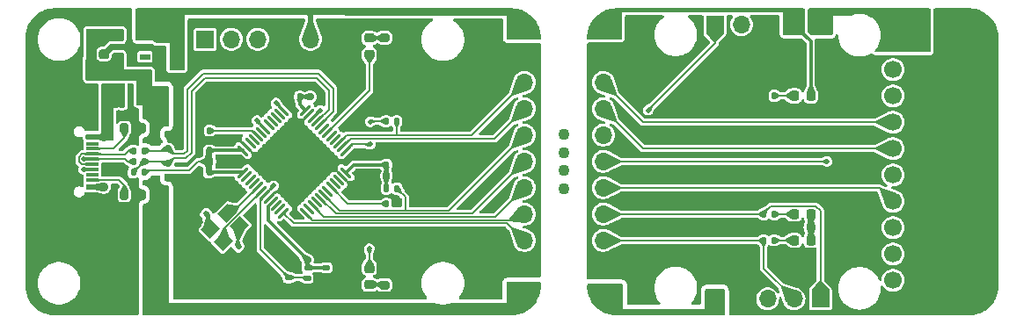
<source format=gtl>
%TF.GenerationSoftware,KiCad,Pcbnew,8.0.6*%
%TF.CreationDate,2024-10-29T14:19:01+08:00*%
%TF.ProjectId,UINIO-DAPLink,55494e49-4f2d-4444-9150-4c696e6b2e6b,Version 5.0.0*%
%TF.SameCoordinates,PX6192070PY5393438*%
%TF.FileFunction,Copper,L1,Top*%
%TF.FilePolarity,Positive*%
%FSLAX46Y46*%
G04 Gerber Fmt 4.6, Leading zero omitted, Abs format (unit mm)*
G04 Created by KiCad (PCBNEW 8.0.6) date 2024-10-29 14:19:01*
%MOMM*%
%LPD*%
G01*
G04 APERTURE LIST*
G04 Aperture macros list*
%AMRoundRect*
0 Rectangle with rounded corners*
0 $1 Rounding radius*
0 $2 $3 $4 $5 $6 $7 $8 $9 X,Y pos of 4 corners*
0 Add a 4 corners polygon primitive as box body*
4,1,4,$2,$3,$4,$5,$6,$7,$8,$9,$2,$3,0*
0 Add four circle primitives for the rounded corners*
1,1,$1+$1,$2,$3*
1,1,$1+$1,$4,$5*
1,1,$1+$1,$6,$7*
1,1,$1+$1,$8,$9*
0 Add four rect primitives between the rounded corners*
20,1,$1+$1,$2,$3,$4,$5,0*
20,1,$1+$1,$4,$5,$6,$7,0*
20,1,$1+$1,$6,$7,$8,$9,0*
20,1,$1+$1,$8,$9,$2,$3,0*%
%AMHorizOval*
0 Thick line with rounded ends*
0 $1 width*
0 $2 $3 position (X,Y) of the first rounded end (center of the circle)*
0 $4 $5 position (X,Y) of the second rounded end (center of the circle)*
0 Add line between two ends*
20,1,$1,$2,$3,$4,$5,0*
0 Add two circle primitives to create the rounded ends*
1,1,$1,$2,$3*
1,1,$1,$4,$5*%
%AMRotRect*
0 Rectangle, with rotation*
0 The origin of the aperture is its center*
0 $1 length*
0 $2 width*
0 $3 Rotation angle, in degrees counterclockwise*
0 Add horizontal line*
21,1,$1,$2,0,0,$3*%
G04 Aperture macros list end*
%TA.AperFunction,ComponentPad*%
%ADD10R,1.700000X1.700000*%
%TD*%
%TA.AperFunction,ComponentPad*%
%ADD11O,1.700000X1.700000*%
%TD*%
%TA.AperFunction,SMDPad,CuDef*%
%ADD12RoundRect,0.218750X-0.218750X-0.256250X0.218750X-0.256250X0.218750X0.256250X-0.218750X0.256250X0*%
%TD*%
%TA.AperFunction,SMDPad,CuDef*%
%ADD13RoundRect,0.140000X0.021213X-0.219203X0.219203X-0.021213X-0.021213X0.219203X-0.219203X0.021213X0*%
%TD*%
%TA.AperFunction,SMDPad,CuDef*%
%ADD14RoundRect,0.200000X0.275000X-0.200000X0.275000X0.200000X-0.275000X0.200000X-0.275000X-0.200000X0*%
%TD*%
%TA.AperFunction,SMDPad,CuDef*%
%ADD15RoundRect,0.225000X-0.250000X0.225000X-0.250000X-0.225000X0.250000X-0.225000X0.250000X0.225000X0*%
%TD*%
%TA.AperFunction,SMDPad,CuDef*%
%ADD16RoundRect,0.135000X0.135000X0.185000X-0.135000X0.185000X-0.135000X-0.185000X0.135000X-0.185000X0*%
%TD*%
%TA.AperFunction,SMDPad,CuDef*%
%ADD17RoundRect,0.140000X0.140000X0.170000X-0.140000X0.170000X-0.140000X-0.170000X0.140000X-0.170000X0*%
%TD*%
%TA.AperFunction,SMDPad,CuDef*%
%ADD18RoundRect,0.140000X0.170000X-0.140000X0.170000X0.140000X-0.170000X0.140000X-0.170000X-0.140000X0*%
%TD*%
%TA.AperFunction,SMDPad,CuDef*%
%ADD19RoundRect,0.140000X-0.170000X0.140000X-0.170000X-0.140000X0.170000X-0.140000X0.170000X0.140000X0*%
%TD*%
%TA.AperFunction,SMDPad,CuDef*%
%ADD20RoundRect,0.200000X0.200000X0.275000X-0.200000X0.275000X-0.200000X-0.275000X0.200000X-0.275000X0*%
%TD*%
%TA.AperFunction,ComponentPad*%
%ADD21RoundRect,0.250000X-0.600000X-0.600000X0.600000X-0.600000X0.600000X0.600000X-0.600000X0.600000X0*%
%TD*%
%TA.AperFunction,ComponentPad*%
%ADD22C,1.700000*%
%TD*%
%TA.AperFunction,SMDPad,CuDef*%
%ADD23RotRect,1.400000X1.200000X45.000000*%
%TD*%
%TA.AperFunction,SMDPad,CuDef*%
%ADD24RoundRect,0.218750X0.256250X-0.218750X0.256250X0.218750X-0.256250X0.218750X-0.256250X-0.218750X0*%
%TD*%
%TA.AperFunction,SMDPad,CuDef*%
%ADD25RoundRect,0.140000X-0.140000X-0.170000X0.140000X-0.170000X0.140000X0.170000X-0.140000X0.170000X0*%
%TD*%
%TA.AperFunction,SMDPad,CuDef*%
%ADD26RoundRect,0.200000X-0.275000X0.200000X-0.275000X-0.200000X0.275000X-0.200000X0.275000X0.200000X0*%
%TD*%
%TA.AperFunction,SMDPad,CuDef*%
%ADD27RoundRect,0.250000X1.000000X0.650000X-1.000000X0.650000X-1.000000X-0.650000X1.000000X-0.650000X0*%
%TD*%
%TA.AperFunction,SMDPad,CuDef*%
%ADD28R,1.000000X0.600000*%
%TD*%
%TA.AperFunction,SMDPad,CuDef*%
%ADD29RoundRect,0.218750X-0.256250X0.218750X-0.256250X-0.218750X0.256250X-0.218750X0.256250X0.218750X0*%
%TD*%
%TA.AperFunction,SMDPad,CuDef*%
%ADD30RoundRect,0.135000X0.185000X-0.135000X0.185000X0.135000X-0.185000X0.135000X-0.185000X-0.135000X0*%
%TD*%
%TA.AperFunction,SMDPad,CuDef*%
%ADD31HorizOval,0.270000X-0.434871X-0.434871X0.434871X0.434871X0*%
%TD*%
%TA.AperFunction,SMDPad,CuDef*%
%ADD32HorizOval,0.270000X0.434871X-0.434871X-0.434871X0.434871X0*%
%TD*%
%TA.AperFunction,ComponentPad*%
%ADD33O,2.100000X1.000000*%
%TD*%
%TA.AperFunction,ComponentPad*%
%ADD34O,1.900000X1.000000*%
%TD*%
%TA.AperFunction,SMDPad,CuDef*%
%ADD35R,1.150000X0.600000*%
%TD*%
%TA.AperFunction,SMDPad,CuDef*%
%ADD36R,1.150000X0.300000*%
%TD*%
%TA.AperFunction,SMDPad,CuDef*%
%ADD37RoundRect,0.250000X0.375000X0.625000X-0.375000X0.625000X-0.375000X-0.625000X0.375000X-0.625000X0*%
%TD*%
%TA.AperFunction,SMDPad,CuDef*%
%ADD38RoundRect,0.150000X0.200000X-0.150000X0.200000X0.150000X-0.200000X0.150000X-0.200000X-0.150000X0*%
%TD*%
%TA.AperFunction,SMDPad,CuDef*%
%ADD39RoundRect,0.150000X-0.200000X0.150000X-0.200000X-0.150000X0.200000X-0.150000X0.200000X0.150000X0*%
%TD*%
%TA.AperFunction,SMDPad,CuDef*%
%ADD40RoundRect,0.135000X-0.135000X-0.185000X0.135000X-0.185000X0.135000X0.185000X-0.135000X0.185000X0*%
%TD*%
%TA.AperFunction,ViaPad*%
%ADD41C,1.100000*%
%TD*%
%TA.AperFunction,ViaPad*%
%ADD42C,0.500000*%
%TD*%
%TA.AperFunction,ViaPad*%
%ADD43C,0.700000*%
%TD*%
%TA.AperFunction,ViaPad*%
%ADD44C,0.900000*%
%TD*%
%TA.AperFunction,Conductor*%
%ADD45C,0.600000*%
%TD*%
%TA.AperFunction,Conductor*%
%ADD46C,0.500000*%
%TD*%
%TA.AperFunction,Conductor*%
%ADD47C,0.300000*%
%TD*%
%TA.AperFunction,Conductor*%
%ADD48C,0.200000*%
%TD*%
G04 APERTURE END LIST*
D10*
%TO.P,J6,1,Pin_1*%
%TO.N,/NRST*%
X14480000Y-3190000D03*
D11*
%TO.P,J6,2,Pin_2*%
%TO.N,/Download_SWCLK*%
X17020000Y-3190000D03*
%TO.P,J6,3,Pin_3*%
%TO.N,/Download_SWDIO*%
X19560000Y-3190000D03*
%TO.P,J6,4,Pin_4*%
%TO.N,GND*%
X22100000Y-3190000D03*
%TO.P,J6,5,Pin_5*%
%TO.N,/VDD_3.3V*%
X24640000Y-3190000D03*
%TD*%
D10*
%TO.P,J7,1,Pin_1*%
%TO.N,/VDD_5V_Fuse*%
X45225000Y-27675000D03*
D11*
%TO.P,J7,2,Pin_2*%
%TO.N,GND*%
X45225000Y-25135000D03*
%TO.P,J7,3,Pin_3*%
%TO.N,/USART2_TX*%
X45225000Y-22595000D03*
%TO.P,J7,4,Pin_4*%
%TO.N,/USART2_RX*%
X45225000Y-20055000D03*
%TO.P,J7,5,Pin_5*%
%TO.N,/JTAG_TDO*%
X45225000Y-17515000D03*
%TO.P,J7,6,Pin_6*%
%TO.N,/JTAG_TDI*%
X45225000Y-14975000D03*
%TO.P,J7,7,Pin_7*%
%TO.N,/JTAG_nRST*%
X45225000Y-12435000D03*
%TO.P,J7,8,Pin_8*%
%TO.N,/JTAG_TCK{slash}SWCLK*%
X45225000Y-9895000D03*
%TO.P,J7,9,Pin_9*%
%TO.N,/JTAG_TMS{slash}SWDIO*%
X45225000Y-7355000D03*
%TO.P,J7,10,Pin_10*%
%TO.N,GND*%
X45225000Y-4815000D03*
%TO.P,J7,11,Pin_11*%
%TO.N,/VDD_3.3V*%
X45225000Y-2275000D03*
%TD*%
D12*
%TO.P,D1,1,K*%
%TO.N,Net-(D1-K)*%
X71220000Y-8635000D03*
%TO.P,D1,2,A*%
%TO.N,/_VDD_3.3V*%
X72795000Y-8635000D03*
%TD*%
D13*
%TO.P,C3,1*%
%TO.N,GND*%
X16980589Y-23814411D03*
%TO.P,C3,2*%
%TO.N,Net-(C3-Pad2)*%
X17659411Y-23135589D03*
%TD*%
D14*
%TO.P,R11,1*%
%TO.N,Net-(D4-K)*%
X31765000Y-26886500D03*
%TO.P,R11,2*%
%TO.N,GND*%
X31765000Y-25236500D03*
%TD*%
D15*
%TO.P,C2,1*%
%TO.N,/VDD_3.3V*%
X10020000Y-3071000D03*
%TO.P,C2,2*%
%TO.N,GND*%
X10020000Y-4621000D03*
%TD*%
D16*
%TO.P,R2,1*%
%TO.N,Net-(D2-K)*%
X69250000Y-22575000D03*
%TO.P,R2,2*%
%TO.N,/_USART2_TX*%
X68230000Y-22575000D03*
%TD*%
D12*
%TO.P,D3,1,K*%
%TO.N,Net-(D3-K)*%
X71220000Y-20055000D03*
%TO.P,D3,2,A*%
%TO.N,/_VDD_3.3V*%
X72795000Y-20055000D03*
%TD*%
D17*
%TO.P,C9,1*%
%TO.N,/VDD_3.3V*%
X14864411Y-16035000D03*
%TO.P,C9,2*%
%TO.N,GND*%
X13904411Y-16035000D03*
%TD*%
D18*
%TO.P,C5,1*%
%TO.N,/NRST*%
X22530000Y-26180000D03*
%TO.P,C5,2*%
%TO.N,GND*%
X22530000Y-25220000D03*
%TD*%
D19*
%TO.P,C10,1*%
%TO.N,/VDD_3.3V*%
X26200000Y-25220000D03*
%TO.P,C10,2*%
%TO.N,GND*%
X26200000Y-26180000D03*
%TD*%
D20*
%TO.P,R16,1*%
%TO.N,GND*%
X8370000Y-11775000D03*
%TO.P,R16,2*%
%TO.N,Net-(USB1-CC1)*%
X6720000Y-11775000D03*
%TD*%
D21*
%TO.P,J2,1,Pin_1*%
%TO.N,/_VDD_3.3V_Output*%
X80703500Y-3570000D03*
D22*
%TO.P,J2,2,Pin_2*%
X83243500Y-3570000D03*
%TO.P,J2,3,Pin_3*%
%TO.N,/_JTAG_TRST*%
X80703500Y-6110000D03*
%TO.P,J2,4,Pin_4*%
%TO.N,_GND*%
X83243500Y-6110000D03*
%TO.P,J2,5,Pin_5*%
%TO.N,/_JTAG_TDI*%
X80703500Y-8650000D03*
%TO.P,J2,6,Pin_6*%
%TO.N,_GND*%
X83243500Y-8650000D03*
%TO.P,J2,7,Pin_7*%
%TO.N,/_JTAG_TMS{slash}SWDIO*%
X80703500Y-11190000D03*
%TO.P,J2,8,Pin_8*%
%TO.N,_GND*%
X83243500Y-11190000D03*
%TO.P,J2,9,Pin_9*%
%TO.N,/_JTAG_TCK{slash}SWCLK*%
X80703500Y-13730000D03*
%TO.P,J2,10,Pin_10*%
%TO.N,_GND*%
X83243500Y-13730000D03*
%TO.P,J2,11,Pin_11*%
%TO.N,/_JTAG_RTCK*%
X80703500Y-16270000D03*
%TO.P,J2,12,Pin_12*%
%TO.N,_GND*%
X83243500Y-16270000D03*
%TO.P,J2,13,Pin_13*%
%TO.N,/_JTAG_TDO*%
X80703500Y-18810000D03*
%TO.P,J2,14,Pin_14*%
%TO.N,_GND*%
X83243500Y-18810000D03*
%TO.P,J2,15,Pin_15*%
%TO.N,/_JTAG_nRST_Output*%
X80703500Y-21350000D03*
%TO.P,J2,16,Pin_16*%
%TO.N,_GND*%
X83243500Y-21350000D03*
%TO.P,J2,17,Pin_17*%
%TO.N,unconnected-(J2-Pin_17-Pad17)*%
X80703500Y-23890000D03*
%TO.P,J2,18,Pin_18*%
%TO.N,_GND*%
X83243500Y-23890000D03*
%TO.P,J2,19,Pin_19*%
%TO.N,unconnected-(J2-Pin_19-Pad19)*%
X80703500Y-26430000D03*
%TO.P,J2,20,Pin_20*%
%TO.N,_GND*%
X83243500Y-26430000D03*
%TD*%
D23*
%TO.P,Y1,1,1*%
%TO.N,Net-(U2-PD1-OSC_OUT)*%
X16233223Y-22710635D03*
%TO.P,Y1,2,2*%
%TO.N,Net-(C3-Pad2)*%
X17788858Y-21155000D03*
%TO.P,Y1,3,3*%
%TO.N,Net-(U2-PD0-OSC_IN)*%
X16586777Y-19952919D03*
%TO.P,Y1,4,4*%
%TO.N,Net-(C4-Pad2)*%
X15031142Y-21508554D03*
%TD*%
D17*
%TO.P,C7,1*%
%TO.N,/VDD_3.3V*%
X14864411Y-13915000D03*
%TO.P,C7,2*%
%TO.N,GND*%
X13904411Y-13915000D03*
%TD*%
D24*
%TO.P,D4,1,K*%
%TO.N,Net-(D4-K)*%
X30305000Y-26849000D03*
%TO.P,D4,2,A*%
%TO.N,Net-(D4-A)*%
X30305000Y-25274000D03*
%TD*%
D25*
%TO.P,C8,1*%
%TO.N,/VDD_3.3V*%
X31955000Y-15296000D03*
%TO.P,C8,2*%
%TO.N,GND*%
X32915000Y-15296000D03*
%TD*%
D16*
%TO.P,R3,1*%
%TO.N,Net-(D3-K)*%
X69262500Y-20055000D03*
%TO.P,R3,2*%
%TO.N,/_USART2_RX*%
X68242500Y-20055000D03*
%TD*%
D26*
%TO.P,R12,1*%
%TO.N,Net-(D5-K)*%
X31765000Y-3046500D03*
%TO.P,R12,2*%
%TO.N,GND*%
X31765000Y-4696500D03*
%TD*%
D27*
%TO.P,D6,1,K*%
%TO.N,/VDD_5V_Fuse*%
X9747500Y-21785000D03*
%TO.P,D6,2,A*%
%TO.N,GND*%
X5747500Y-21785000D03*
%TD*%
D28*
%TO.P,U1,1,Vin*%
%TO.N,/VDD_5V_Fuse*%
X6090000Y-2965000D03*
%TO.P,U1,2,Vss*%
%TO.N,GND*%
X6090000Y-3915000D03*
%TO.P,U1,3,CE*%
%TO.N,/VDD_5V_Fuse*%
X6090000Y-4865000D03*
%TO.P,U1,4,NC*%
%TO.N,unconnected-(U1-NC-Pad4)*%
X8690000Y-4865000D03*
%TO.P,U1,5,Vout*%
%TO.N,/VDD_3.3V*%
X8690000Y-2965000D03*
%TD*%
D10*
%TO.P,J4,1,Pin_1*%
%TO.N,/_VDD_3.3V*%
X71160000Y-1775000D03*
D11*
%TO.P,J4,2,Pin_2*%
%TO.N,/_VDD_3.3V_Output*%
X73700000Y-1775000D03*
%TD*%
D29*
%TO.P,D5,1,K*%
%TO.N,Net-(D5-K)*%
X30305000Y-3084000D03*
%TO.P,D5,2,A*%
%TO.N,Net-(D5-A)*%
X30305000Y-4659000D03*
%TD*%
D15*
%TO.P,C1,1*%
%TO.N,/VDD_5V_Fuse*%
X4760000Y-3071000D03*
%TO.P,C1,2*%
%TO.N,GND*%
X4760000Y-4621000D03*
%TD*%
D30*
%TO.P,R6,1*%
%TO.N,/NRST*%
X24365000Y-26230000D03*
%TO.P,R6,2*%
%TO.N,/VDD_3.3V*%
X24365000Y-25210000D03*
%TD*%
D31*
%TO.P,U2,1,VBAT*%
%TO.N,/VDD_3.3V*%
X18145577Y-16051249D03*
%TO.P,U2,2,PC13-TAMPER-RTC*%
%TO.N,unconnected-(U2-PC13-TAMPER-RTC-Pad2)*%
X18499130Y-16404803D03*
%TO.P,U2,3,PC14-OSC32_IN*%
%TO.N,unconnected-(U2-PC14-OSC32_IN-Pad3)*%
X18852683Y-16758356D03*
%TO.P,U2,4,PC15-OSC32_OUT*%
%TO.N,unconnected-(U2-PC15-OSC32_OUT-Pad4)*%
X19206237Y-17111909D03*
%TO.P,U2,5,PD0-OSC_IN*%
%TO.N,Net-(U2-PD0-OSC_IN)*%
X19559790Y-17465463D03*
%TO.P,U2,6,PD1-OSC_OUT*%
%TO.N,Net-(U2-PD1-OSC_OUT)*%
X19913343Y-17819016D03*
%TO.P,U2,7,NRST*%
%TO.N,/NRST*%
X20266897Y-18172570D03*
%TO.P,U2,8,VSSA*%
%TO.N,GND*%
X20620450Y-18526123D03*
%TO.P,U2,9,VDDA*%
%TO.N,/VDD_3.3V*%
X20974004Y-18879676D03*
%TO.P,U2,10,PA0-WKUP*%
%TO.N,unconnected-(U2-PA0-WKUP-Pad10)*%
X21327557Y-19233230D03*
%TO.P,U2,11,PA1*%
%TO.N,unconnected-(U2-PA1-Pad11)*%
X21681110Y-19586783D03*
%TO.P,U2,12,PA2*%
%TO.N,/USART2_TX*%
X22034664Y-19940336D03*
D32*
%TO.P,U2,13,PA3*%
%TO.N,/USART2_RX*%
X24155984Y-19940336D03*
%TO.P,U2,14,PA4*%
%TO.N,unconnected-(U2-PA4-Pad14)*%
X24509538Y-19586783D03*
%TO.P,U2,15,PA5*%
%TO.N,/JTAG_TDO*%
X24863091Y-19233230D03*
%TO.P,U2,16,PA6*%
%TO.N,unconnected-(U2-PA6-Pad16)*%
X25216644Y-18879676D03*
%TO.P,U2,17,PA7*%
%TO.N,/JTAG_TDI*%
X25570198Y-18526123D03*
%TO.P,U2,18,PB0*%
%TO.N,/JTAG_nRST*%
X25923751Y-18172570D03*
%TO.P,U2,19,PB1*%
%TO.N,unconnected-(U2-PB1-Pad19)*%
X26277305Y-17819016D03*
%TO.P,U2,20,PB2*%
%TO.N,Net-(U2-PB2)*%
X26630858Y-17465463D03*
%TO.P,U2,21,PB10*%
%TO.N,unconnected-(U2-PB10-Pad21)*%
X26984411Y-17111909D03*
%TO.P,U2,22,PB11*%
%TO.N,unconnected-(U2-PB11-Pad22)*%
X27337965Y-16758356D03*
%TO.P,U2,23,VSS_1*%
%TO.N,GND*%
X27691518Y-16404803D03*
%TO.P,U2,24,VDD_1*%
%TO.N,/VDD_3.3V*%
X28045071Y-16051249D03*
D31*
%TO.P,U2,25,PB12*%
%TO.N,Net-(U2-PB12)*%
X28045071Y-13929929D03*
%TO.P,U2,26,PB13*%
%TO.N,/JTAG_TCK{slash}SWCLK*%
X27691518Y-13576375D03*
%TO.P,U2,27,PB14*%
%TO.N,/JTAG_TMS{slash}SWDIO*%
X27337965Y-13222822D03*
%TO.P,U2,28,PB15*%
%TO.N,/USB_ENUM*%
X26984411Y-12869269D03*
%TO.P,U2,29,PA8*%
%TO.N,unconnected-(U2-PA8-Pad29)*%
X26630858Y-12515715D03*
%TO.P,U2,30,PA9*%
%TO.N,Net-(D5-A)*%
X26277305Y-12162162D03*
%TO.P,U2,31,PA10*%
%TO.N,unconnected-(U2-PA10-Pad31)*%
X25923751Y-11808608D03*
%TO.P,U2,32,PA11*%
%TO.N,/USB_Data_N*%
X25570198Y-11455055D03*
%TO.P,U2,33,PA12*%
%TO.N,/USB_Data_P*%
X25216644Y-11101502D03*
%TO.P,U2,34,PA13*%
%TO.N,/Download_SWDIO*%
X24863091Y-10747948D03*
%TO.P,U2,35,VSS_2*%
%TO.N,GND*%
X24509538Y-10394395D03*
%TO.P,U2,36,VDD_2*%
%TO.N,/VDD_3.3V*%
X24155984Y-10040842D03*
D32*
%TO.P,U2,37,PA14*%
%TO.N,/Download_SWCLK*%
X22034664Y-10040842D03*
%TO.P,U2,38,PA15*%
%TO.N,unconnected-(U2-PA15-Pad38)*%
X21681110Y-10394395D03*
%TO.P,U2,39,PB3*%
%TO.N,unconnected-(U2-PB3-Pad39)*%
X21327557Y-10747948D03*
%TO.P,U2,40,PB4*%
%TO.N,unconnected-(U2-PB4-Pad40)*%
X20974004Y-11101502D03*
%TO.P,U2,41,PB5*%
%TO.N,unconnected-(U2-PB5-Pad41)*%
X20620450Y-11455055D03*
%TO.P,U2,42,PB6*%
%TO.N,Net-(D4-A)*%
X20266897Y-11808608D03*
%TO.P,U2,43,PB7*%
%TO.N,unconnected-(U2-PB7-Pad43)*%
X19913343Y-12162162D03*
%TO.P,U2,44,BOOT0*%
%TO.N,Net-(U2-BOOT0)*%
X19559790Y-12515715D03*
%TO.P,U2,45,PB8*%
%TO.N,unconnected-(U2-PB8-Pad45)*%
X19206237Y-12869269D03*
%TO.P,U2,46,PB9*%
%TO.N,unconnected-(U2-PB9-Pad46)*%
X18852683Y-13222822D03*
%TO.P,U2,47,VSS_3*%
%TO.N,GND*%
X18499130Y-13576375D03*
%TO.P,U2,48,VDD_3*%
%TO.N,/VDD_3.3V*%
X18145577Y-13929929D03*
%TD*%
D17*
%TO.P,C6,1*%
%TO.N,/VDD_3.3V*%
X23594411Y-8725000D03*
%TO.P,C6,2*%
%TO.N,GND*%
X22634411Y-8725000D03*
%TD*%
D33*
%TO.P,USB1,13,GND*%
%TO.N,GND*%
X2877000Y-10675000D03*
%TO.P,USB1,14,GND*%
X2877000Y-19325000D03*
D34*
%TO.P,USB1,15,GND*%
X-1323000Y-10675000D03*
%TO.P,USB1,16,GND*%
X-1323000Y-19325000D03*
D35*
%TO.P,USB1,A1B12,GND*%
X3639000Y-11800000D03*
%TO.P,USB1,A4B9,VBUS*%
%TO.N,/VDD_5V*%
X3639000Y-12600000D03*
D36*
%TO.P,USB1,A5,CC1*%
%TO.N,Net-(USB1-CC1)*%
X3639000Y-13750000D03*
%TO.P,USB1,A6,DP1*%
%TO.N,/USB_+*%
X3639000Y-14750000D03*
%TO.P,USB1,A7,DN1*%
%TO.N,/USB_-*%
X3639000Y-15250000D03*
%TO.P,USB1,A8,SBU1*%
%TO.N,unconnected-(USB1-SBU1-PadA8)*%
X3639000Y-16250000D03*
D35*
%TO.P,USB1,B1A12,GND*%
%TO.N,GND*%
X3639000Y-18200000D03*
%TO.P,USB1,B4A9,VBUS*%
%TO.N,/VDD_5V*%
X3639000Y-17400000D03*
D36*
%TO.P,USB1,B5,CC2*%
%TO.N,Net-(USB1-CC2)*%
X3639000Y-16750000D03*
%TO.P,USB1,B6,DP2*%
%TO.N,/USB_+*%
X3639000Y-15750000D03*
%TO.P,USB1,B7,DN2*%
%TO.N,/USB_-*%
X3639000Y-14250000D03*
%TO.P,USB1,B8,SBU2*%
%TO.N,unconnected-(USB1-SBU2-PadB8)*%
X3639000Y-13250000D03*
%TD*%
D37*
%TO.P,F1,1*%
%TO.N,/VDD_5V_Fuse*%
X8620000Y-8565000D03*
%TO.P,F1,2*%
%TO.N,/VDD_5V*%
X5820000Y-8565000D03*
%TD*%
D10*
%TO.P,J1,1,Pin_1*%
%TO.N,/_USART2_RX*%
X73710000Y-28225000D03*
D11*
%TO.P,J1,2,Pin_2*%
%TO.N,/_USART2_TX*%
X71170000Y-28225000D03*
%TO.P,J1,3,Pin_3*%
%TO.N,/_VDD_3.3V*%
X68630000Y-28225000D03*
%TO.P,J1,4,Pin_4*%
%TO.N,_GND*%
X66090000Y-28225000D03*
%TO.P,J1,5,Pin_5*%
%TO.N,/_VDD_5V_Fuse*%
X63550000Y-28225000D03*
%TD*%
D16*
%TO.P,R15,1*%
%TO.N,/VDD_3.3V*%
X8605000Y-16025000D03*
%TO.P,R15,2*%
%TO.N,/USB_Data_P*%
X7585000Y-16025000D03*
%TD*%
D10*
%TO.P,J5,1,Pin_1*%
%TO.N,/_VDD_5V_Fuse*%
X52825000Y-27675000D03*
D11*
%TO.P,J5,2,Pin_2*%
%TO.N,_GND*%
X52825000Y-25135000D03*
%TO.P,J5,3,Pin_3*%
%TO.N,/_USART2_TX*%
X52825000Y-22595000D03*
%TO.P,J5,4,Pin_4*%
%TO.N,/_USART2_RX*%
X52825000Y-20055000D03*
%TO.P,J5,5,Pin_5*%
%TO.N,/_JTAG_TDO*%
X52825000Y-17515000D03*
%TO.P,J5,6,Pin_6*%
%TO.N,/_JTAG_TDI*%
X52825000Y-14975000D03*
%TO.P,J5,7,Pin_7*%
%TO.N,/_JTAG_nRST*%
X52825000Y-12435000D03*
%TO.P,J5,8,Pin_8*%
%TO.N,/_JTAG_TCK{slash}SWCLK*%
X52825000Y-9895000D03*
%TO.P,J5,9,Pin_9*%
%TO.N,/_JTAG_TMS{slash}SWDIO*%
X52825000Y-7355000D03*
%TO.P,J5,10,Pin_10*%
%TO.N,_GND*%
X52825000Y-4815000D03*
%TO.P,J5,11,Pin_11*%
%TO.N,/_VDD_3.3V*%
X52825000Y-2275000D03*
%TD*%
D16*
%TO.P,R13,1*%
%TO.N,/USB_Data_P*%
X8605000Y-14975000D03*
%TO.P,R13,2*%
%TO.N,/USB_+*%
X7585000Y-14975000D03*
%TD*%
%TO.P,R7,1*%
%TO.N,/JTAG_nRST*%
X32965000Y-17596000D03*
%TO.P,R7,2*%
%TO.N,/VDD_3.3V*%
X31945000Y-17596000D03*
%TD*%
D20*
%TO.P,R17,1*%
%TO.N,GND*%
X8370000Y-18175000D03*
%TO.P,R17,2*%
%TO.N,Net-(USB1-CC2)*%
X6720000Y-18175000D03*
%TD*%
D38*
%TO.P,D8,1,A1*%
%TO.N,GND*%
X10920000Y-12325000D03*
%TO.P,D8,2,A2*%
%TO.N,/USB_Data_N*%
X10920000Y-13725000D03*
%TD*%
D16*
%TO.P,R14,1*%
%TO.N,/USB_Data_N*%
X8605000Y-13925000D03*
%TO.P,R14,2*%
%TO.N,/USB_-*%
X7585000Y-13925000D03*
%TD*%
D12*
%TO.P,D2,1,K*%
%TO.N,Net-(D2-K)*%
X71220000Y-22575000D03*
%TO.P,D2,2,A*%
%TO.N,/_VDD_3.3V*%
X72795000Y-22575000D03*
%TD*%
D39*
%TO.P,D7,1,A1*%
%TO.N,GND*%
X10920000Y-16575000D03*
%TO.P,D7,2,A2*%
%TO.N,/USB_Data_P*%
X10920000Y-15175000D03*
%TD*%
D13*
%TO.P,C4,1*%
%TO.N,GND*%
X13940589Y-20744411D03*
%TO.P,C4,2*%
%TO.N,Net-(C4-Pad2)*%
X14619411Y-20065589D03*
%TD*%
D40*
%TO.P,R8,1*%
%TO.N,Net-(U2-PB2)*%
X31945000Y-19056000D03*
%TO.P,R8,2*%
%TO.N,GND*%
X32965000Y-19056000D03*
%TD*%
D16*
%TO.P,R9,1*%
%TO.N,/JTAG_TMS{slash}SWDIO*%
X32925000Y-11106000D03*
%TO.P,R9,2*%
%TO.N,Net-(U2-PB12)*%
X31905000Y-11106000D03*
%TD*%
D40*
%TO.P,R1,1*%
%TO.N,_GND*%
X68242500Y-8635000D03*
%TO.P,R1,2*%
%TO.N,Net-(D1-K)*%
X69262500Y-8635000D03*
%TD*%
D10*
%TO.P,J3,1,Pin_1*%
%TO.N,/_JTAG_nRST*%
X63560000Y-1775000D03*
D11*
%TO.P,J3,2,Pin_2*%
%TO.N,/_JTAG_nRST_Output*%
X66100000Y-1775000D03*
%TD*%
D16*
%TO.P,R10,1*%
%TO.N,Net-(U2-BOOT0)*%
X14914411Y-11995589D03*
%TO.P,R10,2*%
%TO.N,GND*%
X13894411Y-11995589D03*
%TD*%
D41*
%TO.N,*%
X49025000Y-15850000D03*
X49025000Y-12370000D03*
X49025000Y-17590000D03*
X49025000Y-14110000D03*
D42*
%TO.N,GND*%
X13080000Y-24685000D03*
X7570000Y-12955000D03*
X19080000Y-23685000D03*
X6160000Y-10275000D03*
X37400000Y-22265000D03*
X17080000Y-24685000D03*
X13080000Y-20685000D03*
X13080000Y-18685000D03*
X15080000Y-23685000D03*
X37400000Y-16665000D03*
X7000000Y-10275000D03*
X-1630000Y-8125000D03*
X37400000Y-23165000D03*
X13080000Y-22685000D03*
X17080000Y-18685000D03*
X21117107Y-22857107D03*
X18080000Y-24685000D03*
X25580000Y-8765000D03*
X16080000Y-24685000D03*
X30190000Y-17595000D03*
X21824213Y-23564213D03*
X37400000Y-8165000D03*
X1970000Y-8125000D03*
X42700000Y-16310000D03*
X-1600000Y-21865000D03*
X19080000Y-20685000D03*
X22531320Y-24271320D03*
X37400000Y-9065000D03*
X-730000Y-8125000D03*
X7840000Y-10275000D03*
X1070000Y-8125000D03*
X30180000Y-16374000D03*
X16080000Y-18685000D03*
X200000Y-21865000D03*
X42700000Y-11180000D03*
X13080000Y-21685000D03*
X37400000Y-9965000D03*
X37400000Y-7265000D03*
X15080000Y-24685000D03*
X13080000Y-19685000D03*
X37400000Y-15765000D03*
X14080000Y-18685000D03*
X14080000Y-23685000D03*
X13080000Y-23685000D03*
X37400000Y-18465000D03*
X170000Y-8125000D03*
X15080000Y-18685000D03*
X14080000Y-24685000D03*
X2000000Y-21865000D03*
X2870000Y-8125000D03*
X20410000Y-22150000D03*
X37400000Y-17565000D03*
X37400000Y-6365000D03*
X1100000Y-21865000D03*
X19080000Y-22685000D03*
X37400000Y-24065000D03*
X5690000Y-15755000D03*
X14080000Y-22685000D03*
X19080000Y-24685000D03*
X19080000Y-21685000D03*
X42700000Y-18910000D03*
X37400000Y-10865000D03*
X37400000Y-14865000D03*
X2900000Y-21865000D03*
X37400000Y-13965000D03*
X-700000Y-21865000D03*
D43*
%TO.N,/VDD_3.3V*%
X11800000Y-4265000D03*
D44*
X14860000Y-14974999D03*
D43*
X11800000Y-965000D03*
X24357501Y-24472499D03*
X11800000Y-3165000D03*
X11800000Y-5365000D03*
X24650000Y-8725000D03*
X31945000Y-16375000D03*
X11800000Y-2065000D03*
D44*
%TO.N,/_VDD_3.3V*%
X72800000Y-21320000D03*
%TO.N,/VDD_5V_Fuse*%
X10500000Y-24765000D03*
X9800000Y-9995000D03*
X9800000Y-19095000D03*
X9800000Y-20305000D03*
X9000000Y-23435000D03*
X9800000Y-8575000D03*
X9000000Y-24765000D03*
X10500000Y-23435000D03*
D42*
%TO.N,/Download_SWCLK*%
X21320000Y-9335000D03*
%TO.N,/Download_SWDIO*%
X25580000Y-10045000D03*
D44*
%TO.N,/VDD_5V*%
X4730000Y-17405000D03*
X4730000Y-12605000D03*
D42*
%TO.N,/_JTAG_TDI*%
X74378500Y-14975000D03*
%TO.N,Net-(D4-A)*%
X30300000Y-23395000D03*
X19480000Y-11025000D03*
%TO.N,Net-(U2-PB12)*%
X30380000Y-13325000D03*
X30380000Y-11145000D03*
%TO.N,/_JTAG_nRST*%
X57130000Y-10030000D03*
%TO.N,/USB_+*%
X2800000Y-14755000D03*
X2800000Y-15745000D03*
%TO.N,/NRST*%
X21100000Y-17305000D03*
%TO.N,_GND*%
X61850000Y-1120000D03*
%TD*%
D45*
%TO.N,GND*%
X4760000Y-4621000D02*
X5466000Y-3915000D01*
X5466000Y-3915000D02*
X6090000Y-3915000D01*
X6090000Y-3915000D02*
X9314000Y-3915000D01*
X9314000Y-3915000D02*
X10020000Y-4621000D01*
D46*
%TO.N,/VDD_3.3V*%
X14860000Y-14974999D02*
X14860000Y-13919411D01*
D47*
X14864411Y-16035000D02*
X18129328Y-16035000D01*
X31945000Y-17596000D02*
X31945000Y-16375000D01*
X20557685Y-20672683D02*
X24357501Y-24472499D01*
X24357501Y-24472499D02*
X24357501Y-25202501D01*
D46*
X12315000Y-450000D02*
X11800000Y-965000D01*
D47*
X20974004Y-18879676D02*
X20557685Y-19295995D01*
X24365000Y-25210000D02*
X26190000Y-25210000D01*
D48*
X8605000Y-16025000D02*
X8825000Y-15805000D01*
D47*
X23594411Y-8725000D02*
X23594411Y-9479269D01*
D46*
X24640000Y-860000D02*
X24230000Y-450000D01*
D48*
X12950000Y-15805000D02*
X13780001Y-14974999D01*
D46*
X14860000Y-14974999D02*
X14860000Y-16030589D01*
D48*
X8825000Y-15805000D02*
X12950000Y-15805000D01*
D47*
X31945000Y-16375000D02*
X31945000Y-15306000D01*
X24650000Y-8725000D02*
X23594411Y-8725000D01*
X28800320Y-15296000D02*
X28045071Y-16051249D01*
X18129328Y-16035000D02*
X18145577Y-16051249D01*
X31955000Y-15296000D02*
X28800320Y-15296000D01*
X20557685Y-19295995D02*
X20557685Y-20672683D01*
D48*
X13780001Y-14974999D02*
X14860000Y-14974999D01*
D46*
X24640000Y-3190000D02*
X24640000Y-860000D01*
X24230000Y-450000D02*
X12315000Y-450000D01*
D47*
X14864411Y-13915000D02*
X18130648Y-13915000D01*
X23594411Y-9479269D02*
X24155984Y-10040842D01*
D48*
%TO.N,Net-(C3-Pad2)*%
X17659411Y-23135589D02*
X17659411Y-21284447D01*
%TO.N,Net-(C4-Pad2)*%
X15031142Y-20721142D02*
X15031142Y-21508554D01*
X14619411Y-20309411D02*
X15031142Y-20721142D01*
%TO.N,Net-(D1-K)*%
X71220000Y-8635000D02*
X69262500Y-8635000D01*
%TO.N,Net-(D2-K)*%
X69250000Y-22575000D02*
X71220000Y-22575000D01*
%TO.N,/_USART2_RX*%
X73710000Y-19720000D02*
X73710000Y-28225000D01*
X68242500Y-19966250D02*
X68918750Y-19290000D01*
X73280000Y-19290000D02*
X73710000Y-19720000D01*
X68918750Y-19290000D02*
X73280000Y-19290000D01*
X52825000Y-20055000D02*
X68242500Y-20055000D01*
%TO.N,/_USART2_TX*%
X68242500Y-22587500D02*
X68242500Y-25297500D01*
X68242500Y-25297500D02*
X71170000Y-28225000D01*
X52825000Y-22595000D02*
X68210000Y-22595000D01*
D47*
%TO.N,/_VDD_3.3V*%
X72800000Y-21320000D02*
X72800000Y-22570000D01*
X72800000Y-21320000D02*
X72800000Y-20060000D01*
X72795000Y-8635000D02*
X72795000Y-3410000D01*
X72795000Y-3410000D02*
X71160000Y-1775000D01*
D46*
%TO.N,/VDD_5V_Fuse*%
X9710000Y-8565000D02*
X9730000Y-8585000D01*
D48*
%TO.N,/_JTAG_TMS{slash}SWDIO*%
X56660000Y-11190000D02*
X80703500Y-11190000D01*
X52825000Y-7355000D02*
X56660000Y-11190000D01*
%TO.N,/_JTAG_TCK{slash}SWCLK*%
X56660000Y-13730000D02*
X80703500Y-13730000D01*
X52825000Y-9895000D02*
X56660000Y-13730000D01*
%TO.N,/Download_SWCLK*%
X21320000Y-9335000D02*
X21328822Y-9335000D01*
X21328822Y-9335000D02*
X22034664Y-10040842D01*
%TO.N,/Download_SWDIO*%
X25580000Y-10045000D02*
X25570000Y-10045000D01*
X25570000Y-10045000D02*
X24863091Y-10751909D01*
%TO.N,/USART2_TX*%
X22034664Y-19940336D02*
X23009328Y-20915000D01*
X43545000Y-20915000D02*
X45225000Y-22595000D01*
X23009328Y-20915000D02*
X43545000Y-20915000D01*
%TO.N,/USART2_RX*%
X44665000Y-20615000D02*
X45225000Y-20055000D01*
X24155984Y-19940336D02*
X24830648Y-20615000D01*
X24830648Y-20615000D02*
X44665000Y-20615000D01*
%TO.N,/JTAG_TDO*%
X24863091Y-19233230D02*
X25944861Y-20315000D01*
X42425000Y-20315000D02*
X45225000Y-17515000D01*
X25944861Y-20315000D02*
X42425000Y-20315000D01*
%TO.N,/JTAG_TDI*%
X45225000Y-14975000D02*
X40185000Y-20015000D01*
X40185000Y-20015000D02*
X27059075Y-20015000D01*
X27059075Y-20015000D02*
X25570198Y-18526123D01*
%TO.N,/JTAG_TCK{slash}SWCLK*%
X45225000Y-9895000D02*
X42355000Y-12765000D01*
X28502893Y-12765000D02*
X27691518Y-13576375D01*
X42355000Y-12765000D02*
X28502893Y-12765000D01*
%TO.N,/JTAG_TMS{slash}SWDIO*%
X45225000Y-7355000D02*
X40115000Y-12465000D01*
X32925000Y-11106000D02*
X32925000Y-12460000D01*
X28095787Y-12465000D02*
X27337965Y-13222822D01*
X40115000Y-12465000D02*
X32930000Y-12465000D01*
X28095787Y-12465000D02*
X32930000Y-12465000D01*
X32925000Y-12460000D02*
X32930000Y-12465000D01*
D46*
%TO.N,/VDD_5V*%
X4730000Y-17405000D02*
X4725000Y-17400000D01*
X4725000Y-17400000D02*
X3639000Y-17400000D01*
D48*
%TO.N,/_JTAG_TDO*%
X79408500Y-17515000D02*
X80703500Y-18810000D01*
X52825000Y-17515000D02*
X79408500Y-17515000D01*
%TO.N,/_JTAG_TDI*%
X74378500Y-14975000D02*
X52825000Y-14975000D01*
%TO.N,Net-(D3-K)*%
X71220000Y-20055000D02*
X69262500Y-20055000D01*
%TO.N,Net-(D4-A)*%
X30300000Y-23395000D02*
X30300000Y-25269000D01*
X20263608Y-11808608D02*
X19480000Y-11025000D01*
%TO.N,Net-(D4-K)*%
X30305000Y-26849000D02*
X31727500Y-26849000D01*
%TO.N,Net-(D5-A)*%
X26277305Y-12162162D02*
X30305000Y-8134467D01*
X30305000Y-8134467D02*
X30305000Y-4659000D01*
%TO.N,/USB_Data_N*%
X12765000Y-8001800D02*
X14286800Y-6480000D01*
X10920000Y-13725000D02*
X11420000Y-14225000D01*
X26845000Y-7921800D02*
X26845000Y-10144899D01*
X8605000Y-13925000D02*
X10720000Y-13925000D01*
X10720000Y-13925000D02*
X10920000Y-13725000D01*
X12765000Y-13931800D02*
X12765000Y-8001800D01*
X26845000Y-10144899D02*
X25570198Y-11419701D01*
X14286800Y-6480000D02*
X25403200Y-6480000D01*
X25403200Y-6480000D02*
X26845000Y-7921800D01*
X11420000Y-14225000D02*
X12471800Y-14225000D01*
X12471800Y-14225000D02*
X12765000Y-13931800D01*
%TO.N,/USB_Data_P*%
X8605000Y-14975000D02*
X10720000Y-14975000D01*
X25216800Y-6930000D02*
X26395000Y-8108200D01*
X26395000Y-8108200D02*
X26395000Y-9958501D01*
X26395000Y-9958501D02*
X25251999Y-11101502D01*
X13215000Y-8188200D02*
X14473200Y-6930000D01*
X10920000Y-15175000D02*
X11420000Y-14675000D01*
X12658200Y-14675000D02*
X13215000Y-14118200D01*
X11420000Y-14675000D02*
X12658200Y-14675000D01*
X14473200Y-6930000D02*
X25216800Y-6930000D01*
X10720000Y-14975000D02*
X10920000Y-15175000D01*
X13215000Y-14118200D02*
X13215000Y-8188200D01*
X7585000Y-15995000D02*
X8605000Y-14975000D01*
%TO.N,Net-(D5-K)*%
X31765000Y-3046500D02*
X30342500Y-3046500D01*
%TO.N,Net-(U2-PB12)*%
X30380000Y-11145000D02*
X30419000Y-11106000D01*
X30419000Y-11106000D02*
X31905000Y-11106000D01*
X28650000Y-13325000D02*
X28045071Y-13929929D01*
X30380000Y-13325000D02*
X28650000Y-13325000D01*
%TO.N,Net-(U2-BOOT0)*%
X19039664Y-11995589D02*
X19559790Y-12515715D01*
X14914411Y-11995589D02*
X19039664Y-11995589D01*
%TO.N,Net-(USB1-CC1)*%
X3639000Y-13750000D02*
X5645000Y-13750000D01*
X5645000Y-13750000D02*
X6720000Y-12675000D01*
X6720000Y-12675000D02*
X6720000Y-11775000D01*
%TO.N,Net-(USB1-CC2)*%
X3639000Y-16750000D02*
X6205000Y-16750000D01*
X6205000Y-16750000D02*
X6720000Y-17265000D01*
X6720000Y-17265000D02*
X6720000Y-18175000D01*
%TO.N,Net-(U2-PD1-OSC_OUT)*%
X16233223Y-21512488D02*
X19913343Y-17832368D01*
X16233223Y-22643858D02*
X16233223Y-21512488D01*
%TO.N,Net-(U2-PD0-OSC_IN)*%
X17139111Y-19886142D02*
X19559790Y-17465463D01*
%TO.N,/_JTAG_nRST*%
X57130000Y-10030000D02*
X57130000Y-10020000D01*
X63560000Y-3590000D02*
X63560000Y-1775000D01*
X57130000Y-10020000D02*
X63560000Y-3590000D01*
%TO.N,/JTAG_nRST*%
X27466181Y-19715000D02*
X37945000Y-19715000D01*
X25923751Y-18172570D02*
X27466181Y-19715000D01*
X33770000Y-19715000D02*
X33770000Y-18401000D01*
X37945000Y-19715000D02*
X45225000Y-12435000D01*
X33770000Y-18401000D02*
X32965000Y-17596000D01*
%TO.N,/USB_+*%
X4501501Y-14750000D02*
X4526501Y-14725000D01*
X6810000Y-14725000D02*
X7060000Y-14975000D01*
X7060000Y-14975000D02*
X7585000Y-14975000D01*
X3639000Y-14750000D02*
X2805000Y-14750000D01*
X2800000Y-15745000D02*
X3634000Y-15745000D01*
X2805000Y-14750000D02*
X2800000Y-14755000D01*
X3639000Y-14750000D02*
X4501501Y-14750000D01*
X4526501Y-14725000D02*
X6810000Y-14725000D01*
%TO.N,/USB_-*%
X2668603Y-14250000D02*
X3639000Y-14250000D01*
X4526501Y-14275000D02*
X6754999Y-14275000D01*
X3639000Y-15250000D02*
X2658603Y-15250000D01*
X7104999Y-13925000D02*
X7585000Y-13925000D01*
X2658603Y-15250000D02*
X2350000Y-14941397D01*
X4501501Y-14250000D02*
X4526501Y-14275000D01*
X2350000Y-14568603D02*
X2668603Y-14250000D01*
X2350000Y-14941397D02*
X2350000Y-14568603D01*
X3639000Y-14250000D02*
X4501501Y-14250000D01*
X6754999Y-14275000D02*
X7104999Y-13925000D01*
%TO.N,Net-(U2-PB2)*%
X28221395Y-19056000D02*
X31945000Y-19056000D01*
X28221395Y-19056000D02*
X26630858Y-17465463D01*
%TO.N,/NRST*%
X19790000Y-18649467D02*
X19790000Y-23440000D01*
X19790000Y-23440000D02*
X22530000Y-26180000D01*
X21100000Y-17339467D02*
X20266897Y-18172570D01*
X21100000Y-17305000D02*
X21100000Y-17339467D01*
X20266897Y-18172570D02*
X19790000Y-18649467D01*
X22530000Y-26180000D02*
X24315000Y-26180000D01*
%TD*%
%TA.AperFunction,Conductor*%
%TO.N,/VDD_5V_Fuse*%
G36*
X6603039Y-2184685D02*
G01*
X6648794Y-2237489D01*
X6660000Y-2289000D01*
X6660000Y-3240500D01*
X6640315Y-3307539D01*
X6587511Y-3353294D01*
X6536000Y-3364500D01*
X5393525Y-3364500D01*
X5268076Y-3398114D01*
X5268075Y-3398113D01*
X5253519Y-3402014D01*
X5253514Y-3402016D01*
X5127986Y-3474489D01*
X5127983Y-3474491D01*
X4718292Y-3884181D01*
X4656969Y-3917666D01*
X4630612Y-3920500D01*
X4464519Y-3920500D01*
X4464509Y-3920501D01*
X4407885Y-3926587D01*
X4279773Y-3974372D01*
X4170313Y-4056313D01*
X4088373Y-4165771D01*
X4040587Y-4293889D01*
X4034500Y-4350498D01*
X4034500Y-4891481D01*
X4034501Y-4891490D01*
X4040587Y-4948114D01*
X4088372Y-5076226D01*
X4170313Y-5185687D01*
X4279774Y-5267628D01*
X4407886Y-5315412D01*
X4464515Y-5321500D01*
X5055484Y-5321499D01*
X5112114Y-5315412D01*
X5240226Y-5267628D01*
X5349687Y-5185687D01*
X5431628Y-5076226D01*
X5479412Y-4948114D01*
X5481922Y-4924761D01*
X5485499Y-4891500D01*
X5485499Y-4891490D01*
X5485500Y-4891485D01*
X5485499Y-4725386D01*
X5505183Y-4658347D01*
X5521808Y-4637715D01*
X5657707Y-4501817D01*
X5719030Y-4468334D01*
X5745387Y-4465500D01*
X6017525Y-4465500D01*
X6536000Y-4465500D01*
X6603039Y-4485185D01*
X6648794Y-4537989D01*
X6660000Y-4589500D01*
X6660000Y-6065000D01*
X9266000Y-6065000D01*
X9333039Y-6084685D01*
X9378794Y-6137489D01*
X9390000Y-6189000D01*
X9390000Y-9545000D01*
X8004000Y-9545000D01*
X7936961Y-9525315D01*
X7891206Y-9472511D01*
X7880000Y-9421000D01*
X7880000Y-7165000D01*
X4600000Y-7165000D01*
X3125222Y-7165000D01*
X3058183Y-7145315D01*
X3012428Y-7092511D01*
X3001228Y-7039784D01*
X3036892Y-3402014D01*
X3047816Y-2287783D01*
X3068157Y-2220941D01*
X3121407Y-2175706D01*
X3171810Y-2165000D01*
X6536000Y-2165000D01*
X6603039Y-2184685D01*
G37*
%TD.AperFunction*%
%TD*%
%TA.AperFunction,Conductor*%
%TO.N,/VDD_5V*%
G36*
X6381469Y-7445035D02*
G01*
X6389297Y-7445221D01*
X6678953Y-7452117D01*
X6745503Y-7473392D01*
X6789988Y-7527270D01*
X6800000Y-7576082D01*
X6800000Y-9650999D01*
X6780315Y-9718038D01*
X6727511Y-9763793D01*
X6676000Y-9774999D01*
X6244301Y-9774999D01*
X6237326Y-9774500D01*
X6231961Y-9774500D01*
X6088039Y-9774500D01*
X6082691Y-9774500D01*
X6075716Y-9774998D01*
X5650462Y-9774998D01*
X5650922Y-11165073D01*
X5659361Y-12810364D01*
X5640021Y-12877504D01*
X5587452Y-12923529D01*
X5535363Y-12935000D01*
X4455564Y-12935000D01*
X4388525Y-12915315D01*
X4386715Y-12914130D01*
X4311740Y-12864034D01*
X4311739Y-12864033D01*
X4311735Y-12864032D01*
X4238677Y-12849500D01*
X4238674Y-12849500D01*
X3124000Y-12849500D01*
X3056961Y-12829815D01*
X3011206Y-12777011D01*
X3000000Y-12725500D01*
X3000000Y-12474500D01*
X3019685Y-12407461D01*
X3072489Y-12361706D01*
X3124000Y-12350500D01*
X4238676Y-12350500D01*
X4238677Y-12350499D01*
X4311740Y-12335966D01*
X4394601Y-12280601D01*
X4394928Y-12280110D01*
X4395919Y-12279282D01*
X4403237Y-12271965D01*
X4403891Y-12272619D01*
X4448538Y-12235306D01*
X4487887Y-12227112D01*
X4490000Y-12225000D01*
X4490000Y-7569000D01*
X4509685Y-7501961D01*
X4562489Y-7456206D01*
X4614000Y-7445000D01*
X6378518Y-7445000D01*
X6381469Y-7445035D01*
G37*
%TD.AperFunction*%
%TD*%
%TA.AperFunction,Conductor*%
%TO.N,GND*%
G36*
X7438916Y-220185D02*
G01*
X7484671Y-272989D01*
X7495877Y-324500D01*
X7495877Y-3190500D01*
X7495878Y-3190509D01*
X7502858Y-3255435D01*
X7502860Y-3255447D01*
X7514065Y-3306953D01*
X7525021Y-3345154D01*
X7525023Y-3345158D01*
X7561188Y-3406996D01*
X7581702Y-3442071D01*
X7627447Y-3494864D01*
X7627458Y-3494876D01*
X7627468Y-3494887D01*
X7672184Y-3537048D01*
X7672186Y-3537049D01*
X7672190Y-3537053D01*
X7772266Y-3587939D01*
X7839305Y-3607624D01*
X7925377Y-3620000D01*
X7925380Y-3620000D01*
X9229237Y-3620000D01*
X9229300Y-3619999D01*
X9336512Y-3619999D01*
X9368605Y-3624224D01*
X9412092Y-3635876D01*
X9442004Y-3648267D01*
X9443779Y-3649292D01*
X9449175Y-3652407D01*
X9457966Y-3657483D01*
X9470261Y-3665592D01*
X9513365Y-3697858D01*
X9521901Y-3704864D01*
X9537945Y-3719275D01*
X9558609Y-3735928D01*
X9564127Y-3740270D01*
X9564130Y-3740272D01*
X9664206Y-3791158D01*
X9731245Y-3810843D01*
X9817317Y-3823219D01*
X10641877Y-3823219D01*
X10708916Y-3842904D01*
X10754671Y-3895708D01*
X10765877Y-3947219D01*
X10765877Y-6023719D01*
X10765878Y-6023728D01*
X10772858Y-6088654D01*
X10772860Y-6088666D01*
X10784065Y-6140172D01*
X10795021Y-6178373D01*
X10795023Y-6178377D01*
X10851700Y-6275287D01*
X10851702Y-6275290D01*
X10897458Y-6328095D01*
X10897468Y-6328106D01*
X10942184Y-6370267D01*
X10942186Y-6370268D01*
X10942190Y-6370272D01*
X11042266Y-6421158D01*
X11109305Y-6440843D01*
X11195377Y-6453219D01*
X11195380Y-6453219D01*
X12397367Y-6453219D01*
X12397377Y-6453219D01*
X12462318Y-6446237D01*
X12513829Y-6435031D01*
X12552035Y-6424073D01*
X12648948Y-6367394D01*
X12701752Y-6321639D01*
X12701759Y-6321631D01*
X12701764Y-6321627D01*
X12743925Y-6276911D01*
X12743930Y-6276906D01*
X12794816Y-6176830D01*
X12814501Y-6109791D01*
X12826877Y-6023719D01*
X12826877Y-2315321D01*
X13379500Y-2315321D01*
X13379500Y-4064678D01*
X13394032Y-4137735D01*
X13394033Y-4137739D01*
X13394034Y-4137740D01*
X13449399Y-4220601D01*
X13531121Y-4275205D01*
X13532260Y-4275966D01*
X13532264Y-4275967D01*
X13605321Y-4290499D01*
X13605324Y-4290500D01*
X13605326Y-4290500D01*
X15354676Y-4290500D01*
X15354677Y-4290499D01*
X15427740Y-4275966D01*
X15510601Y-4220601D01*
X15565966Y-4137740D01*
X15580500Y-4064674D01*
X15580500Y-3189999D01*
X15914785Y-3189999D01*
X15914785Y-3190000D01*
X15933602Y-3393082D01*
X15989417Y-3589247D01*
X15989422Y-3589260D01*
X16080327Y-3771821D01*
X16203237Y-3934581D01*
X16353958Y-4071980D01*
X16353960Y-4071982D01*
X16407332Y-4105028D01*
X16527363Y-4179348D01*
X16717544Y-4253024D01*
X16918024Y-4290500D01*
X16918026Y-4290500D01*
X17121974Y-4290500D01*
X17121976Y-4290500D01*
X17322456Y-4253024D01*
X17512637Y-4179348D01*
X17686041Y-4071981D01*
X17836764Y-3934579D01*
X17959673Y-3771821D01*
X18050582Y-3589250D01*
X18106397Y-3393083D01*
X18125215Y-3190000D01*
X18125215Y-3189999D01*
X18454785Y-3189999D01*
X18454785Y-3190000D01*
X18473602Y-3393082D01*
X18529417Y-3589247D01*
X18529422Y-3589260D01*
X18620327Y-3771821D01*
X18743237Y-3934581D01*
X18893958Y-4071980D01*
X18893960Y-4071982D01*
X18947332Y-4105028D01*
X19067363Y-4179348D01*
X19257544Y-4253024D01*
X19458024Y-4290500D01*
X19458026Y-4290500D01*
X19661974Y-4290500D01*
X19661976Y-4290500D01*
X19862456Y-4253024D01*
X20052637Y-4179348D01*
X20226041Y-4071981D01*
X20376764Y-3934579D01*
X20499673Y-3771821D01*
X20590582Y-3589250D01*
X20646397Y-3393083D01*
X20665215Y-3190000D01*
X20663182Y-3168065D01*
X20646397Y-2986917D01*
X20631664Y-2935137D01*
X20590582Y-2790750D01*
X20588722Y-2787015D01*
X20546272Y-2701764D01*
X20499673Y-2608179D01*
X20376764Y-2445421D01*
X20376762Y-2445418D01*
X20226041Y-2308019D01*
X20226039Y-2308017D01*
X20052642Y-2200655D01*
X20052635Y-2200651D01*
X19939431Y-2156796D01*
X19862456Y-2126976D01*
X19661976Y-2089500D01*
X19458024Y-2089500D01*
X19257544Y-2126976D01*
X19257541Y-2126976D01*
X19257541Y-2126977D01*
X19067364Y-2200651D01*
X19067357Y-2200655D01*
X18893960Y-2308017D01*
X18893958Y-2308019D01*
X18743237Y-2445418D01*
X18620327Y-2608178D01*
X18529422Y-2790739D01*
X18529417Y-2790752D01*
X18473602Y-2986917D01*
X18454785Y-3189999D01*
X18125215Y-3189999D01*
X18123182Y-3168065D01*
X18106397Y-2986917D01*
X18091664Y-2935137D01*
X18050582Y-2790750D01*
X18048722Y-2787015D01*
X18006272Y-2701764D01*
X17959673Y-2608179D01*
X17836764Y-2445421D01*
X17836762Y-2445418D01*
X17686041Y-2308019D01*
X17686039Y-2308017D01*
X17512642Y-2200655D01*
X17512635Y-2200651D01*
X17399431Y-2156796D01*
X17322456Y-2126976D01*
X17121976Y-2089500D01*
X16918024Y-2089500D01*
X16717544Y-2126976D01*
X16717541Y-2126976D01*
X16717541Y-2126977D01*
X16527364Y-2200651D01*
X16527357Y-2200655D01*
X16353960Y-2308017D01*
X16353958Y-2308019D01*
X16203237Y-2445418D01*
X16080327Y-2608178D01*
X15989422Y-2790739D01*
X15989417Y-2790752D01*
X15933602Y-2986917D01*
X15914785Y-3189999D01*
X15580500Y-3189999D01*
X15580500Y-2315326D01*
X15580500Y-2315323D01*
X15580499Y-2315321D01*
X15565967Y-2242264D01*
X15565966Y-2242260D01*
X15546680Y-2213396D01*
X15510601Y-2159399D01*
X15455235Y-2122405D01*
X15427739Y-2104033D01*
X15427735Y-2104032D01*
X15354677Y-2089500D01*
X15354674Y-2089500D01*
X13605326Y-2089500D01*
X13605323Y-2089500D01*
X13532264Y-2104032D01*
X13532260Y-2104033D01*
X13449399Y-2159399D01*
X13394033Y-2242260D01*
X13394032Y-2242264D01*
X13379500Y-2315321D01*
X12826877Y-2315321D01*
X12826877Y-1312373D01*
X12846562Y-1245334D01*
X12899366Y-1199579D01*
X12950935Y-1188373D01*
X24015562Y-1193774D01*
X24082590Y-1213491D01*
X24128319Y-1266318D01*
X24139500Y-1317774D01*
X24139500Y-1405879D01*
X24131049Y-1450872D01*
X23620766Y-2761350D01*
X23619575Y-2765555D01*
X23611277Y-2787015D01*
X23609419Y-2790745D01*
X23609415Y-2790757D01*
X23553603Y-2986915D01*
X23553602Y-2986917D01*
X23534785Y-3189999D01*
X23534785Y-3190000D01*
X23553602Y-3393082D01*
X23609417Y-3589247D01*
X23609422Y-3589260D01*
X23700327Y-3771821D01*
X23823237Y-3934581D01*
X23973958Y-4071980D01*
X23973960Y-4071982D01*
X24027332Y-4105028D01*
X24147363Y-4179348D01*
X24337544Y-4253024D01*
X24538024Y-4290500D01*
X24538026Y-4290500D01*
X24741974Y-4290500D01*
X24741976Y-4290500D01*
X24942456Y-4253024D01*
X25132637Y-4179348D01*
X25306041Y-4071981D01*
X25456764Y-3934579D01*
X25579673Y-3771821D01*
X25670582Y-3589250D01*
X25726397Y-3393083D01*
X25745215Y-3190000D01*
X25743182Y-3168065D01*
X25726397Y-2986917D01*
X25711664Y-2935137D01*
X25670582Y-2790750D01*
X25668702Y-2786974D01*
X25660293Y-2765135D01*
X25659232Y-2761346D01*
X25148951Y-1450873D01*
X25140500Y-1405880D01*
X25140500Y-1318384D01*
X25160185Y-1251345D01*
X25212989Y-1205590D01*
X25264558Y-1194384D01*
X36309967Y-1199776D01*
X36376996Y-1219493D01*
X36422726Y-1272320D01*
X36432635Y-1341483D01*
X36403579Y-1405024D01*
X36374334Y-1429724D01*
X36199757Y-1535886D01*
X35982154Y-1712919D01*
X35790692Y-1917925D01*
X35790692Y-1917926D01*
X35790689Y-1917928D01*
X35790688Y-1917931D01*
X35746182Y-1980981D01*
X35628919Y-2147103D01*
X35499863Y-2396171D01*
X35405926Y-2660483D01*
X35405921Y-2660500D01*
X35348852Y-2935135D01*
X35348851Y-2935137D01*
X35329709Y-3215000D01*
X35348851Y-3494862D01*
X35348852Y-3494864D01*
X35405921Y-3769499D01*
X35405926Y-3769516D01*
X35499863Y-4033828D01*
X35499864Y-4033830D01*
X35628919Y-4282896D01*
X35790688Y-4512069D01*
X35790692Y-4512073D01*
X35790691Y-4512073D01*
X35982154Y-4717080D01*
X35982155Y-4717081D01*
X36199754Y-4894111D01*
X36199756Y-4894112D01*
X36199757Y-4894113D01*
X36439433Y-5039863D01*
X36589284Y-5104952D01*
X36696725Y-5151620D01*
X36966839Y-5227303D01*
X37211159Y-5260884D01*
X37244741Y-5265500D01*
X37244742Y-5265500D01*
X37525259Y-5265500D01*
X37555219Y-5261381D01*
X37803161Y-5227303D01*
X38073275Y-5151620D01*
X38330568Y-5039862D01*
X38570246Y-4894111D01*
X38787845Y-4717081D01*
X38979312Y-4512069D01*
X39141081Y-4282896D01*
X39270136Y-4033830D01*
X39364075Y-3769511D01*
X39364076Y-3769504D01*
X39364078Y-3769499D01*
X39400189Y-3595720D01*
X39421148Y-3494862D01*
X39440291Y-3215000D01*
X39421148Y-2935138D01*
X39401443Y-2840315D01*
X39364078Y-2660500D01*
X39364073Y-2660483D01*
X39287640Y-2445421D01*
X39270136Y-2396170D01*
X39141081Y-2147104D01*
X38979312Y-1917931D01*
X38979307Y-1917925D01*
X38787845Y-1712919D01*
X38570242Y-1535886D01*
X38397392Y-1430774D01*
X38350340Y-1379123D01*
X38338682Y-1310232D01*
X38366119Y-1245975D01*
X38423941Y-1206753D01*
X38461878Y-1200826D01*
X43070185Y-1203076D01*
X43137213Y-1222793D01*
X43182943Y-1275620D01*
X43194123Y-1326999D01*
X43195231Y-3103545D01*
X43202164Y-3168071D01*
X43213253Y-3219236D01*
X43213259Y-3219263D01*
X43224034Y-3257047D01*
X43224035Y-3257048D01*
X43224036Y-3257052D01*
X43280501Y-3354091D01*
X43323142Y-3403522D01*
X43326139Y-3406996D01*
X43370779Y-3449273D01*
X43370781Y-3449274D01*
X43470742Y-3500381D01*
X43537732Y-3520213D01*
X43537737Y-3520213D01*
X43537738Y-3520214D01*
X43623781Y-3532779D01*
X46674549Y-3539534D01*
X46674555Y-3539533D01*
X46675775Y-3539536D01*
X46742770Y-3559369D01*
X46788408Y-3612274D01*
X46799500Y-3663536D01*
X46799500Y-11039880D01*
X46799501Y-11039886D01*
X46800560Y-11042443D01*
X46810000Y-11089897D01*
X46810000Y-18910102D01*
X46800563Y-18957550D01*
X46799501Y-18960113D01*
X46799500Y-18960119D01*
X46799500Y-26035500D01*
X46779815Y-26102539D01*
X46727011Y-26148294D01*
X46675500Y-26159500D01*
X43623991Y-26159500D01*
X43537802Y-26168767D01*
X43486293Y-26179973D01*
X43486290Y-26179974D01*
X43414640Y-26202690D01*
X43414638Y-26202691D01*
X43414637Y-26202691D01*
X43306940Y-26269751D01*
X43306940Y-26269752D01*
X43254145Y-26315498D01*
X43184956Y-26393079D01*
X43130611Y-26507712D01*
X43110926Y-26574752D01*
X43110924Y-26574760D01*
X43094500Y-26688999D01*
X43094500Y-28125500D01*
X43074815Y-28192539D01*
X43022011Y-28238294D01*
X42970500Y-28249500D01*
X39043044Y-28249500D01*
X38976005Y-28229815D01*
X38930250Y-28177011D01*
X38920306Y-28107853D01*
X38949331Y-28044297D01*
X38952420Y-28040864D01*
X38969035Y-28023072D01*
X38979312Y-28012069D01*
X39141081Y-27782896D01*
X39270136Y-27533830D01*
X39364075Y-27269511D01*
X39364076Y-27269504D01*
X39364078Y-27269499D01*
X39401065Y-27091504D01*
X39421148Y-26994862D01*
X39440291Y-26715000D01*
X39421148Y-26435138D01*
X39387743Y-26274383D01*
X39364078Y-26160500D01*
X39364073Y-26160483D01*
X39302484Y-25987189D01*
X39270136Y-25896170D01*
X39141081Y-25647104D01*
X38979312Y-25417931D01*
X38979307Y-25417925D01*
X38787845Y-25212919D01*
X38729559Y-25165500D01*
X38570246Y-25035889D01*
X38570244Y-25035888D01*
X38570242Y-25035886D01*
X38330566Y-24890136D01*
X38073276Y-24778380D01*
X37803166Y-24702698D01*
X37803162Y-24702697D01*
X37803161Y-24702697D01*
X37664209Y-24683598D01*
X37525259Y-24664500D01*
X37525258Y-24664500D01*
X37244742Y-24664500D01*
X37244741Y-24664500D01*
X36966839Y-24702697D01*
X36966833Y-24702698D01*
X36696723Y-24778380D01*
X36439433Y-24890136D01*
X36199757Y-25035886D01*
X35982154Y-25212919D01*
X35790692Y-25417925D01*
X35790692Y-25417926D01*
X35790689Y-25417928D01*
X35790688Y-25417931D01*
X35745339Y-25482175D01*
X35628919Y-25647103D01*
X35499863Y-25896171D01*
X35405926Y-26160483D01*
X35405921Y-26160500D01*
X35348852Y-26435135D01*
X35348851Y-26435137D01*
X35329709Y-26715000D01*
X35348851Y-26994862D01*
X35348852Y-26994864D01*
X35405921Y-27269499D01*
X35405926Y-27269516D01*
X35498855Y-27530991D01*
X35499864Y-27533830D01*
X35628919Y-27782896D01*
X35790688Y-28012069D01*
X35790692Y-28012073D01*
X35790692Y-28012074D01*
X35817580Y-28040864D01*
X35848952Y-28103294D01*
X35841590Y-28172775D01*
X35797834Y-28227246D01*
X35731574Y-28249414D01*
X35726956Y-28249500D01*
X11529500Y-28249500D01*
X11462461Y-28229815D01*
X11416706Y-28177011D01*
X11405500Y-28125500D01*
X11405500Y-17399508D01*
X11405499Y-17399491D01*
X11399664Y-17345219D01*
X11396232Y-17313301D01*
X11385026Y-17261790D01*
X11362310Y-17190140D01*
X11295250Y-17082443D01*
X11295249Y-17082442D01*
X11295248Y-17082440D01*
X11249501Y-17029645D01*
X11249497Y-17029641D01*
X11249495Y-17029639D01*
X11171923Y-16960458D01*
X11171921Y-16960457D01*
X11171920Y-16960456D01*
X11057287Y-16906111D01*
X10990247Y-16886426D01*
X10990239Y-16886424D01*
X10876000Y-16870000D01*
X10716010Y-16870000D01*
X10670511Y-16861351D01*
X10664107Y-16858825D01*
X10634681Y-16842278D01*
X10630084Y-16838792D01*
X10606217Y-16814929D01*
X10602723Y-16810321D01*
X10586163Y-16780870D01*
X10583639Y-16774467D01*
X10575000Y-16728993D01*
X10575000Y-16429508D01*
X10574999Y-16429491D01*
X10569658Y-16379815D01*
X10565732Y-16343301D01*
X10557586Y-16305857D01*
X10562569Y-16236169D01*
X10604439Y-16180235D01*
X10669903Y-16155816D01*
X10678752Y-16155500D01*
X12996142Y-16155500D01*
X12996144Y-16155500D01*
X13085288Y-16131614D01*
X13093032Y-16127143D01*
X13093033Y-16127143D01*
X13165205Y-16085474D01*
X13165204Y-16085474D01*
X13165212Y-16085470D01*
X13856537Y-15394143D01*
X13917858Y-15360660D01*
X13987549Y-15365644D01*
X13993549Y-15368062D01*
X14201100Y-15458105D01*
X14254765Y-15502845D01*
X14272651Y-15544327D01*
X14328128Y-15787929D01*
X14330995Y-15822998D01*
X14329812Y-15842430D01*
X14330324Y-15880398D01*
X14330629Y-15883856D01*
X14330631Y-15883869D01*
X14332276Y-15893896D01*
X14333911Y-15913967D01*
X14333911Y-16235739D01*
X14348392Y-16327170D01*
X14348392Y-16327171D01*
X14348393Y-16327174D01*
X14348394Y-16327175D01*
X14404403Y-16437099D01*
X14404553Y-16437392D01*
X14404556Y-16437396D01*
X14492014Y-16524854D01*
X14492016Y-16524855D01*
X14492020Y-16524859D01*
X14602236Y-16581017D01*
X14602237Y-16581017D01*
X14602239Y-16581018D01*
X14637358Y-16586579D01*
X14693676Y-16595500D01*
X15035145Y-16595499D01*
X15035150Y-16595499D01*
X15035150Y-16595498D01*
X15126586Y-16581017D01*
X15167244Y-16560300D01*
X15181100Y-16553240D01*
X15192824Y-16548011D01*
X15463385Y-16443788D01*
X15507958Y-16435500D01*
X17203116Y-16435500D01*
X17270155Y-16455185D01*
X17315910Y-16507989D01*
X17322035Y-16529308D01*
X17323104Y-16529022D01*
X17325207Y-16536870D01*
X17325207Y-16536872D01*
X17351478Y-16634917D01*
X17351480Y-16634920D01*
X17402226Y-16722819D01*
X17402228Y-16722822D01*
X17402229Y-16722823D01*
X17474003Y-16794597D01*
X17561909Y-16845348D01*
X17605635Y-16857064D01*
X17665293Y-16893427D01*
X17693313Y-16944741D01*
X17705031Y-16988471D01*
X17711687Y-17000000D01*
X17755779Y-17076373D01*
X17755781Y-17076376D01*
X17755782Y-17076377D01*
X17827556Y-17148151D01*
X17915462Y-17198902D01*
X17959188Y-17210618D01*
X18018846Y-17246981D01*
X18046867Y-17298296D01*
X18058584Y-17342024D01*
X18058586Y-17342027D01*
X18109332Y-17429926D01*
X18109334Y-17429929D01*
X18109335Y-17429930D01*
X18181109Y-17501704D01*
X18269015Y-17552455D01*
X18312741Y-17564171D01*
X18372400Y-17600534D01*
X18400421Y-17651849D01*
X18412138Y-17695577D01*
X18413268Y-17697534D01*
X18462886Y-17783479D01*
X18462890Y-17783484D01*
X18516807Y-17837401D01*
X18550292Y-17898724D01*
X18545308Y-17968416D01*
X18516807Y-18012763D01*
X17625043Y-18904526D01*
X17563720Y-18938011D01*
X17529728Y-18940610D01*
X16925362Y-18903331D01*
X16859661Y-18879556D01*
X16845320Y-18867252D01*
X16817171Y-18839103D01*
X16810159Y-18834418D01*
X16761482Y-18801893D01*
X16755228Y-18797714D01*
X16755227Y-18797713D01*
X16755226Y-18797713D01*
X16755223Y-18797712D01*
X16657490Y-18778272D01*
X16657486Y-18778272D01*
X16559748Y-18797712D01*
X16559746Y-18797713D01*
X16497805Y-18839103D01*
X16497798Y-18839109D01*
X15472967Y-19863940D01*
X15472961Y-19863947D01*
X15431571Y-19925889D01*
X15428699Y-19932823D01*
X15384856Y-19987224D01*
X15318560Y-20009286D01*
X15250862Y-19992004D01*
X15203254Y-19940865D01*
X15196211Y-19923690D01*
X15190889Y-19907309D01*
X15150645Y-19851917D01*
X15136475Y-19832413D01*
X14852593Y-19548531D01*
X14852583Y-19548524D01*
X14777693Y-19494112D01*
X14777694Y-19494112D01*
X14660048Y-19455886D01*
X14660047Y-19455886D01*
X14536349Y-19455886D01*
X14536347Y-19455886D01*
X14418704Y-19494111D01*
X14343806Y-19548528D01*
X14343804Y-19548530D01*
X14343803Y-19548530D01*
X14102350Y-19789984D01*
X14102345Y-19789991D01*
X14047934Y-19864879D01*
X14047933Y-19864880D01*
X14009708Y-19982523D01*
X14009708Y-19982527D01*
X14009708Y-20106225D01*
X14047933Y-20223869D01*
X14047934Y-20223870D01*
X14102346Y-20298764D01*
X14221601Y-20418019D01*
X14255086Y-20479342D01*
X14255197Y-20531542D01*
X14113867Y-21194796D01*
X14080643Y-21256261D01*
X14080272Y-21256635D01*
X13917327Y-21419580D01*
X13917326Y-21419582D01*
X13875936Y-21481523D01*
X13875935Y-21481525D01*
X13856495Y-21579262D01*
X13856495Y-21579267D01*
X13875935Y-21677000D01*
X13875936Y-21677003D01*
X13917327Y-21738950D01*
X14800745Y-22622368D01*
X14800748Y-22622370D01*
X14862691Y-22663759D01*
X14960431Y-22683201D01*
X14960433Y-22683200D01*
X14961030Y-22683319D01*
X15022941Y-22715704D01*
X15057515Y-22776420D01*
X15058456Y-22780746D01*
X15078016Y-22879081D01*
X15078017Y-22879084D01*
X15119408Y-22941031D01*
X16002826Y-23824449D01*
X16002829Y-23824451D01*
X16064772Y-23865840D01*
X16064774Y-23865840D01*
X16064776Y-23865841D01*
X16162510Y-23885282D01*
X16162512Y-23885282D01*
X16162514Y-23885282D01*
X16260251Y-23865841D01*
X16260253Y-23865840D01*
X16322195Y-23824451D01*
X16887876Y-23258770D01*
X16949199Y-23225285D01*
X17018890Y-23230269D01*
X17074824Y-23272140D01*
X17086042Y-23290158D01*
X17087931Y-23293867D01*
X17142346Y-23368764D01*
X17426228Y-23652646D01*
X17426231Y-23652648D01*
X17426232Y-23652649D01*
X17433630Y-23658024D01*
X17501128Y-23707065D01*
X17501129Y-23707065D01*
X17501131Y-23707067D01*
X17618775Y-23745292D01*
X17618776Y-23745292D01*
X17742472Y-23745292D01*
X17742473Y-23745292D01*
X17860118Y-23707067D01*
X17935016Y-23652650D01*
X18176471Y-23411194D01*
X18230889Y-23336296D01*
X18269114Y-23218651D01*
X18269114Y-23094953D01*
X18230889Y-22977309D01*
X18200183Y-22935045D01*
X18173608Y-22898467D01*
X18174725Y-22897654D01*
X18156549Y-22865952D01*
X18133010Y-22798082D01*
X18086425Y-22663759D01*
X18077545Y-22638155D01*
X18074176Y-22568367D01*
X18084262Y-22541135D01*
X18160454Y-22391917D01*
X18574856Y-21580324D01*
X18597612Y-21549033D01*
X18727065Y-21419580D01*
X18902674Y-21243972D01*
X18944063Y-21182030D01*
X18944064Y-21182028D01*
X18963505Y-21084291D01*
X18963505Y-21084286D01*
X18944064Y-20986553D01*
X18944063Y-20986550D01*
X18944063Y-20986549D01*
X18902674Y-20924606D01*
X18902672Y-20924603D01*
X18197411Y-20219342D01*
X18163926Y-20158019D01*
X18168910Y-20088327D01*
X18197409Y-20043982D01*
X19227820Y-19013571D01*
X19289142Y-18980088D01*
X19358834Y-18985072D01*
X19414767Y-19026944D01*
X19439184Y-19092408D01*
X19439500Y-19101254D01*
X19439500Y-23486144D01*
X19463025Y-23573938D01*
X19463386Y-23575287D01*
X19463387Y-23575290D01*
X19509527Y-23655208D01*
X19509531Y-23655213D01*
X21774812Y-25920494D01*
X21800137Y-25957130D01*
X21913133Y-26207288D01*
X21913135Y-26207292D01*
X21916969Y-26215781D01*
X21918569Y-26219322D01*
X21918569Y-26219323D01*
X21941206Y-26269439D01*
X21951411Y-26292032D01*
X21951419Y-26292052D01*
X21958808Y-26308407D01*
X21968458Y-26345969D01*
X21968740Y-26345925D01*
X21969211Y-26348903D01*
X21969421Y-26349718D01*
X21969500Y-26350726D01*
X21969500Y-26350732D01*
X21969501Y-26350734D01*
X21983983Y-26442175D01*
X22037757Y-26547712D01*
X22040142Y-26552392D01*
X22040145Y-26552396D01*
X22127603Y-26639854D01*
X22127605Y-26639855D01*
X22127609Y-26639859D01*
X22237825Y-26696017D01*
X22237826Y-26696017D01*
X22237828Y-26696018D01*
X22272947Y-26701579D01*
X22329265Y-26710500D01*
X22730734Y-26710499D01*
X22730739Y-26710499D01*
X22730739Y-26710498D01*
X22763854Y-26705253D01*
X22822171Y-26696018D01*
X22822172Y-26696017D01*
X22822175Y-26696017D01*
X22836129Y-26688906D01*
X22863371Y-26678842D01*
X22864522Y-26678564D01*
X22868909Y-26677507D01*
X23162249Y-26541938D01*
X23214269Y-26530500D01*
X23662892Y-26530500D01*
X23725918Y-26547712D01*
X23936930Y-26672251D01*
X23945952Y-26678118D01*
X23952890Y-26683071D01*
X23952895Y-26683073D01*
X23952898Y-26683076D01*
X23962362Y-26687702D01*
X23970903Y-26692301D01*
X23975524Y-26695029D01*
X23986381Y-26699639D01*
X23992358Y-26702367D01*
X24068479Y-26739581D01*
X24068480Y-26739581D01*
X24068482Y-26739582D01*
X24143418Y-26750500D01*
X24143423Y-26750500D01*
X24586577Y-26750500D01*
X24586582Y-26750500D01*
X24661518Y-26739582D01*
X24743245Y-26699628D01*
X24777099Y-26683078D01*
X24777102Y-26683076D01*
X24868076Y-26592102D01*
X24868078Y-26592099D01*
X24898693Y-26529475D01*
X24924582Y-26476518D01*
X24935500Y-26401582D01*
X24935500Y-26058418D01*
X24924582Y-25983482D01*
X24911699Y-25957130D01*
X24868078Y-25867900D01*
X24868076Y-25867897D01*
X24850469Y-25850290D01*
X24816984Y-25788967D01*
X24821968Y-25719275D01*
X24863840Y-25663342D01*
X24901373Y-25644188D01*
X24991896Y-25616077D01*
X25028669Y-25610500D01*
X25530821Y-25610500D01*
X25572096Y-25617571D01*
X25883709Y-25727567D01*
X25886898Y-25728503D01*
X25886847Y-25728674D01*
X25886851Y-25728676D01*
X25886828Y-25728739D01*
X25886819Y-25728771D01*
X25898518Y-25733062D01*
X25898539Y-25733000D01*
X25907823Y-25736016D01*
X25907825Y-25736017D01*
X25999265Y-25750500D01*
X26400734Y-25750499D01*
X26400739Y-25750499D01*
X26400739Y-25750498D01*
X26446454Y-25743258D01*
X26492170Y-25736018D01*
X26492171Y-25736018D01*
X26492172Y-25736017D01*
X26492175Y-25736017D01*
X26602391Y-25679859D01*
X26689859Y-25592391D01*
X26746017Y-25482175D01*
X26746017Y-25482173D01*
X26746018Y-25482172D01*
X26746018Y-25482171D01*
X26756193Y-25417925D01*
X26760500Y-25390735D01*
X26760499Y-25049266D01*
X26760499Y-25049260D01*
X26754337Y-25010355D01*
X29579500Y-25010355D01*
X29579500Y-25537644D01*
X29585509Y-25593524D01*
X29632662Y-25719947D01*
X29632664Y-25719950D01*
X29713528Y-25827972D01*
X29821549Y-25908835D01*
X29821552Y-25908837D01*
X29919361Y-25945318D01*
X29975295Y-25987189D01*
X29999712Y-26052654D01*
X29984860Y-26120927D01*
X29935455Y-26170332D01*
X29919361Y-26177682D01*
X29821552Y-26214162D01*
X29821549Y-26214164D01*
X29713528Y-26295028D01*
X29632664Y-26403049D01*
X29632662Y-26403052D01*
X29585509Y-26529475D01*
X29579500Y-26585355D01*
X29579500Y-27112644D01*
X29585509Y-27168524D01*
X29632662Y-27294947D01*
X29632664Y-27294950D01*
X29713528Y-27402972D01*
X29759340Y-27437266D01*
X29821549Y-27483835D01*
X29821552Y-27483837D01*
X29947975Y-27530990D01*
X29947978Y-27530991D01*
X29974385Y-27533830D01*
X30003855Y-27536999D01*
X30003870Y-27537000D01*
X30606130Y-27537000D01*
X30606146Y-27536999D01*
X30644736Y-27532849D01*
X30662022Y-27530991D01*
X30768521Y-27491268D01*
X30773475Y-27489540D01*
X30778470Y-27487916D01*
X30778487Y-27487906D01*
X30780811Y-27486890D01*
X30787207Y-27484299D01*
X30788450Y-27483836D01*
X30789939Y-27482720D01*
X30803622Y-27473819D01*
X30976401Y-27376994D01*
X31044503Y-27361394D01*
X31102024Y-27379575D01*
X31254083Y-27473193D01*
X31257006Y-27474992D01*
X31265621Y-27480808D01*
X31273862Y-27486890D01*
X31277118Y-27489293D01*
X31312823Y-27501787D01*
X31320477Y-27504753D01*
X31340998Y-27513502D01*
X31341002Y-27513503D01*
X31352113Y-27516389D01*
X31352065Y-27516571D01*
X31364303Y-27519800D01*
X31405301Y-27534146D01*
X31405309Y-27534146D01*
X31405310Y-27534147D01*
X31435730Y-27537000D01*
X31435734Y-27537000D01*
X32094270Y-27537000D01*
X32124699Y-27534146D01*
X32124701Y-27534146D01*
X32188790Y-27511719D01*
X32252882Y-27489293D01*
X32362150Y-27408650D01*
X32442793Y-27299382D01*
X32479730Y-27193822D01*
X32487646Y-27171201D01*
X32487646Y-27171199D01*
X32490500Y-27140769D01*
X32490500Y-26632230D01*
X32487646Y-26601800D01*
X32487646Y-26601798D01*
X32454006Y-26505663D01*
X32442793Y-26473618D01*
X32362150Y-26364350D01*
X32252882Y-26283707D01*
X32252880Y-26283706D01*
X32124700Y-26238853D01*
X32094270Y-26236000D01*
X32094266Y-26236000D01*
X31435734Y-26236000D01*
X31435730Y-26236000D01*
X31405305Y-26238853D01*
X31405298Y-26238854D01*
X31327193Y-26266184D01*
X31316317Y-26269439D01*
X31296540Y-26274383D01*
X31296534Y-26274385D01*
X31135495Y-26350457D01*
X31066471Y-26361292D01*
X31021912Y-26346509D01*
X31020948Y-26345969D01*
X30803627Y-26224182D01*
X30789937Y-26215277D01*
X30788451Y-26214164D01*
X30788447Y-26214162D01*
X30786901Y-26213586D01*
X30778842Y-26210221D01*
X30704588Y-26182535D01*
X30696510Y-26179872D01*
X30690636Y-26177681D01*
X30634703Y-26135809D01*
X30610287Y-26070344D01*
X30625140Y-26002071D01*
X30674546Y-25952667D01*
X30690638Y-25945318D01*
X30748122Y-25923877D01*
X30788450Y-25908836D01*
X30896472Y-25827972D01*
X30977336Y-25719950D01*
X31024491Y-25593522D01*
X31028146Y-25559523D01*
X31030499Y-25537644D01*
X31030500Y-25537629D01*
X31030500Y-25010370D01*
X31030499Y-25010355D01*
X31028053Y-24987610D01*
X31024491Y-24954478D01*
X30977336Y-24828050D01*
X30963449Y-24809500D01*
X30956778Y-24800588D01*
X30951248Y-24792561D01*
X30669703Y-24347434D01*
X30650500Y-24281150D01*
X30650500Y-23970365D01*
X30656534Y-23932154D01*
X30659993Y-23921476D01*
X30770718Y-23579646D01*
X30770719Y-23579636D01*
X30771938Y-23574329D01*
X30772650Y-23574492D01*
X30780359Y-23547978D01*
X30785165Y-23537457D01*
X30805647Y-23395000D01*
X30785165Y-23252543D01*
X30725377Y-23121627D01*
X30631128Y-23012857D01*
X30510053Y-22935047D01*
X30510051Y-22935046D01*
X30510049Y-22935045D01*
X30510050Y-22935045D01*
X30371963Y-22894500D01*
X30371961Y-22894500D01*
X30228039Y-22894500D01*
X30228036Y-22894500D01*
X30089949Y-22935045D01*
X29968873Y-23012856D01*
X29968872Y-23012856D01*
X29968872Y-23012857D01*
X29956290Y-23027377D01*
X29874623Y-23121626D01*
X29874622Y-23121628D01*
X29814834Y-23252543D01*
X29794353Y-23395000D01*
X29814834Y-23537455D01*
X29819525Y-23547727D01*
X29826865Y-23573938D01*
X29827981Y-23573695D01*
X29829280Y-23579638D01*
X29829281Y-23579646D01*
X29914785Y-23843612D01*
X29943466Y-23932155D01*
X29949500Y-23970366D01*
X29949500Y-24283578D01*
X29931147Y-24348499D01*
X29656826Y-24794905D01*
X29650447Y-24804293D01*
X29632665Y-24828047D01*
X29632663Y-24828051D01*
X29585509Y-24954475D01*
X29579500Y-25010355D01*
X26754337Y-25010355D01*
X26746018Y-24957829D01*
X26746018Y-24957828D01*
X26746017Y-24957826D01*
X26746017Y-24957825D01*
X26689859Y-24847609D01*
X26689857Y-24847607D01*
X26689854Y-24847603D01*
X26602396Y-24760145D01*
X26602393Y-24760143D01*
X26602391Y-24760141D01*
X26492175Y-24703983D01*
X26492174Y-24703982D01*
X26492171Y-24703981D01*
X26400735Y-24689500D01*
X25999266Y-24689500D01*
X25907825Y-24703982D01*
X25898551Y-24706996D01*
X25898512Y-24706877D01*
X25894611Y-24708436D01*
X25573286Y-24804322D01*
X25537830Y-24809500D01*
X25053467Y-24809500D01*
X24986428Y-24789815D01*
X24940673Y-24737011D01*
X24930729Y-24667853D01*
X24938906Y-24638046D01*
X24939227Y-24637268D01*
X24942545Y-24629261D01*
X24963183Y-24472499D01*
X24942545Y-24315737D01*
X24882037Y-24169658D01*
X24785783Y-24044217D01*
X24785781Y-24044216D01*
X24785781Y-24044215D01*
X24660342Y-23947963D01*
X24660341Y-23947962D01*
X24631797Y-23936139D01*
X24607261Y-23921476D01*
X24606989Y-23921887D01*
X24601915Y-23918516D01*
X24460878Y-23843612D01*
X24123528Y-23664446D01*
X24094009Y-23642614D01*
X21416002Y-20964607D01*
X21382517Y-20903284D01*
X21387501Y-20833592D01*
X21429373Y-20777659D01*
X21494837Y-20753242D01*
X21535776Y-20757151D01*
X21549041Y-20760706D01*
X21549043Y-20760706D01*
X21650543Y-20760706D01*
X21650545Y-20760706D01*
X21748590Y-20734435D01*
X21836496Y-20683684D01*
X21971732Y-20548448D01*
X22033055Y-20514963D01*
X22102747Y-20519947D01*
X22147094Y-20548448D01*
X22794116Y-21195470D01*
X22857421Y-21232019D01*
X22874040Y-21241614D01*
X22963184Y-21265500D01*
X43348456Y-21265500D01*
X43415495Y-21285185D01*
X43436137Y-21301819D01*
X43704806Y-21570488D01*
X43734715Y-21618816D01*
X44089404Y-22678640D01*
X44190055Y-22979390D01*
X44191730Y-22984805D01*
X44194416Y-22994245D01*
X44194417Y-22994247D01*
X44194610Y-22994635D01*
X44199002Y-23004520D01*
X44199840Y-23006653D01*
X44201481Y-23009795D01*
X44206306Y-23018126D01*
X44285327Y-23176821D01*
X44408237Y-23339581D01*
X44558958Y-23476980D01*
X44558960Y-23476982D01*
X44656628Y-23537455D01*
X44732363Y-23584348D01*
X44922544Y-23658024D01*
X45123024Y-23695500D01*
X45123026Y-23695500D01*
X45326974Y-23695500D01*
X45326976Y-23695500D01*
X45527456Y-23658024D01*
X45717637Y-23584348D01*
X45891041Y-23476981D01*
X46041764Y-23339579D01*
X46164673Y-23176821D01*
X46255582Y-22994250D01*
X46311397Y-22798083D01*
X46330215Y-22595000D01*
X46311397Y-22391917D01*
X46255582Y-22195750D01*
X46164673Y-22013179D01*
X46041764Y-21850421D01*
X46041762Y-21850418D01*
X45891041Y-21713019D01*
X45891039Y-21713017D01*
X45717640Y-21605653D01*
X45717637Y-21605652D01*
X45650922Y-21579806D01*
X45634184Y-21571836D01*
X45619481Y-21563432D01*
X45542687Y-21537731D01*
X45537253Y-21535771D01*
X45527455Y-21531975D01*
X45521946Y-21530408D01*
X45521985Y-21530269D01*
X45514874Y-21528423D01*
X45292323Y-21453942D01*
X45122443Y-21397089D01*
X45065117Y-21357147D01*
X45038486Y-21292552D01*
X45051005Y-21223813D01*
X45098700Y-21172754D01*
X45161797Y-21155500D01*
X45161811Y-21155500D01*
X45177612Y-21156511D01*
X45178372Y-21156608D01*
X45179257Y-21156722D01*
X45194755Y-21158214D01*
X45195434Y-21158280D01*
X45196755Y-21158364D01*
X45196901Y-21158374D01*
X45212999Y-21158901D01*
X45215873Y-21158332D01*
X45218297Y-21157854D01*
X45242342Y-21155500D01*
X45326974Y-21155500D01*
X45326976Y-21155500D01*
X45527456Y-21118024D01*
X45717637Y-21044348D01*
X45891041Y-20936981D01*
X46041764Y-20799579D01*
X46164673Y-20636821D01*
X46255582Y-20454250D01*
X46311397Y-20258083D01*
X46330215Y-20055000D01*
X46311397Y-19851917D01*
X46255582Y-19655750D01*
X46254841Y-19654262D01*
X46206020Y-19556215D01*
X46164673Y-19473179D01*
X46072021Y-19350488D01*
X46041762Y-19310418D01*
X45891041Y-19173019D01*
X45891039Y-19173017D01*
X45717642Y-19065655D01*
X45717635Y-19065651D01*
X45617719Y-19026944D01*
X45527456Y-18991976D01*
X45326976Y-18954500D01*
X45161792Y-18954500D01*
X45094753Y-18934815D01*
X45048998Y-18882011D01*
X45039054Y-18812853D01*
X45068079Y-18749297D01*
X45122437Y-18712910D01*
X45514860Y-18581579D01*
X45521982Y-18579732D01*
X45521942Y-18579592D01*
X45527448Y-18578025D01*
X45527456Y-18578024D01*
X45537294Y-18574211D01*
X45542683Y-18572267D01*
X45619483Y-18546566D01*
X45625857Y-18544311D01*
X45627723Y-18543652D01*
X45628040Y-18543533D01*
X45628478Y-18543370D01*
X45636664Y-18540153D01*
X45641244Y-18537099D01*
X45665218Y-18524654D01*
X45717637Y-18504348D01*
X45891041Y-18396981D01*
X46019122Y-18280219D01*
X46041762Y-18259581D01*
X46052281Y-18245652D01*
X46164673Y-18096821D01*
X46255582Y-17914250D01*
X46311397Y-17718083D01*
X46330215Y-17515000D01*
X46328296Y-17494295D01*
X46311397Y-17311917D01*
X46286716Y-17225173D01*
X46255582Y-17115750D01*
X46247988Y-17100500D01*
X46186411Y-16976835D01*
X46164673Y-16933179D01*
X46061878Y-16797056D01*
X46041762Y-16770418D01*
X45891041Y-16633019D01*
X45891039Y-16633017D01*
X45717642Y-16525655D01*
X45717635Y-16525651D01*
X45572768Y-16469530D01*
X45527456Y-16451976D01*
X45326976Y-16414500D01*
X45161791Y-16414500D01*
X45094752Y-16394815D01*
X45048997Y-16342011D01*
X45039053Y-16272853D01*
X45068078Y-16209297D01*
X45122435Y-16172910D01*
X45514860Y-16041579D01*
X45521982Y-16039732D01*
X45521942Y-16039592D01*
X45527448Y-16038025D01*
X45527456Y-16038024D01*
X45537294Y-16034211D01*
X45542683Y-16032267D01*
X45619483Y-16006566D01*
X45625857Y-16004311D01*
X45627723Y-16003652D01*
X45628040Y-16003533D01*
X45628478Y-16003370D01*
X45636664Y-16000153D01*
X45641244Y-15997099D01*
X45665218Y-15984654D01*
X45717637Y-15964348D01*
X45891041Y-15856981D01*
X46041764Y-15719579D01*
X46164673Y-15556821D01*
X46255582Y-15374250D01*
X46311397Y-15178083D01*
X46330215Y-14975000D01*
X46328923Y-14961062D01*
X46311397Y-14771917D01*
X46284812Y-14678482D01*
X46255582Y-14575750D01*
X46248674Y-14561877D01*
X46192966Y-14449999D01*
X46164673Y-14393179D01*
X46059186Y-14253491D01*
X46041762Y-14230418D01*
X45891041Y-14093019D01*
X45891039Y-14093017D01*
X45717642Y-13985655D01*
X45717635Y-13985651D01*
X45622546Y-13948814D01*
X45527456Y-13911976D01*
X45326976Y-13874500D01*
X45161792Y-13874500D01*
X45094753Y-13854815D01*
X45048998Y-13802011D01*
X45039054Y-13732853D01*
X45068079Y-13669297D01*
X45122437Y-13632910D01*
X45514860Y-13501579D01*
X45521982Y-13499732D01*
X45521942Y-13499592D01*
X45527448Y-13498025D01*
X45527456Y-13498024D01*
X45537294Y-13494211D01*
X45542683Y-13492267D01*
X45619483Y-13466566D01*
X45625857Y-13464311D01*
X45627723Y-13463652D01*
X45628040Y-13463533D01*
X45628478Y-13463370D01*
X45636664Y-13460153D01*
X45641244Y-13457099D01*
X45665218Y-13444654D01*
X45717637Y-13424348D01*
X45891041Y-13316981D01*
X46032539Y-13187989D01*
X46041762Y-13179581D01*
X46046694Y-13173050D01*
X46164673Y-13016821D01*
X46255582Y-12834250D01*
X46311397Y-12638083D01*
X46330215Y-12435000D01*
X46328315Y-12414500D01*
X46311397Y-12231917D01*
X46299321Y-12189476D01*
X46255582Y-12035750D01*
X46253467Y-12031503D01*
X46191554Y-11907164D01*
X46164673Y-11853179D01*
X46070821Y-11728899D01*
X46041762Y-11690418D01*
X45891041Y-11553019D01*
X45891039Y-11553017D01*
X45717642Y-11445655D01*
X45717635Y-11445651D01*
X45606297Y-11402519D01*
X45527456Y-11371976D01*
X45326976Y-11334500D01*
X45161792Y-11334500D01*
X45094753Y-11314815D01*
X45048998Y-11262011D01*
X45039054Y-11192853D01*
X45068079Y-11129297D01*
X45122437Y-11092910D01*
X45514860Y-10961579D01*
X45521982Y-10959732D01*
X45521942Y-10959592D01*
X45527448Y-10958025D01*
X45527456Y-10958024D01*
X45537294Y-10954211D01*
X45542683Y-10952267D01*
X45619483Y-10926566D01*
X45625857Y-10924311D01*
X45627723Y-10923652D01*
X45628040Y-10923533D01*
X45628478Y-10923370D01*
X45636664Y-10920153D01*
X45641244Y-10917099D01*
X45665218Y-10904654D01*
X45717637Y-10884348D01*
X45891041Y-10776981D01*
X46041764Y-10639579D01*
X46164673Y-10476821D01*
X46255582Y-10294250D01*
X46311397Y-10098083D01*
X46330215Y-9895000D01*
X46321458Y-9800500D01*
X46311397Y-9691917D01*
X46294996Y-9634274D01*
X46255582Y-9495750D01*
X46246473Y-9477457D01*
X46192602Y-9369268D01*
X46164673Y-9313179D01*
X46064105Y-9180005D01*
X46041762Y-9150418D01*
X45891041Y-9013019D01*
X45891039Y-9013017D01*
X45717642Y-8905655D01*
X45717635Y-8905651D01*
X45585721Y-8854548D01*
X45527456Y-8831976D01*
X45326976Y-8794500D01*
X45161791Y-8794500D01*
X45094752Y-8774815D01*
X45048997Y-8722011D01*
X45039053Y-8652853D01*
X45068078Y-8589297D01*
X45122435Y-8552910D01*
X45514860Y-8421579D01*
X45521982Y-8419732D01*
X45521942Y-8419592D01*
X45527448Y-8418025D01*
X45527456Y-8418024D01*
X45537294Y-8414211D01*
X45542683Y-8412267D01*
X45619483Y-8386566D01*
X45625857Y-8384311D01*
X45627723Y-8383652D01*
X45628040Y-8383533D01*
X45628478Y-8383370D01*
X45636664Y-8380153D01*
X45641244Y-8377099D01*
X45665218Y-8364654D01*
X45717637Y-8344348D01*
X45891041Y-8236981D01*
X46041764Y-8099579D01*
X46164673Y-7936821D01*
X46255582Y-7754250D01*
X46311397Y-7558083D01*
X46330215Y-7355000D01*
X46329219Y-7344256D01*
X46311397Y-7151917D01*
X46294596Y-7092869D01*
X46255582Y-6955750D01*
X46164673Y-6773179D01*
X46041764Y-6610421D01*
X46041762Y-6610418D01*
X45891041Y-6473019D01*
X45891039Y-6473017D01*
X45717642Y-6365655D01*
X45717635Y-6365651D01*
X45620688Y-6328094D01*
X45527456Y-6291976D01*
X45326976Y-6254500D01*
X45123024Y-6254500D01*
X44922544Y-6291976D01*
X44922541Y-6291976D01*
X44922541Y-6291977D01*
X44732364Y-6365651D01*
X44732357Y-6365655D01*
X44558960Y-6473017D01*
X44558958Y-6473019D01*
X44408237Y-6610418D01*
X44285325Y-6773180D01*
X44194422Y-6955739D01*
X44194416Y-6955754D01*
X44191728Y-6965200D01*
X44190056Y-6970603D01*
X43734713Y-8331185D01*
X43704804Y-8379513D01*
X40006137Y-12078181D01*
X39944814Y-12111666D01*
X39918456Y-12114500D01*
X33399500Y-12114500D01*
X33332461Y-12094815D01*
X33286706Y-12042011D01*
X33275500Y-11990500D01*
X33275500Y-11788853D01*
X33286508Y-11737776D01*
X33307914Y-11690421D01*
X33414049Y-11455631D01*
X33421343Y-11432652D01*
X33428132Y-11415710D01*
X33428333Y-11415300D01*
X33434582Y-11402518D01*
X33445500Y-11327582D01*
X33445500Y-10884418D01*
X33434582Y-10809482D01*
X33427199Y-10794379D01*
X33378078Y-10693900D01*
X33378076Y-10693897D01*
X33287102Y-10602923D01*
X33287099Y-10602921D01*
X33171521Y-10546419D01*
X33171519Y-10546418D01*
X33171518Y-10546418D01*
X33096582Y-10535500D01*
X32753418Y-10535500D01*
X32678482Y-10546418D01*
X32678480Y-10546418D01*
X32678478Y-10546419D01*
X32562900Y-10602921D01*
X32562897Y-10602923D01*
X32502681Y-10663140D01*
X32441358Y-10696625D01*
X32371666Y-10691641D01*
X32327319Y-10663140D01*
X32267102Y-10602923D01*
X32267099Y-10602921D01*
X32151521Y-10546419D01*
X32151519Y-10546418D01*
X32151518Y-10546418D01*
X32076582Y-10535500D01*
X31733418Y-10535500D01*
X31686583Y-10542323D01*
X31658479Y-10546418D01*
X31542899Y-10602922D01*
X31542894Y-10602926D01*
X31532029Y-10613791D01*
X31505096Y-10634208D01*
X31317527Y-10739603D01*
X31256784Y-10755500D01*
X30937238Y-10755500D01*
X30909225Y-10752294D01*
X30543020Y-10667367D01*
X30543013Y-10667366D01*
X30543012Y-10667366D01*
X30538564Y-10667037D01*
X30512757Y-10662351D01*
X30451962Y-10644500D01*
X30451961Y-10644500D01*
X30308039Y-10644500D01*
X30308036Y-10644500D01*
X30169949Y-10685045D01*
X30048873Y-10762856D01*
X29954623Y-10871626D01*
X29954622Y-10871628D01*
X29894834Y-11002543D01*
X29874353Y-11145000D01*
X29894834Y-11287456D01*
X29953220Y-11415301D01*
X29954623Y-11418373D01*
X30048872Y-11527143D01*
X30169947Y-11604953D01*
X30169950Y-11604954D01*
X30169949Y-11604954D01*
X30259688Y-11631303D01*
X30306639Y-11645089D01*
X30308036Y-11645499D01*
X30308038Y-11645500D01*
X30308039Y-11645500D01*
X30451961Y-11645500D01*
X30578193Y-11608434D01*
X30586991Y-11606216D01*
X30587981Y-11605902D01*
X30589619Y-11605151D01*
X30592415Y-11603910D01*
X30912958Y-11466527D01*
X30961806Y-11456500D01*
X31256786Y-11456500D01*
X31317528Y-11472396D01*
X31505093Y-11577786D01*
X31532028Y-11598206D01*
X31542898Y-11609076D01*
X31542899Y-11609076D01*
X31542901Y-11609078D01*
X31645442Y-11659207D01*
X31658482Y-11665582D01*
X31733418Y-11676500D01*
X31733423Y-11676500D01*
X32076577Y-11676500D01*
X32076582Y-11676500D01*
X32151518Y-11665582D01*
X32209310Y-11637329D01*
X32267099Y-11609078D01*
X32267102Y-11609076D01*
X32304348Y-11571830D01*
X32365671Y-11538344D01*
X32435362Y-11543328D01*
X32491296Y-11585198D01*
X32505021Y-11608432D01*
X32563491Y-11737776D01*
X32574500Y-11788854D01*
X32574500Y-11990500D01*
X32554815Y-12057539D01*
X32502011Y-12103294D01*
X32450500Y-12114500D01*
X28049643Y-12114500D01*
X27965406Y-12137070D01*
X27965407Y-12137071D01*
X27960498Y-12138386D01*
X27880578Y-12184527D01*
X27874130Y-12189476D01*
X27872212Y-12186977D01*
X27823885Y-12213337D01*
X27754195Y-12208319D01*
X27709903Y-12179839D01*
X27655986Y-12125922D01*
X27655981Y-12125918D01*
X27568082Y-12075172D01*
X27568083Y-12075172D01*
X27568079Y-12075170D01*
X27524352Y-12063453D01*
X27464693Y-12027088D01*
X27436673Y-11975773D01*
X27424957Y-11932047D01*
X27379424Y-11853179D01*
X27374208Y-11844144D01*
X27374204Y-11844139D01*
X27320287Y-11790222D01*
X27286802Y-11728899D01*
X27291786Y-11659207D01*
X27320285Y-11614862D01*
X30585470Y-8349679D01*
X30631614Y-8269755D01*
X30631615Y-8269752D01*
X30639765Y-8239336D01*
X30639765Y-8239335D01*
X30647093Y-8211986D01*
X30655500Y-8180611D01*
X30655500Y-5650630D01*
X30674275Y-5585027D01*
X30789030Y-5400966D01*
X30952100Y-5139407D01*
X30958058Y-5130701D01*
X30977336Y-5104950D01*
X31024491Y-4978522D01*
X31028482Y-4941397D01*
X31030499Y-4922644D01*
X31030500Y-4922629D01*
X31030500Y-4395370D01*
X31030499Y-4395355D01*
X31025956Y-4353108D01*
X31024491Y-4339478D01*
X31017657Y-4321156D01*
X30977337Y-4213052D01*
X30977335Y-4213049D01*
X30896472Y-4105028D01*
X30788450Y-4024164D01*
X30788448Y-4024163D01*
X30690637Y-3987681D01*
X30634704Y-3945809D01*
X30610287Y-3880345D01*
X30625139Y-3812072D01*
X30674545Y-3762667D01*
X30690628Y-3755321D01*
X30788450Y-3718836D01*
X30803691Y-3707426D01*
X30812216Y-3701582D01*
X31012827Y-3576021D01*
X31080095Y-3557141D01*
X31137870Y-3572208D01*
X31262754Y-3640148D01*
X31277102Y-3649284D01*
X31277112Y-3649289D01*
X31277118Y-3649293D01*
X31286044Y-3652416D01*
X31289064Y-3653517D01*
X31347864Y-3675834D01*
X31353966Y-3677245D01*
X31353970Y-3677245D01*
X31356295Y-3677783D01*
X31369310Y-3681553D01*
X31404375Y-3693822D01*
X31405301Y-3694146D01*
X31420517Y-3695573D01*
X31435730Y-3697000D01*
X31435734Y-3697000D01*
X32094270Y-3697000D01*
X32124699Y-3694146D01*
X32124701Y-3694146D01*
X32188790Y-3671719D01*
X32252882Y-3649293D01*
X32362150Y-3568650D01*
X32442793Y-3459382D01*
X32465992Y-3393082D01*
X32487646Y-3331201D01*
X32487646Y-3331199D01*
X32490500Y-3300769D01*
X32490500Y-2792230D01*
X32487646Y-2761800D01*
X32487646Y-2761798D01*
X32452199Y-2660500D01*
X32442793Y-2633618D01*
X32362150Y-2524350D01*
X32252882Y-2443707D01*
X32252880Y-2443706D01*
X32124700Y-2398853D01*
X32094270Y-2396000D01*
X32094266Y-2396000D01*
X31435734Y-2396000D01*
X31435730Y-2396000D01*
X31405300Y-2398853D01*
X31405298Y-2398854D01*
X31277118Y-2443706D01*
X31277095Y-2443718D01*
X31262764Y-2452844D01*
X31096994Y-2543027D01*
X31028698Y-2557773D01*
X30982736Y-2545238D01*
X30796043Y-2452844D01*
X30766678Y-2438311D01*
X30766675Y-2438310D01*
X30766670Y-2438308D01*
X30705681Y-2418194D01*
X30701186Y-2416615D01*
X30662029Y-2402011D01*
X30662019Y-2402008D01*
X30606144Y-2396000D01*
X30606130Y-2396000D01*
X30003870Y-2396000D01*
X30003855Y-2396000D01*
X29947975Y-2402009D01*
X29821552Y-2449162D01*
X29821549Y-2449164D01*
X29713528Y-2530028D01*
X29632664Y-2638049D01*
X29632662Y-2638052D01*
X29585509Y-2764475D01*
X29579500Y-2820355D01*
X29579500Y-3347644D01*
X29585509Y-3403524D01*
X29632662Y-3529947D01*
X29632664Y-3529950D01*
X29713528Y-3637972D01*
X29821549Y-3718835D01*
X29821552Y-3718837D01*
X29919361Y-3755318D01*
X29975295Y-3797189D01*
X29999712Y-3862654D01*
X29984860Y-3930927D01*
X29935455Y-3980332D01*
X29919361Y-3987682D01*
X29821552Y-4024162D01*
X29821549Y-4024164D01*
X29713528Y-4105028D01*
X29632664Y-4213049D01*
X29632662Y-4213052D01*
X29585509Y-4339475D01*
X29579500Y-4395355D01*
X29579500Y-4922644D01*
X29585509Y-4978524D01*
X29632662Y-5104947D01*
X29632663Y-5104948D01*
X29632664Y-5104950D01*
X29651941Y-5130701D01*
X29651945Y-5130706D01*
X29657899Y-5139408D01*
X29830031Y-5415500D01*
X29935725Y-5585027D01*
X29954500Y-5650630D01*
X29954500Y-7937922D01*
X29934815Y-8004961D01*
X29918181Y-8025603D01*
X26824605Y-11119178D01*
X26763282Y-11152663D01*
X26693590Y-11147679D01*
X26649243Y-11119178D01*
X26595503Y-11065438D01*
X26562018Y-11004115D01*
X26567002Y-10934423D01*
X26595503Y-10890076D01*
X26818213Y-10667367D01*
X27125469Y-10360111D01*
X27171614Y-10280187D01*
X27172807Y-10275735D01*
X27195500Y-10191043D01*
X27195500Y-7875656D01*
X27171614Y-7786512D01*
X27154979Y-7757700D01*
X27154978Y-7757698D01*
X27154978Y-7757697D01*
X27125472Y-7706591D01*
X27125468Y-7706586D01*
X25618413Y-6199531D01*
X25618408Y-6199527D01*
X25538490Y-6153387D01*
X25538489Y-6153386D01*
X25538488Y-6153386D01*
X25449344Y-6129500D01*
X14240656Y-6129500D01*
X14151512Y-6153386D01*
X14151509Y-6153387D01*
X14071591Y-6199527D01*
X14071586Y-6199531D01*
X12484531Y-7786586D01*
X12484529Y-7786589D01*
X12458014Y-7832516D01*
X12458013Y-7832517D01*
X12438387Y-7866509D01*
X12438386Y-7866512D01*
X12414500Y-7955656D01*
X12414500Y-13735256D01*
X12394815Y-13802295D01*
X12378181Y-13822937D01*
X12362937Y-13838181D01*
X12301614Y-13871666D01*
X12275256Y-13874500D01*
X11724715Y-13874500D01*
X11657676Y-13854815D01*
X11611921Y-13802011D01*
X11610588Y-13798987D01*
X11530372Y-13610178D01*
X11520499Y-13561691D01*
X11520499Y-13543482D01*
X11520080Y-13540839D01*
X11505646Y-13449696D01*
X11448050Y-13336658D01*
X11448046Y-13336654D01*
X11448045Y-13336652D01*
X11358347Y-13246954D01*
X11358344Y-13246952D01*
X11358342Y-13246950D01*
X11281517Y-13207805D01*
X11245301Y-13189352D01*
X11151524Y-13174500D01*
X11151519Y-13174500D01*
X10976877Y-13174500D01*
X10909838Y-13154815D01*
X10864083Y-13102011D01*
X10853400Y-13039122D01*
X10853702Y-13035839D01*
X10854637Y-13025697D01*
X10850086Y-12955976D01*
X10830076Y-12853973D01*
X10771568Y-12741401D01*
X10730044Y-12685208D01*
X10648940Y-12603091D01*
X10630083Y-12588791D01*
X10606206Y-12564914D01*
X10602717Y-12560313D01*
X10586161Y-12530864D01*
X10586020Y-12530507D01*
X10583640Y-12524469D01*
X10575000Y-12478993D01*
X10575000Y-12171005D01*
X10583643Y-12125522D01*
X10586166Y-12119123D01*
X10602716Y-12089684D01*
X10606208Y-12085080D01*
X10630072Y-12061214D01*
X10634683Y-12057717D01*
X10664126Y-12041164D01*
X10670527Y-12038639D01*
X10716003Y-12030000D01*
X10875991Y-12030000D01*
X10876000Y-12030000D01*
X10962199Y-12020732D01*
X11013710Y-12009526D01*
X11085360Y-11986810D01*
X11193057Y-11919750D01*
X11245861Y-11873995D01*
X11315042Y-11796423D01*
X11369389Y-11681785D01*
X11389074Y-11614746D01*
X11405500Y-11500500D01*
X11405500Y-7809000D01*
X11396232Y-7722801D01*
X11385026Y-7671290D01*
X11362310Y-7599640D01*
X11295250Y-7491943D01*
X11295249Y-7491942D01*
X11295248Y-7491940D01*
X11249501Y-7439145D01*
X11249497Y-7439141D01*
X11249495Y-7439139D01*
X11171923Y-7369958D01*
X11171921Y-7369957D01*
X11171920Y-7369956D01*
X11057287Y-7315611D01*
X10990247Y-7295926D01*
X10990239Y-7295924D01*
X10876000Y-7279500D01*
X9769500Y-7279500D01*
X9702461Y-7259815D01*
X9656706Y-7207011D01*
X9645500Y-7155500D01*
X9645500Y-6189000D01*
X9639661Y-6134687D01*
X9628455Y-6083176D01*
X9621219Y-6056802D01*
X9621216Y-6056796D01*
X9571894Y-5970181D01*
X9571890Y-5970176D01*
X9571888Y-5970172D01*
X9526133Y-5917368D01*
X9493359Y-5885743D01*
X9405024Y-5839535D01*
X9405023Y-5839534D01*
X9405022Y-5839534D01*
X9405022Y-5839533D01*
X9337990Y-5819851D01*
X9337978Y-5819848D01*
X9266001Y-5809500D01*
X9266000Y-5809500D01*
X7039500Y-5809500D01*
X6972461Y-5789815D01*
X6926706Y-5737011D01*
X6915500Y-5685500D01*
X6915500Y-4589500D01*
X6910213Y-4540321D01*
X7939500Y-4540321D01*
X7939500Y-5189678D01*
X7954032Y-5262735D01*
X7954033Y-5262739D01*
X7954034Y-5262740D01*
X8009399Y-5345601D01*
X8092260Y-5400966D01*
X8092264Y-5400967D01*
X8165321Y-5415499D01*
X8165324Y-5415500D01*
X8165326Y-5415500D01*
X9214676Y-5415500D01*
X9214677Y-5415499D01*
X9287740Y-5400966D01*
X9370601Y-5345601D01*
X9425966Y-5262740D01*
X9440500Y-5189674D01*
X9440500Y-4540326D01*
X9440500Y-4540323D01*
X9440499Y-4540321D01*
X9425967Y-4467264D01*
X9425966Y-4467260D01*
X9394535Y-4420220D01*
X9370601Y-4384399D01*
X9303371Y-4339478D01*
X9287739Y-4329033D01*
X9287735Y-4329032D01*
X9214677Y-4314500D01*
X9214674Y-4314500D01*
X8165326Y-4314500D01*
X8165323Y-4314500D01*
X8092264Y-4329032D01*
X8092260Y-4329033D01*
X8009399Y-4384399D01*
X7954033Y-4467260D01*
X7954032Y-4467264D01*
X7939500Y-4540321D01*
X6910213Y-4540321D01*
X6909661Y-4535187D01*
X6898455Y-4483676D01*
X6891219Y-4457302D01*
X6870103Y-4420220D01*
X6841894Y-4370681D01*
X6841890Y-4370676D01*
X6841888Y-4370672D01*
X6810597Y-4334561D01*
X6796136Y-4317871D01*
X6763359Y-4286243D01*
X6675022Y-4240034D01*
X6675022Y-4240033D01*
X6607990Y-4220351D01*
X6607978Y-4220348D01*
X6536001Y-4210000D01*
X6536000Y-4210000D01*
X5745387Y-4210000D01*
X5745386Y-4210000D01*
X5718089Y-4211463D01*
X5718084Y-4211463D01*
X5718072Y-4211464D01*
X5718064Y-4211464D01*
X5718035Y-4211467D01*
X5691719Y-4214297D01*
X5691713Y-4214298D01*
X5596587Y-4244083D01*
X5535265Y-4277566D01*
X5477045Y-4321148D01*
X5477036Y-4321156D01*
X5431277Y-4366915D01*
X5412489Y-4382334D01*
X5409401Y-4384397D01*
X5409394Y-4384404D01*
X5407330Y-4387493D01*
X5391918Y-4406272D01*
X5341154Y-4457036D01*
X5322864Y-4477398D01*
X5306232Y-4498038D01*
X5306229Y-4498043D01*
X5260032Y-4586364D01*
X5260030Y-4586368D01*
X5240350Y-4653396D01*
X5240346Y-4653414D01*
X5229999Y-4725385D01*
X5229999Y-4863321D01*
X5222180Y-4906657D01*
X5211304Y-4935815D01*
X5194394Y-4966785D01*
X5194392Y-4966788D01*
X5177848Y-4988888D01*
X5152888Y-5013849D01*
X5130788Y-5030392D01*
X5099816Y-5047304D01*
X5070658Y-5058180D01*
X5027322Y-5065999D01*
X4492677Y-5065999D01*
X4449343Y-5058180D01*
X4420184Y-5047304D01*
X4389208Y-5030390D01*
X4367109Y-5013847D01*
X4342151Y-4988889D01*
X4325607Y-4966788D01*
X4308694Y-4935814D01*
X4297819Y-4906658D01*
X4290000Y-4863323D01*
X4290000Y-4378676D01*
X4297818Y-4335344D01*
X4308693Y-4306186D01*
X4325610Y-4275205D01*
X4342154Y-4253106D01*
X4367107Y-4228153D01*
X4389208Y-4211608D01*
X4420181Y-4194694D01*
X4449342Y-4183817D01*
X4492674Y-4176000D01*
X4630613Y-4176000D01*
X4632049Y-4175922D01*
X4657927Y-4174536D01*
X4684284Y-4171702D01*
X4779417Y-4141913D01*
X4840740Y-4108428D01*
X4898958Y-4064847D01*
X5257638Y-3706165D01*
X5270988Y-3694598D01*
X5309745Y-3665585D01*
X5322037Y-3657477D01*
X5338001Y-3648261D01*
X5367899Y-3635878D01*
X5411393Y-3624224D01*
X5443485Y-3620000D01*
X6536000Y-3620000D01*
X6590313Y-3614161D01*
X6641824Y-3602955D01*
X6668198Y-3595719D01*
X6735945Y-3557141D01*
X6754818Y-3546394D01*
X6754819Y-3546392D01*
X6754828Y-3546388D01*
X6807632Y-3500633D01*
X6839257Y-3467859D01*
X6885465Y-3379524D01*
X6892935Y-3354086D01*
X6899655Y-3331199D01*
X6905150Y-3312485D01*
X6915500Y-3240500D01*
X6915500Y-2289000D01*
X6909661Y-2234687D01*
X6898455Y-2183176D01*
X6891219Y-2156802D01*
X6885696Y-2147103D01*
X6841894Y-2070181D01*
X6841890Y-2070176D01*
X6841888Y-2070172D01*
X6796133Y-2017368D01*
X6763359Y-1985743D01*
X6675024Y-1939535D01*
X6675023Y-1939534D01*
X6675022Y-1939534D01*
X6675022Y-1939533D01*
X6607990Y-1919851D01*
X6607978Y-1919848D01*
X6536001Y-1909500D01*
X6536000Y-1909500D01*
X3171810Y-1909500D01*
X3154114Y-1911358D01*
X3118722Y-1915076D01*
X3068341Y-1925777D01*
X3068327Y-1925780D01*
X3068321Y-1925782D01*
X3047304Y-1931382D01*
X3043097Y-1932503D01*
X2955990Y-1980981D01*
X2955985Y-1980984D01*
X2902749Y-2026208D01*
X2902723Y-2026232D01*
X2870802Y-2058672D01*
X2870794Y-2058682D01*
X2823725Y-2146554D01*
X2823724Y-2146557D01*
X2803388Y-2213382D01*
X2803385Y-2213395D01*
X2803384Y-2213399D01*
X2801902Y-2223034D01*
X2792327Y-2285283D01*
X2782816Y-3255441D01*
X2781404Y-3399509D01*
X2751535Y-6446235D01*
X2745740Y-7037282D01*
X2745740Y-7037291D01*
X2751303Y-7092869D01*
X2762508Y-7145618D01*
X2770000Y-7173190D01*
X2770002Y-7173195D01*
X2770003Y-7173198D01*
X2789258Y-7207011D01*
X2819326Y-7259815D01*
X2819334Y-7259828D01*
X2839702Y-7283334D01*
X2865085Y-7312628D01*
X2865088Y-7312631D01*
X2865089Y-7312632D01*
X2897863Y-7344257D01*
X2986198Y-7390465D01*
X2986199Y-7390465D01*
X2986199Y-7390466D01*
X3036327Y-7405184D01*
X3053237Y-7410150D01*
X3053241Y-7410150D01*
X3053243Y-7410151D01*
X3064874Y-7411823D01*
X3125222Y-7420500D01*
X4112747Y-7420500D01*
X4179786Y-7440185D01*
X4225541Y-7492989D01*
X4235486Y-7562142D01*
X4234500Y-7569001D01*
X4234500Y-11925500D01*
X4214815Y-11992539D01*
X4162011Y-12038294D01*
X4110500Y-12049500D01*
X3039321Y-12049500D01*
X3025535Y-12052242D01*
X2955944Y-12046012D01*
X2900768Y-12003147D01*
X2881573Y-11962717D01*
X2876472Y-11943680D01*
X2866688Y-11907164D01*
X2798382Y-11788854D01*
X2797507Y-11787338D01*
X2797503Y-11787333D01*
X2699666Y-11689496D01*
X2699661Y-11689492D01*
X2579838Y-11620313D01*
X2579837Y-11620312D01*
X2579836Y-11620312D01*
X2446183Y-11584500D01*
X2307817Y-11584500D01*
X2174164Y-11620312D01*
X2174161Y-11620313D01*
X2054338Y-11689492D01*
X2054333Y-11689496D01*
X1956496Y-11787333D01*
X1956492Y-11787338D01*
X1887313Y-11907161D01*
X1887312Y-11907164D01*
X1851500Y-12040817D01*
X1851500Y-12179183D01*
X1885286Y-12305272D01*
X1887312Y-12312835D01*
X1887313Y-12312838D01*
X1956492Y-12432661D01*
X1956494Y-12432664D01*
X1956495Y-12432665D01*
X2054335Y-12530505D01*
X2054336Y-12530506D01*
X2054338Y-12530507D01*
X2082446Y-12546735D01*
X2174164Y-12599688D01*
X2307817Y-12635500D01*
X2307819Y-12635500D01*
X2446181Y-12635500D01*
X2446183Y-12635500D01*
X2579836Y-12599688D01*
X2579837Y-12599687D01*
X2587687Y-12597584D01*
X2588561Y-12600848D01*
X2642406Y-12595010D01*
X2704913Y-12626228D01*
X2740620Y-12686285D01*
X2744500Y-12717060D01*
X2744500Y-12725502D01*
X2750338Y-12779812D01*
X2761543Y-12831318D01*
X2761545Y-12831324D01*
X2768781Y-12857698D01*
X2796006Y-12905508D01*
X2807089Y-12924971D01*
X2820952Y-12962140D01*
X2823671Y-12975810D01*
X2823671Y-13024190D01*
X2813500Y-13075326D01*
X2813500Y-13424673D01*
X2823671Y-13475810D01*
X2823671Y-13524190D01*
X2813500Y-13575326D01*
X2813500Y-13775500D01*
X2793815Y-13842539D01*
X2741011Y-13888294D01*
X2689500Y-13899500D01*
X2622459Y-13899500D01*
X2554673Y-13917663D01*
X2554672Y-13917662D01*
X2533315Y-13923385D01*
X2533312Y-13923387D01*
X2453394Y-13969527D01*
X2453389Y-13969531D01*
X2069531Y-14353389D01*
X2069527Y-14353394D01*
X2028377Y-14424668D01*
X2028375Y-14424674D01*
X2023386Y-14433315D01*
X1999500Y-14522459D01*
X1999500Y-14987541D01*
X2019592Y-15062524D01*
X2019592Y-15062526D01*
X2023385Y-15076684D01*
X2069527Y-15156605D01*
X2069531Y-15156610D01*
X2316856Y-15403935D01*
X2350341Y-15465258D01*
X2345357Y-15534950D01*
X2341969Y-15543127D01*
X2314835Y-15602541D01*
X2314834Y-15602542D01*
X2294353Y-15745000D01*
X2314834Y-15887456D01*
X2369230Y-16006565D01*
X2374623Y-16018373D01*
X2468872Y-16127143D01*
X2589947Y-16204953D01*
X2589950Y-16204954D01*
X2589949Y-16204954D01*
X2724434Y-16244442D01*
X2783213Y-16282216D01*
X2812238Y-16345771D01*
X2813500Y-16363419D01*
X2813500Y-16424673D01*
X2823671Y-16475810D01*
X2823671Y-16524190D01*
X2814169Y-16571965D01*
X2813500Y-16575326D01*
X2813500Y-16924674D01*
X2815192Y-16933178D01*
X2823671Y-16975810D01*
X2823671Y-17024190D01*
X2813500Y-17075326D01*
X2813500Y-17320443D01*
X2793815Y-17387482D01*
X2741011Y-17433237D01*
X2671853Y-17443181D01*
X2627501Y-17427831D01*
X2579836Y-17400312D01*
X2576772Y-17399491D01*
X2446183Y-17364500D01*
X2307817Y-17364500D01*
X2174164Y-17400312D01*
X2174161Y-17400313D01*
X2054338Y-17469492D01*
X2054333Y-17469496D01*
X1956496Y-17567333D01*
X1956492Y-17567338D01*
X1887313Y-17687161D01*
X1887312Y-17687164D01*
X1851500Y-17820817D01*
X1851500Y-17959183D01*
X1880316Y-18066724D01*
X1887312Y-18092835D01*
X1887313Y-18092838D01*
X1956492Y-18212661D01*
X1956494Y-18212664D01*
X1956495Y-18212665D01*
X2054335Y-18310505D01*
X2054336Y-18310506D01*
X2054338Y-18310507D01*
X2104958Y-18339732D01*
X2174164Y-18379688D01*
X2307817Y-18415500D01*
X2307819Y-18415500D01*
X2446181Y-18415500D01*
X2446183Y-18415500D01*
X2579836Y-18379688D01*
X2699665Y-18310505D01*
X2797505Y-18212665D01*
X2866688Y-18092836D01*
X2881574Y-18037280D01*
X2917938Y-17977621D01*
X2980785Y-17947092D01*
X3025541Y-17947758D01*
X3039325Y-17950500D01*
X3039326Y-17950500D01*
X3978563Y-17950500D01*
X4006922Y-17953786D01*
X4479420Y-18064789D01*
X4486308Y-18066407D01*
X4487603Y-18066719D01*
X4644944Y-18105500D01*
X4815056Y-18105500D01*
X4980225Y-18064790D01*
X5079353Y-18012763D01*
X5130849Y-17985736D01*
X5130850Y-17985734D01*
X5130852Y-17985734D01*
X5258183Y-17872929D01*
X5354818Y-17732930D01*
X5415140Y-17573872D01*
X5435645Y-17405000D01*
X5415543Y-17239446D01*
X5427003Y-17170523D01*
X5473907Y-17118737D01*
X5538639Y-17100500D01*
X6008456Y-17100500D01*
X6075495Y-17120185D01*
X6096137Y-17136819D01*
X6239006Y-17279688D01*
X6272491Y-17341011D01*
X6267507Y-17410703D01*
X6260249Y-17426627D01*
X6126343Y-17672765D01*
X6117212Y-17687108D01*
X6117203Y-17687124D01*
X6114085Y-17696035D01*
X6112979Y-17699069D01*
X6090665Y-17757863D01*
X6088713Y-17766306D01*
X6084945Y-17779315D01*
X6072353Y-17815303D01*
X6069500Y-17845730D01*
X6069500Y-18504269D01*
X6072353Y-18534699D01*
X6072353Y-18534701D01*
X6117206Y-18662880D01*
X6117207Y-18662882D01*
X6197850Y-18772150D01*
X6307118Y-18852793D01*
X6331956Y-18861484D01*
X6435299Y-18897646D01*
X6465730Y-18900500D01*
X6465734Y-18900500D01*
X6974270Y-18900500D01*
X7004699Y-18897646D01*
X7004701Y-18897646D01*
X7068790Y-18875219D01*
X7132882Y-18852793D01*
X7242150Y-18772150D01*
X7322793Y-18662882D01*
X7351241Y-18581582D01*
X7367646Y-18534701D01*
X7367646Y-18534699D01*
X7370500Y-18504269D01*
X7370500Y-17845730D01*
X7367646Y-17815300D01*
X7367646Y-17815298D01*
X7322792Y-17687115D01*
X7322784Y-17687101D01*
X7313646Y-17672751D01*
X7312218Y-17670127D01*
X7081208Y-17245492D01*
X7070359Y-17218331D01*
X7046614Y-17129712D01*
X7046611Y-17129706D01*
X7046610Y-17129704D01*
X7041643Y-17121101D01*
X7000472Y-17049791D01*
X7000467Y-17049785D01*
X6420213Y-16469531D01*
X6420208Y-16469527D01*
X6340290Y-16423387D01*
X6340283Y-16423384D01*
X6325409Y-16419398D01*
X6325409Y-16419399D01*
X6288276Y-16409449D01*
X6251144Y-16399500D01*
X6251143Y-16399500D01*
X4588500Y-16399500D01*
X4521461Y-16379815D01*
X4475706Y-16327011D01*
X4464500Y-16275500D01*
X4464500Y-16075326D01*
X4461820Y-16061855D01*
X4454328Y-16024188D01*
X4454328Y-15975811D01*
X4464500Y-15924674D01*
X4464500Y-15575326D01*
X4454328Y-15524188D01*
X4454328Y-15475811D01*
X4464500Y-15424674D01*
X4464500Y-15217926D01*
X4484185Y-15150887D01*
X4536989Y-15105132D01*
X4556397Y-15098154D01*
X4625179Y-15079725D01*
X4657271Y-15075500D01*
X6613455Y-15075500D01*
X6680494Y-15095185D01*
X6701136Y-15111818D01*
X6745924Y-15156605D01*
X6779530Y-15190211D01*
X6779531Y-15190212D01*
X6844788Y-15255469D01*
X6844791Y-15255470D01*
X6844794Y-15255473D01*
X6924708Y-15301612D01*
X6924709Y-15301612D01*
X6924712Y-15301614D01*
X6924714Y-15301614D01*
X6932220Y-15304724D01*
X6932129Y-15304941D01*
X6951153Y-15312689D01*
X7116505Y-15405569D01*
X7165314Y-15455563D01*
X7179346Y-15524009D01*
X7154146Y-15589176D01*
X7143461Y-15601360D01*
X7131921Y-15612900D01*
X7075419Y-15728478D01*
X7075418Y-15728480D01*
X7075418Y-15728482D01*
X7064500Y-15803418D01*
X7064500Y-16246582D01*
X7075418Y-16321518D01*
X7075418Y-16321519D01*
X7075419Y-16321521D01*
X7131921Y-16437099D01*
X7131923Y-16437102D01*
X7222897Y-16528076D01*
X7222900Y-16528078D01*
X7320303Y-16575695D01*
X7338482Y-16584582D01*
X7413418Y-16595500D01*
X7413423Y-16595500D01*
X7756577Y-16595500D01*
X7756582Y-16595500D01*
X7831518Y-16584582D01*
X7946756Y-16528245D01*
X7947094Y-16528080D01*
X7947094Y-16528079D01*
X7947102Y-16528076D01*
X7947107Y-16528070D01*
X7950573Y-16525597D01*
X7956118Y-16523669D01*
X7956334Y-16523564D01*
X7956346Y-16523590D01*
X8016569Y-16502657D01*
X8084491Y-16519039D01*
X8132774Y-16569542D01*
X8146088Y-16638132D01*
X8134683Y-16679622D01*
X8130612Y-16688208D01*
X8110926Y-16755251D01*
X8110924Y-16755259D01*
X8094500Y-16869498D01*
X8094500Y-17176373D01*
X8098977Y-17236444D01*
X8104422Y-17272785D01*
X8104427Y-17272815D01*
X8114522Y-17320443D01*
X8114524Y-17320451D01*
X8165708Y-17433237D01*
X8166955Y-17435985D01*
X8205417Y-17494295D01*
X8205428Y-17494309D01*
X8268403Y-17567338D01*
X8273301Y-17573017D01*
X8379865Y-17641862D01*
X8443761Y-17670129D01*
X8554885Y-17701327D01*
X8604720Y-17707888D01*
X8635981Y-17716263D01*
X8653261Y-17723420D01*
X8681292Y-17739604D01*
X8696122Y-17750983D01*
X8719015Y-17773876D01*
X8730394Y-17788706D01*
X8746581Y-17816744D01*
X8753735Y-17834018D01*
X8762109Y-17865270D01*
X8763937Y-17879147D01*
X8764999Y-17895341D01*
X8764999Y-18454654D01*
X8763938Y-18470842D01*
X8762110Y-18484725D01*
X8753733Y-18515987D01*
X8746580Y-18533257D01*
X8730395Y-18561292D01*
X8719015Y-18576123D01*
X8696123Y-18599015D01*
X8681292Y-18610395D01*
X8653257Y-18626580D01*
X8635987Y-18633733D01*
X8604723Y-18642110D01*
X8554893Y-18648670D01*
X8495889Y-18660955D01*
X8460567Y-18671098D01*
X8414640Y-18687331D01*
X8306945Y-18754389D01*
X8306940Y-18754393D01*
X8254145Y-18800139D01*
X8184956Y-18877720D01*
X8130611Y-18992353D01*
X8110926Y-19059393D01*
X8110924Y-19059401D01*
X8094500Y-19173640D01*
X8094500Y-29675500D01*
X8074815Y-29742539D01*
X8022011Y-29788294D01*
X7970500Y-29799500D01*
X3481Y-29799500D01*
X-3472Y-29799305D01*
X-306494Y-29782287D01*
X-320312Y-29780730D01*
X-616080Y-29730477D01*
X-629637Y-29727383D01*
X-917928Y-29644327D01*
X-931052Y-29639734D01*
X-1208223Y-29524927D01*
X-1220752Y-29518894D01*
X-1483329Y-29373772D01*
X-1495103Y-29366374D01*
X-1739786Y-29192763D01*
X-1750658Y-29184092D01*
X-1974353Y-28984184D01*
X-1984185Y-28974352D01*
X-2184093Y-28750657D01*
X-2192764Y-28739785D01*
X-2199883Y-28729752D01*
X-2366375Y-28495102D01*
X-2373773Y-28483328D01*
X-2440056Y-28363399D01*
X-2518899Y-28220744D01*
X-2524928Y-28208222D01*
X-2539611Y-28172775D01*
X-2589689Y-28051874D01*
X-2639735Y-27931051D01*
X-2644328Y-27917927D01*
X-2727384Y-27629636D01*
X-2730478Y-27616079D01*
X-2744399Y-27534145D01*
X-2780733Y-27320301D01*
X-2782287Y-27306503D01*
X-2799305Y-27003472D01*
X-2799500Y-26996519D01*
X-2799500Y-26715000D01*
X-1615291Y-26715000D01*
X-1596149Y-26994862D01*
X-1596148Y-26994864D01*
X-1539079Y-27269499D01*
X-1539074Y-27269516D01*
X-1446145Y-27530991D01*
X-1445136Y-27533830D01*
X-1316081Y-27782896D01*
X-1154312Y-28012069D01*
X-1154308Y-28012073D01*
X-1154308Y-28012074D01*
X-985766Y-28192539D01*
X-962845Y-28217081D01*
X-745246Y-28394111D01*
X-745244Y-28394112D01*
X-745243Y-28394113D01*
X-505567Y-28539863D01*
X-296743Y-28630567D01*
X-248275Y-28651620D01*
X21839Y-28727303D01*
X266159Y-28760884D01*
X299741Y-28765500D01*
X299742Y-28765500D01*
X580259Y-28765500D01*
X610219Y-28761381D01*
X858161Y-28727303D01*
X1128275Y-28651620D01*
X1385568Y-28539862D01*
X1625246Y-28394111D01*
X1842845Y-28217081D01*
X2034312Y-28012069D01*
X2196081Y-27782896D01*
X2325136Y-27533830D01*
X2419075Y-27269511D01*
X2419076Y-27269504D01*
X2419078Y-27269499D01*
X2456065Y-27091504D01*
X2476148Y-26994862D01*
X2495291Y-26715000D01*
X2476148Y-26435138D01*
X2442743Y-26274383D01*
X2419078Y-26160500D01*
X2419073Y-26160483D01*
X2357484Y-25987189D01*
X2325136Y-25896170D01*
X2196081Y-25647104D01*
X2034312Y-25417931D01*
X2034307Y-25417925D01*
X1842845Y-25212919D01*
X1784559Y-25165500D01*
X1625246Y-25035889D01*
X1625244Y-25035888D01*
X1625242Y-25035886D01*
X1385566Y-24890136D01*
X1128276Y-24778380D01*
X858166Y-24702698D01*
X858162Y-24702697D01*
X858161Y-24702697D01*
X719209Y-24683598D01*
X580259Y-24664500D01*
X580258Y-24664500D01*
X299742Y-24664500D01*
X299741Y-24664500D01*
X21839Y-24702697D01*
X21833Y-24702698D01*
X-248277Y-24778380D01*
X-505567Y-24890136D01*
X-745243Y-25035886D01*
X-962846Y-25212919D01*
X-1154308Y-25417925D01*
X-1154308Y-25417926D01*
X-1154311Y-25417928D01*
X-1154312Y-25417931D01*
X-1199661Y-25482175D01*
X-1316081Y-25647103D01*
X-1445137Y-25896171D01*
X-1539074Y-26160483D01*
X-1539079Y-26160500D01*
X-1596148Y-26435135D01*
X-1596149Y-26435137D01*
X-1615291Y-26715000D01*
X-2799500Y-26715000D01*
X-2799500Y-3215000D01*
X-1615291Y-3215000D01*
X-1596149Y-3494862D01*
X-1596148Y-3494864D01*
X-1539079Y-3769499D01*
X-1539074Y-3769516D01*
X-1445137Y-4033828D01*
X-1445136Y-4033830D01*
X-1316081Y-4282896D01*
X-1154312Y-4512069D01*
X-1154308Y-4512073D01*
X-1154309Y-4512073D01*
X-962846Y-4717080D01*
X-962845Y-4717081D01*
X-745246Y-4894111D01*
X-745244Y-4894112D01*
X-745243Y-4894113D01*
X-505567Y-5039863D01*
X-355716Y-5104952D01*
X-248275Y-5151620D01*
X21839Y-5227303D01*
X266159Y-5260884D01*
X299741Y-5265500D01*
X299742Y-5265500D01*
X580259Y-5265500D01*
X610219Y-5261381D01*
X858161Y-5227303D01*
X1128275Y-5151620D01*
X1385568Y-5039862D01*
X1625246Y-4894111D01*
X1842845Y-4717081D01*
X2034312Y-4512069D01*
X2196081Y-4282896D01*
X2325136Y-4033830D01*
X2419075Y-3769511D01*
X2419076Y-3769504D01*
X2419078Y-3769499D01*
X2455189Y-3595720D01*
X2476148Y-3494862D01*
X2495291Y-3215000D01*
X2476148Y-2935138D01*
X2456443Y-2840315D01*
X2419078Y-2660500D01*
X2419073Y-2660483D01*
X2342640Y-2445421D01*
X2325136Y-2396170D01*
X2196081Y-2147104D01*
X2034312Y-1917931D01*
X2034307Y-1917925D01*
X1842845Y-1712919D01*
X1625242Y-1535886D01*
X1385566Y-1390136D01*
X1128276Y-1278380D01*
X858166Y-1202698D01*
X858162Y-1202697D01*
X858161Y-1202697D01*
X719209Y-1183598D01*
X580259Y-1164500D01*
X580258Y-1164500D01*
X299742Y-1164500D01*
X299741Y-1164500D01*
X21839Y-1202697D01*
X21833Y-1202698D01*
X-248277Y-1278380D01*
X-505567Y-1390136D01*
X-745243Y-1535886D01*
X-962846Y-1712919D01*
X-1154308Y-1917925D01*
X-1154308Y-1917926D01*
X-1154311Y-1917928D01*
X-1154312Y-1917931D01*
X-1198818Y-1980981D01*
X-1316081Y-2147103D01*
X-1445137Y-2396171D01*
X-1539074Y-2660483D01*
X-1539079Y-2660500D01*
X-1596148Y-2935135D01*
X-1596149Y-2935137D01*
X-1615291Y-3215000D01*
X-2799500Y-3215000D01*
X-2799500Y-3003480D01*
X-2799305Y-2996527D01*
X-2797260Y-2960118D01*
X-2782287Y-2693494D01*
X-2780733Y-2679700D01*
X-2730477Y-2383915D01*
X-2727384Y-2370363D01*
X-2711526Y-2315321D01*
X-2644327Y-2082068D01*
X-2639735Y-2068948D01*
X-2580432Y-1925777D01*
X-2524925Y-1791768D01*
X-2518903Y-1779262D01*
X-2373770Y-1516665D01*
X-2366375Y-1504897D01*
X-2313037Y-1429724D01*
X-2192755Y-1260201D01*
X-2184104Y-1249354D01*
X-1984184Y-1025645D01*
X-1974353Y-1015815D01*
X-1750646Y-815896D01*
X-1739799Y-807245D01*
X-1495098Y-633621D01*
X-1483335Y-626230D01*
X-1220738Y-481097D01*
X-1208232Y-475075D01*
X-931052Y-360265D01*
X-917932Y-355673D01*
X-629631Y-272614D01*
X-616085Y-269523D01*
X-320300Y-219267D01*
X-306506Y-217713D01*
X-3472Y-200695D01*
X3481Y-200500D01*
X39882Y-200500D01*
X7371877Y-200500D01*
X7438916Y-220185D01*
G37*
%TD.AperFunction*%
%TA.AperFunction,Conductor*%
G36*
X20345703Y-21027540D02*
G01*
X20352181Y-21033572D01*
X23527613Y-24209004D01*
X23549445Y-24238522D01*
X23573375Y-24283578D01*
X23789966Y-24691395D01*
X23791435Y-24694160D01*
X23800486Y-24716009D01*
X23834651Y-24827568D01*
X23835460Y-24897433D01*
X23827488Y-24918336D01*
X23808182Y-24957829D01*
X23805418Y-24963482D01*
X23794500Y-25038418D01*
X23794500Y-25381582D01*
X23805418Y-25456518D01*
X23805418Y-25456519D01*
X23805419Y-25456521D01*
X23861921Y-25572099D01*
X23861923Y-25572102D01*
X23879529Y-25589708D01*
X23913014Y-25651031D01*
X23908030Y-25720723D01*
X23866158Y-25776656D01*
X23828623Y-25795810D01*
X23738102Y-25823921D01*
X23701327Y-25829500D01*
X23214272Y-25829500D01*
X23162252Y-25818061D01*
X22868906Y-25682490D01*
X22868900Y-25682488D01*
X22852163Y-25677274D01*
X22832753Y-25669372D01*
X22822176Y-25663983D01*
X22822171Y-25663981D01*
X22725924Y-25648738D01*
X22726137Y-25647390D01*
X22690870Y-25637809D01*
X22307003Y-25451640D01*
X22273432Y-25427750D01*
X20176819Y-23331137D01*
X20143334Y-23269814D01*
X20140500Y-23243456D01*
X20140500Y-21121253D01*
X20160185Y-21054214D01*
X20212989Y-21008459D01*
X20282147Y-20998515D01*
X20345703Y-21027540D01*
G37*
%TD.AperFunction*%
%TA.AperFunction,Conductor*%
G36*
X25087295Y-7300185D02*
G01*
X25107937Y-7316819D01*
X26008181Y-8217062D01*
X26041666Y-8278385D01*
X26044500Y-8304743D01*
X26044500Y-9521480D01*
X26024815Y-9588519D01*
X25972011Y-9634274D01*
X25902853Y-9644218D01*
X25853462Y-9625796D01*
X25790053Y-9585047D01*
X25790050Y-9585045D01*
X25651963Y-9544500D01*
X25651961Y-9544500D01*
X25508039Y-9544500D01*
X25508036Y-9544500D01*
X25369949Y-9585045D01*
X25248873Y-9662856D01*
X25248872Y-9662856D01*
X25248872Y-9662857D01*
X25194869Y-9725181D01*
X25194067Y-9726106D01*
X25135289Y-9763880D01*
X25065419Y-9763880D01*
X25006641Y-9726106D01*
X24977616Y-9662550D01*
X24976354Y-9644903D01*
X24976354Y-9555221D01*
X24976354Y-9555219D01*
X24950083Y-9457174D01*
X24922224Y-9408920D01*
X24905755Y-9341021D01*
X24928608Y-9274995D01*
X24954126Y-9248549D01*
X25078282Y-9153282D01*
X25174536Y-9027841D01*
X25235044Y-8881762D01*
X25255682Y-8725000D01*
X25255288Y-8722011D01*
X25235044Y-8568239D01*
X25235044Y-8568238D01*
X25174536Y-8422159D01*
X25078282Y-8296718D01*
X24952841Y-8200464D01*
X24904909Y-8180610D01*
X24806762Y-8139956D01*
X24806760Y-8139955D01*
X24650001Y-8119318D01*
X24649999Y-8119318D01*
X24493235Y-8139956D01*
X24464696Y-8151777D01*
X24436981Y-8158760D01*
X24437079Y-8159241D01*
X24431109Y-8160445D01*
X24114337Y-8257457D01*
X24044472Y-8258266D01*
X24033453Y-8254603D01*
X23922822Y-8211986D01*
X23911102Y-8206760D01*
X23856582Y-8178981D01*
X23856583Y-8178981D01*
X23765146Y-8164500D01*
X23423671Y-8164500D01*
X23423671Y-8164501D01*
X23332240Y-8178981D01*
X23332239Y-8178981D01*
X23222018Y-8235142D01*
X23222014Y-8235145D01*
X23134556Y-8322603D01*
X23134553Y-8322608D01*
X23134552Y-8322609D01*
X23120761Y-8349675D01*
X23078392Y-8432827D01*
X23078392Y-8432828D01*
X23063911Y-8524264D01*
X23063911Y-8925739D01*
X23078392Y-9017170D01*
X23081409Y-9026453D01*
X23080811Y-9026647D01*
X23081905Y-9029698D01*
X23082696Y-9029441D01*
X23084581Y-9035231D01*
X23084582Y-9035232D01*
X23123031Y-9153283D01*
X23187815Y-9352193D01*
X23193911Y-9390594D01*
X23193911Y-9426542D01*
X23193911Y-9531996D01*
X23200134Y-9555221D01*
X23221204Y-9633858D01*
X23234406Y-9656723D01*
X23273931Y-9725182D01*
X23273933Y-9725184D01*
X23512516Y-9963767D01*
X23546001Y-10025090D01*
X23541017Y-10094782D01*
X23512516Y-10139129D01*
X23412639Y-10239005D01*
X23412636Y-10239009D01*
X23361887Y-10326912D01*
X23361884Y-10326919D01*
X23352990Y-10360111D01*
X23335614Y-10424961D01*
X23335614Y-10526465D01*
X23361885Y-10624510D01*
X23370585Y-10639579D01*
X23412633Y-10712412D01*
X23412635Y-10712415D01*
X23412636Y-10712416D01*
X23484410Y-10784190D01*
X23572316Y-10834941D01*
X23670361Y-10861212D01*
X23670363Y-10861212D01*
X23771863Y-10861212D01*
X23771865Y-10861212D01*
X23869910Y-10834941D01*
X23940168Y-10794378D01*
X24008067Y-10777908D01*
X24074093Y-10800760D01*
X24117283Y-10855682D01*
X24123924Y-10925236D01*
X24109554Y-10963763D01*
X24074201Y-11025000D01*
X24068991Y-11034024D01*
X24068991Y-11034025D01*
X24054020Y-11089897D01*
X24042721Y-11132067D01*
X24042721Y-11233571D01*
X24068992Y-11331616D01*
X24083180Y-11356191D01*
X24119740Y-11419518D01*
X24119742Y-11419521D01*
X24119743Y-11419522D01*
X24191517Y-11491296D01*
X24191518Y-11491297D01*
X24191520Y-11491298D01*
X24193623Y-11492512D01*
X24279423Y-11542047D01*
X24323149Y-11553763D01*
X24382807Y-11590126D01*
X24410827Y-11641440D01*
X24422545Y-11685170D01*
X24422547Y-11685173D01*
X24473293Y-11773072D01*
X24473295Y-11773075D01*
X24473296Y-11773076D01*
X24545070Y-11844850D01*
X24632976Y-11895601D01*
X24676702Y-11907317D01*
X24736361Y-11943680D01*
X24764382Y-11994995D01*
X24776099Y-12038723D01*
X24789990Y-12062783D01*
X24826847Y-12126625D01*
X24826849Y-12126628D01*
X24826850Y-12126629D01*
X24898624Y-12198403D01*
X24898625Y-12198404D01*
X24898627Y-12198405D01*
X24919395Y-12210395D01*
X24986530Y-12249154D01*
X25030256Y-12260870D01*
X25089914Y-12297233D01*
X25117935Y-12348548D01*
X25129652Y-12392276D01*
X25142483Y-12414500D01*
X25180400Y-12480178D01*
X25180402Y-12480181D01*
X25180403Y-12480182D01*
X25252177Y-12551956D01*
X25252178Y-12551957D01*
X25252180Y-12551958D01*
X25266652Y-12560313D01*
X25340083Y-12602707D01*
X25383809Y-12614423D01*
X25443468Y-12650786D01*
X25471488Y-12702100D01*
X25483206Y-12745830D01*
X25483208Y-12745833D01*
X25533954Y-12833732D01*
X25533956Y-12833735D01*
X25533957Y-12833736D01*
X25605731Y-12905510D01*
X25693637Y-12956261D01*
X25737363Y-12967977D01*
X25797021Y-13004340D01*
X25825042Y-13055655D01*
X25836759Y-13099383D01*
X25836761Y-13099386D01*
X25887507Y-13187285D01*
X25887509Y-13187288D01*
X25887510Y-13187289D01*
X25959284Y-13259063D01*
X25959285Y-13259064D01*
X25959287Y-13259065D01*
X25983859Y-13273251D01*
X26047190Y-13309814D01*
X26090916Y-13321530D01*
X26150574Y-13357893D01*
X26178594Y-13409207D01*
X26190312Y-13452937D01*
X26203517Y-13475810D01*
X26241060Y-13540839D01*
X26241062Y-13540842D01*
X26241063Y-13540843D01*
X26312837Y-13612617D01*
X26312838Y-13612618D01*
X26312840Y-13612619D01*
X26337412Y-13626805D01*
X26400743Y-13663368D01*
X26444469Y-13675084D01*
X26504128Y-13711447D01*
X26532149Y-13762762D01*
X26543866Y-13806490D01*
X26543868Y-13806493D01*
X26594614Y-13894392D01*
X26594616Y-13894395D01*
X26594617Y-13894396D01*
X26666391Y-13966170D01*
X26666392Y-13966171D01*
X26666394Y-13966172D01*
X26684039Y-13976359D01*
X26754297Y-14016921D01*
X26798023Y-14028637D01*
X26857681Y-14065000D01*
X26885702Y-14116315D01*
X26897419Y-14160043D01*
X26897421Y-14160046D01*
X26948167Y-14247945D01*
X26948169Y-14247948D01*
X26948170Y-14247949D01*
X27019944Y-14319723D01*
X27019945Y-14319724D01*
X27019947Y-14319725D01*
X27044519Y-14333911D01*
X27107850Y-14370474D01*
X27151576Y-14382190D01*
X27211234Y-14418553D01*
X27239254Y-14469867D01*
X27250972Y-14513597D01*
X27250974Y-14513600D01*
X27301720Y-14601499D01*
X27301722Y-14601502D01*
X27301723Y-14601503D01*
X27373497Y-14673277D01*
X27373498Y-14673278D01*
X27373500Y-14673279D01*
X27387480Y-14681350D01*
X27461403Y-14724028D01*
X27559448Y-14750299D01*
X27559450Y-14750299D01*
X27660950Y-14750299D01*
X27660952Y-14750299D01*
X27758997Y-14724028D01*
X27846903Y-14673277D01*
X28756135Y-13764043D01*
X28764282Y-13756593D01*
X28775203Y-13747466D01*
X28778885Y-13743587D01*
X28780498Y-13741437D01*
X28784773Y-13736511D01*
X28788414Y-13731765D01*
X28788419Y-13731761D01*
X28788422Y-13731755D01*
X28793372Y-13725305D01*
X28795884Y-13727233D01*
X28835634Y-13689305D01*
X28892494Y-13675500D01*
X29804634Y-13675500D01*
X29842845Y-13681534D01*
X30195353Y-13795718D01*
X30207573Y-13797410D01*
X30225468Y-13801254D01*
X30308039Y-13825500D01*
X30308040Y-13825500D01*
X30451962Y-13825500D01*
X30451962Y-13825499D01*
X30559121Y-13794035D01*
X30590050Y-13784954D01*
X30590050Y-13784953D01*
X30590053Y-13784953D01*
X30711128Y-13707143D01*
X30805377Y-13598373D01*
X30865165Y-13467457D01*
X30885647Y-13325000D01*
X30875891Y-13257145D01*
X30885835Y-13187989D01*
X30931589Y-13135185D01*
X30998629Y-13115500D01*
X42401142Y-13115500D01*
X42401144Y-13115500D01*
X42490288Y-13091614D01*
X42498869Y-13086660D01*
X42498873Y-13086658D01*
X42570205Y-13045474D01*
X42570204Y-13045474D01*
X42570212Y-13045470D01*
X44200490Y-11415190D01*
X44248814Y-11385283D01*
X44501769Y-11300627D01*
X44571588Y-11298019D01*
X44631736Y-11333572D01*
X44663114Y-11396000D01*
X44655760Y-11465481D01*
X44612009Y-11519957D01*
X44606399Y-11523644D01*
X44558963Y-11553015D01*
X44558958Y-11553019D01*
X44408237Y-11690418D01*
X44285325Y-11853180D01*
X44194422Y-12035739D01*
X44194416Y-12035754D01*
X44191728Y-12045200D01*
X44190056Y-12050603D01*
X43734713Y-13411184D01*
X43704804Y-13459512D01*
X37836137Y-19328181D01*
X37774814Y-19361666D01*
X37748456Y-19364500D01*
X34244500Y-19364500D01*
X34177461Y-19344815D01*
X34131706Y-19292011D01*
X34120500Y-19240500D01*
X34120500Y-18354858D01*
X34120500Y-18354856D01*
X34096614Y-18265712D01*
X34085033Y-18245653D01*
X34085033Y-18245652D01*
X34050474Y-18185794D01*
X34050468Y-18185786D01*
X33708254Y-17843572D01*
X33685104Y-17811501D01*
X33673666Y-17788706D01*
X33529305Y-17500994D01*
X33498669Y-17439937D01*
X33485500Y-17384327D01*
X33485500Y-17374423D01*
X33485500Y-17374418D01*
X33474582Y-17299482D01*
X33461545Y-17272815D01*
X33418078Y-17183900D01*
X33418076Y-17183897D01*
X33327102Y-17092923D01*
X33327099Y-17092921D01*
X33211521Y-17036419D01*
X33211519Y-17036418D01*
X33211518Y-17036418D01*
X33136582Y-17025500D01*
X32793418Y-17025500D01*
X32718482Y-17036418D01*
X32718480Y-17036418D01*
X32718478Y-17036419D01*
X32602900Y-17092921D01*
X32600073Y-17095748D01*
X32595265Y-17098372D01*
X32594537Y-17098893D01*
X32594474Y-17098804D01*
X32538748Y-17129230D01*
X32469057Y-17124242D01*
X32413125Y-17082368D01*
X32388711Y-17016902D01*
X32393831Y-16971754D01*
X32470284Y-16722116D01*
X32509550Y-16593904D01*
X32509550Y-16593901D01*
X32509552Y-16593896D01*
X32509759Y-16592249D01*
X32510521Y-16589371D01*
X32510668Y-16588690D01*
X32510700Y-16588696D01*
X32518227Y-16560288D01*
X32530044Y-16531762D01*
X32550682Y-16375000D01*
X32550251Y-16371729D01*
X32538467Y-16282216D01*
X32530044Y-16218238D01*
X32530043Y-16218235D01*
X32518222Y-16189697D01*
X32511238Y-16161969D01*
X32510755Y-16162067D01*
X32509551Y-16156098D01*
X32410512Y-15832709D01*
X32409702Y-15762844D01*
X32412141Y-15755140D01*
X32462566Y-15612291D01*
X32462568Y-15612281D01*
X32463504Y-15609094D01*
X32463776Y-15609173D01*
X32468065Y-15597479D01*
X32468000Y-15597458D01*
X32471015Y-15588178D01*
X32471017Y-15588175D01*
X32485500Y-15496735D01*
X32485499Y-15095266D01*
X32485499Y-15095260D01*
X32471018Y-15003829D01*
X32471018Y-15003828D01*
X32471017Y-15003826D01*
X32471017Y-15003825D01*
X32414859Y-14893609D01*
X32414857Y-14893607D01*
X32414854Y-14893603D01*
X32327396Y-14806145D01*
X32327393Y-14806143D01*
X32327391Y-14806141D01*
X32217175Y-14749983D01*
X32217174Y-14749982D01*
X32217171Y-14749981D01*
X32125735Y-14735500D01*
X31784260Y-14735500D01*
X31784260Y-14735501D01*
X31692826Y-14749982D01*
X31692822Y-14749983D01*
X31638309Y-14777759D01*
X31626589Y-14782985D01*
X31356025Y-14887211D01*
X31311451Y-14895500D01*
X28747593Y-14895500D01*
X28645733Y-14922793D01*
X28645730Y-14922794D01*
X28589135Y-14955470D01*
X28579451Y-14961061D01*
X28572009Y-14965357D01*
X28554407Y-14975519D01*
X28122145Y-15407781D01*
X28060822Y-15441266D01*
X27991130Y-15436282D01*
X27946783Y-15407781D01*
X27846904Y-15307902D01*
X27846899Y-15307898D01*
X27759000Y-15257152D01*
X27759001Y-15257152D01*
X27758997Y-15257150D01*
X27660952Y-15230879D01*
X27559448Y-15230879D01*
X27461406Y-15257149D01*
X27461404Y-15257149D01*
X27461403Y-15257150D01*
X27461401Y-15257151D01*
X27461399Y-15257152D01*
X27373500Y-15307898D01*
X27373495Y-15307902D01*
X27301724Y-15379673D01*
X27301720Y-15379678D01*
X27250974Y-15467577D01*
X27250971Y-15467584D01*
X27243160Y-15496735D01*
X27224701Y-15565626D01*
X27224701Y-15667130D01*
X27250972Y-15765175D01*
X27289962Y-15832709D01*
X27291534Y-15835432D01*
X27308004Y-15903333D01*
X27285151Y-15969359D01*
X27230229Y-16012549D01*
X27160675Y-16019189D01*
X27122147Y-16004818D01*
X27087212Y-15984649D01*
X27051891Y-15964257D01*
X26953846Y-15937986D01*
X26852342Y-15937986D01*
X26754300Y-15964256D01*
X26754298Y-15964256D01*
X26754297Y-15964257D01*
X26754295Y-15964258D01*
X26754293Y-15964259D01*
X26666394Y-16015005D01*
X26666389Y-16015009D01*
X26594618Y-16086780D01*
X26594614Y-16086785D01*
X26543868Y-16174684D01*
X26543866Y-16174688D01*
X26532151Y-16218412D01*
X26532150Y-16218414D01*
X26495784Y-16278074D01*
X26444470Y-16306093D01*
X26400743Y-16317810D01*
X26400740Y-16317811D01*
X26400739Y-16317812D01*
X26312840Y-16368558D01*
X26312835Y-16368562D01*
X26241064Y-16440333D01*
X26241060Y-16440338D01*
X26191805Y-16525655D01*
X26190312Y-16528241D01*
X26178597Y-16571965D01*
X26178596Y-16571967D01*
X26142230Y-16631627D01*
X26090917Y-16659647D01*
X26047190Y-16671364D01*
X26047186Y-16671366D01*
X25959287Y-16722112D01*
X25959282Y-16722116D01*
X25887511Y-16793887D01*
X25887507Y-16793892D01*
X25842634Y-16871619D01*
X25836759Y-16881795D01*
X25825044Y-16925519D01*
X25825043Y-16925521D01*
X25788677Y-16985181D01*
X25737364Y-17013200D01*
X25696350Y-17024190D01*
X25693637Y-17024917D01*
X25693633Y-17024919D01*
X25605734Y-17075665D01*
X25605729Y-17075669D01*
X25533958Y-17147440D01*
X25533954Y-17147445D01*
X25493032Y-17218328D01*
X25483206Y-17235348D01*
X25472181Y-17276496D01*
X25471490Y-17279074D01*
X25435124Y-17338734D01*
X25383810Y-17366754D01*
X25340083Y-17378471D01*
X25340080Y-17378472D01*
X25340079Y-17378473D01*
X25252180Y-17429219D01*
X25252175Y-17429223D01*
X25180404Y-17500994D01*
X25180400Y-17500999D01*
X25129654Y-17588898D01*
X25129652Y-17588902D01*
X25117936Y-17632628D01*
X25081570Y-17692288D01*
X25030257Y-17720307D01*
X24986530Y-17732024D01*
X24986526Y-17732026D01*
X24898627Y-17782772D01*
X24898622Y-17782776D01*
X24826851Y-17854547D01*
X24826847Y-17854552D01*
X24776101Y-17942451D01*
X24776099Y-17942455D01*
X24764503Y-17985734D01*
X24764383Y-17986181D01*
X24728017Y-18045841D01*
X24676703Y-18073860D01*
X24632976Y-18085577D01*
X24632973Y-18085578D01*
X24632972Y-18085579D01*
X24545073Y-18136325D01*
X24545068Y-18136329D01*
X24473297Y-18208100D01*
X24473293Y-18208105D01*
X24422547Y-18296004D01*
X24422545Y-18296008D01*
X24410830Y-18339732D01*
X24410829Y-18339734D01*
X24374463Y-18399394D01*
X24323150Y-18427414D01*
X24279423Y-18439131D01*
X24279419Y-18439133D01*
X24191520Y-18489879D01*
X24191515Y-18489883D01*
X24119744Y-18561654D01*
X24119740Y-18561659D01*
X24069507Y-18648670D01*
X24068992Y-18649562D01*
X24057277Y-18693286D01*
X24057276Y-18693288D01*
X24020910Y-18752948D01*
X23969597Y-18780967D01*
X23925870Y-18792684D01*
X23925866Y-18792686D01*
X23837967Y-18843432D01*
X23837962Y-18843436D01*
X23766191Y-18915207D01*
X23766187Y-18915212D01*
X23715441Y-19003111D01*
X23715439Y-19003115D01*
X23703724Y-19046839D01*
X23703723Y-19046841D01*
X23667357Y-19106501D01*
X23616043Y-19134520D01*
X23572316Y-19146237D01*
X23572313Y-19146238D01*
X23572312Y-19146239D01*
X23484413Y-19196985D01*
X23484408Y-19196989D01*
X23412637Y-19268760D01*
X23412633Y-19268765D01*
X23371642Y-19339767D01*
X23361885Y-19356668D01*
X23335614Y-19454713D01*
X23335614Y-19556217D01*
X23361885Y-19654262D01*
X23373272Y-19673985D01*
X23412633Y-19742164D01*
X23412637Y-19742169D01*
X24023287Y-20352819D01*
X24056772Y-20414142D01*
X24051788Y-20483834D01*
X24009916Y-20539767D01*
X23944452Y-20564184D01*
X23935606Y-20564500D01*
X23205872Y-20564500D01*
X23138833Y-20544815D01*
X23118191Y-20528181D01*
X22642776Y-20052766D01*
X22609291Y-19991443D01*
X22614275Y-19921751D01*
X22642776Y-19877404D01*
X22697327Y-19822853D01*
X22778012Y-19742168D01*
X22828763Y-19654262D01*
X22855034Y-19556217D01*
X22855034Y-19454713D01*
X22828763Y-19356668D01*
X22778012Y-19268762D01*
X22706238Y-19196988D01*
X22706237Y-19196987D01*
X22706234Y-19196985D01*
X22642907Y-19160425D01*
X22618332Y-19146237D01*
X22574603Y-19134519D01*
X22514945Y-19098156D01*
X22486925Y-19046841D01*
X22475209Y-19003115D01*
X22427587Y-18920628D01*
X22424460Y-18915212D01*
X22424456Y-18915207D01*
X22352685Y-18843436D01*
X22352680Y-18843432D01*
X22273490Y-18797714D01*
X22264778Y-18792684D01*
X22221051Y-18780967D01*
X22161392Y-18744602D01*
X22133372Y-18693288D01*
X22121656Y-18649562D01*
X22070905Y-18561656D01*
X21999131Y-18489882D01*
X21999130Y-18489881D01*
X21999127Y-18489879D01*
X21911228Y-18439133D01*
X21911229Y-18439133D01*
X21911225Y-18439131D01*
X21867498Y-18427414D01*
X21807839Y-18391049D01*
X21779819Y-18339734D01*
X21768103Y-18296008D01*
X21719987Y-18212666D01*
X21717354Y-18208105D01*
X21717350Y-18208100D01*
X21645579Y-18136329D01*
X21645574Y-18136325D01*
X21570245Y-18092836D01*
X21557672Y-18085577D01*
X21459627Y-18059306D01*
X21358123Y-18059306D01*
X21260081Y-18085576D01*
X21260079Y-18085576D01*
X21260078Y-18085577D01*
X21260076Y-18085578D01*
X21260074Y-18085579D01*
X21201129Y-18119610D01*
X21133229Y-18136081D01*
X21067202Y-18113228D01*
X21024013Y-18058306D01*
X21017372Y-17988753D01*
X21040544Y-17937011D01*
X21047463Y-17927942D01*
X21083934Y-17895836D01*
X21314810Y-17762223D01*
X21314818Y-17762216D01*
X21318964Y-17759344D01*
X21319059Y-17759482D01*
X21322708Y-17756818D01*
X21431128Y-17687143D01*
X21525377Y-17578373D01*
X21585165Y-17447457D01*
X21605647Y-17305000D01*
X21585165Y-17162543D01*
X21525377Y-17031627D01*
X21431128Y-16922857D01*
X21310053Y-16845047D01*
X21310051Y-16845046D01*
X21310049Y-16845045D01*
X21310050Y-16845045D01*
X21171963Y-16804500D01*
X21171961Y-16804500D01*
X21028039Y-16804500D01*
X21028036Y-16804500D01*
X20889949Y-16845045D01*
X20768873Y-16922856D01*
X20768872Y-16922856D01*
X20768872Y-16922857D01*
X20767298Y-16924674D01*
X20686319Y-17018128D01*
X20627540Y-17055902D01*
X20557671Y-17055902D01*
X20530609Y-17044314D01*
X20508633Y-17031627D01*
X20497011Y-17024917D01*
X20453284Y-17013200D01*
X20393625Y-16976835D01*
X20365605Y-16925521D01*
X20353889Y-16881795D01*
X20309264Y-16804500D01*
X20303140Y-16793892D01*
X20303136Y-16793887D01*
X20231365Y-16722116D01*
X20231360Y-16722112D01*
X20143461Y-16671366D01*
X20143462Y-16671366D01*
X20143458Y-16671364D01*
X20099731Y-16659647D01*
X20040072Y-16623282D01*
X20012052Y-16571967D01*
X20000336Y-16528241D01*
X19949585Y-16440335D01*
X19877811Y-16368561D01*
X19877810Y-16368560D01*
X19877807Y-16368558D01*
X19805842Y-16327011D01*
X19789905Y-16317810D01*
X19746176Y-16306092D01*
X19686518Y-16269729D01*
X19658498Y-16218414D01*
X19646782Y-16174688D01*
X19596031Y-16086782D01*
X19524257Y-16015008D01*
X19524256Y-16015007D01*
X19524253Y-16015005D01*
X19445188Y-15969359D01*
X19436351Y-15964257D01*
X19392624Y-15952540D01*
X19332965Y-15916175D01*
X19304945Y-15864861D01*
X19293229Y-15821135D01*
X19242478Y-15733229D01*
X19170704Y-15661455D01*
X19170703Y-15661454D01*
X19170700Y-15661452D01*
X19107373Y-15624892D01*
X19082798Y-15610704D01*
X19039071Y-15598987D01*
X18979412Y-15562622D01*
X18951392Y-15511307D01*
X18939676Y-15467581D01*
X18888925Y-15379675D01*
X18817151Y-15307901D01*
X18817150Y-15307900D01*
X18817147Y-15307898D01*
X18729248Y-15257152D01*
X18729249Y-15257152D01*
X18729245Y-15257150D01*
X18631200Y-15230879D01*
X18529696Y-15230879D01*
X18431654Y-15257149D01*
X18431652Y-15257149D01*
X18431651Y-15257150D01*
X18431649Y-15257151D01*
X18431647Y-15257152D01*
X18343748Y-15307898D01*
X18343743Y-15307902D01*
X18053465Y-15598181D01*
X17992142Y-15631666D01*
X17965784Y-15634500D01*
X15582226Y-15634500D01*
X15515187Y-15614815D01*
X15469432Y-15562011D01*
X15459488Y-15492853D01*
X15461322Y-15482965D01*
X15495133Y-15334498D01*
X15522678Y-15213549D01*
X15522679Y-15213533D01*
X15523252Y-15209669D01*
X15529972Y-15183862D01*
X15545140Y-15143871D01*
X15565645Y-14974999D01*
X15545140Y-14806127D01*
X15529888Y-14765912D01*
X15522810Y-14737491D01*
X15522678Y-14736447D01*
X15497183Y-14624499D01*
X15461322Y-14467033D01*
X15465628Y-14397298D01*
X15506954Y-14340960D01*
X15572178Y-14315908D01*
X15582226Y-14315500D01*
X17934606Y-14315500D01*
X18001645Y-14335185D01*
X18022287Y-14351819D01*
X18343745Y-14673277D01*
X18343746Y-14673278D01*
X18343748Y-14673279D01*
X18357728Y-14681350D01*
X18431651Y-14724028D01*
X18529696Y-14750299D01*
X18529698Y-14750299D01*
X18631198Y-14750299D01*
X18631200Y-14750299D01*
X18729245Y-14724028D01*
X18817151Y-14673277D01*
X18888925Y-14601503D01*
X18939676Y-14513597D01*
X18965947Y-14415552D01*
X18965947Y-14314048D01*
X18939676Y-14216003D01*
X18907370Y-14160046D01*
X18899114Y-14145745D01*
X18882643Y-14077845D01*
X18905496Y-14011818D01*
X18960418Y-13968629D01*
X19029971Y-13961988D01*
X19068496Y-13976357D01*
X19138757Y-14016921D01*
X19236802Y-14043192D01*
X19236804Y-14043192D01*
X19338304Y-14043192D01*
X19338306Y-14043192D01*
X19436351Y-14016921D01*
X19524257Y-13966170D01*
X19596031Y-13894396D01*
X19646782Y-13806490D01*
X19658498Y-13762763D01*
X19694861Y-13703105D01*
X19746178Y-13675084D01*
X19789905Y-13663368D01*
X19877811Y-13612617D01*
X19949585Y-13540843D01*
X20000336Y-13452937D01*
X20012052Y-13409210D01*
X20048414Y-13349552D01*
X20099731Y-13321530D01*
X20143458Y-13309814D01*
X20231364Y-13259063D01*
X20303138Y-13187289D01*
X20353889Y-13099383D01*
X20365605Y-13055656D01*
X20401968Y-12995998D01*
X20453284Y-12967977D01*
X20497011Y-12956261D01*
X20584917Y-12905510D01*
X20656691Y-12833736D01*
X20707442Y-12745830D01*
X20719158Y-12702103D01*
X20755520Y-12642445D01*
X20806838Y-12614423D01*
X20850565Y-12602707D01*
X20938471Y-12551956D01*
X21010245Y-12480182D01*
X21060996Y-12392276D01*
X21072712Y-12348549D01*
X21109075Y-12288891D01*
X21160391Y-12260870D01*
X21204118Y-12249154D01*
X21292024Y-12198403D01*
X21363798Y-12126629D01*
X21414549Y-12038723D01*
X21426265Y-11994996D01*
X21462628Y-11935338D01*
X21513945Y-11907317D01*
X21557672Y-11895601D01*
X21645578Y-11844850D01*
X21717352Y-11773076D01*
X21768103Y-11685170D01*
X21779819Y-11641443D01*
X21816181Y-11581785D01*
X21867498Y-11553763D01*
X21911225Y-11542047D01*
X21999131Y-11491296D01*
X22070905Y-11419522D01*
X22121656Y-11331616D01*
X22133372Y-11287889D01*
X22169735Y-11228231D01*
X22221051Y-11200210D01*
X22264778Y-11188494D01*
X22352684Y-11137743D01*
X22424458Y-11065969D01*
X22475209Y-10978063D01*
X22486925Y-10934336D01*
X22523288Y-10874678D01*
X22574605Y-10846657D01*
X22618332Y-10834941D01*
X22706238Y-10784190D01*
X22778012Y-10712416D01*
X22828763Y-10624510D01*
X22855034Y-10526465D01*
X22855034Y-10424961D01*
X22828763Y-10326916D01*
X22778012Y-10239010D01*
X21921690Y-9382688D01*
X21899689Y-9352850D01*
X21890275Y-9335000D01*
X21781923Y-9129541D01*
X21777111Y-9123310D01*
X21762459Y-9099032D01*
X21745377Y-9061628D01*
X21745376Y-9061626D01*
X21651128Y-8952857D01*
X21530053Y-8875047D01*
X21530051Y-8875046D01*
X21530049Y-8875045D01*
X21530050Y-8875045D01*
X21391963Y-8834500D01*
X21391961Y-8834500D01*
X21248039Y-8834500D01*
X21248036Y-8834500D01*
X21109949Y-8875045D01*
X20988873Y-8952856D01*
X20894623Y-9061626D01*
X20894622Y-9061628D01*
X20834834Y-9192543D01*
X20814353Y-9335000D01*
X20834834Y-9477456D01*
X20859742Y-9531995D01*
X20894623Y-9608373D01*
X20902343Y-9617282D01*
X20931368Y-9680837D01*
X20921425Y-9749996D01*
X20916019Y-9760482D01*
X20887012Y-9810725D01*
X20887011Y-9810727D01*
X20875295Y-9854453D01*
X20838929Y-9914113D01*
X20787616Y-9942132D01*
X20743889Y-9953849D01*
X20743885Y-9953851D01*
X20655986Y-10004597D01*
X20655981Y-10004601D01*
X20584210Y-10076372D01*
X20584206Y-10076377D01*
X20533460Y-10164276D01*
X20533458Y-10164280D01*
X20526288Y-10191041D01*
X20521742Y-10208006D01*
X20485376Y-10267666D01*
X20434063Y-10295686D01*
X20390336Y-10307403D01*
X20390332Y-10307405D01*
X20302433Y-10358151D01*
X20302428Y-10358155D01*
X20230657Y-10429926D01*
X20230653Y-10429931D01*
X20179907Y-10517830D01*
X20179905Y-10517834D01*
X20175172Y-10535500D01*
X20168189Y-10561560D01*
X20131823Y-10621220D01*
X20080509Y-10649239D01*
X20036782Y-10660956D01*
X20036780Y-10660956D01*
X20036780Y-10660957D01*
X19985489Y-10690569D01*
X19917589Y-10707039D01*
X19851563Y-10684186D01*
X19829780Y-10664383D01*
X19811128Y-10642857D01*
X19690053Y-10565047D01*
X19690051Y-10565046D01*
X19690049Y-10565045D01*
X19690050Y-10565045D01*
X19551963Y-10524500D01*
X19551961Y-10524500D01*
X19408039Y-10524500D01*
X19408036Y-10524500D01*
X19269949Y-10565045D01*
X19148873Y-10642856D01*
X19054623Y-10751626D01*
X19054622Y-10751628D01*
X18994834Y-10882543D01*
X18974353Y-11025000D01*
X18994834Y-11167456D01*
X19054622Y-11298371D01*
X19054625Y-11298377D01*
X19132637Y-11388408D01*
X19161662Y-11451964D01*
X19151718Y-11521122D01*
X19146312Y-11531608D01*
X19116592Y-11583087D01*
X19066026Y-11631303D01*
X19009204Y-11645089D01*
X15562627Y-11645089D01*
X15501885Y-11629193D01*
X15314317Y-11523801D01*
X15287379Y-11503379D01*
X15276513Y-11492513D01*
X15276511Y-11492512D01*
X15276509Y-11492510D01*
X15160932Y-11436008D01*
X15160930Y-11436007D01*
X15160929Y-11436007D01*
X15085993Y-11425089D01*
X14742829Y-11425089D01*
X14667893Y-11436007D01*
X14667891Y-11436007D01*
X14667889Y-11436008D01*
X14552311Y-11492510D01*
X14552308Y-11492512D01*
X14461334Y-11583486D01*
X14461332Y-11583489D01*
X14404830Y-11699067D01*
X14404829Y-11699069D01*
X14404829Y-11699071D01*
X14393911Y-11774007D01*
X14393911Y-12217171D01*
X14404829Y-12292107D01*
X14404829Y-12292108D01*
X14404830Y-12292110D01*
X14461332Y-12407688D01*
X14461334Y-12407691D01*
X14552308Y-12498665D01*
X14552311Y-12498667D01*
X14648268Y-12545577D01*
X14667893Y-12555171D01*
X14742829Y-12566089D01*
X14742834Y-12566089D01*
X15085988Y-12566089D01*
X15085993Y-12566089D01*
X15160929Y-12555171D01*
X15276513Y-12498665D01*
X15287382Y-12487795D01*
X15314318Y-12467374D01*
X15473058Y-12378181D01*
X15501883Y-12361985D01*
X15562624Y-12346089D01*
X18015312Y-12346089D01*
X18082351Y-12365774D01*
X18128106Y-12418578D01*
X18138050Y-12487736D01*
X18113687Y-12545577D01*
X18109332Y-12551251D01*
X18059203Y-12638082D01*
X18058584Y-12639154D01*
X18032313Y-12737199D01*
X18032313Y-12838703D01*
X18058584Y-12936748D01*
X18097607Y-13004340D01*
X18099146Y-13007005D01*
X18115616Y-13074906D01*
X18092763Y-13140932D01*
X18037841Y-13184122D01*
X17968287Y-13190762D01*
X17929759Y-13176391D01*
X17859506Y-13135832D01*
X17859507Y-13135832D01*
X17859503Y-13135830D01*
X17761458Y-13109559D01*
X17659954Y-13109559D01*
X17561912Y-13135829D01*
X17561910Y-13135829D01*
X17561909Y-13135830D01*
X17561907Y-13135831D01*
X17561905Y-13135832D01*
X17474006Y-13186578D01*
X17474001Y-13186582D01*
X17402230Y-13258353D01*
X17402226Y-13258358D01*
X17357022Y-13336658D01*
X17351478Y-13346261D01*
X17331205Y-13421924D01*
X17331025Y-13422594D01*
X17294660Y-13482254D01*
X17231813Y-13512783D01*
X17211250Y-13514500D01*
X15507961Y-13514500D01*
X15463387Y-13506212D01*
X15192814Y-13401983D01*
X15181094Y-13396756D01*
X15126582Y-13368981D01*
X15126583Y-13368981D01*
X15035146Y-13354500D01*
X14693671Y-13354500D01*
X14693671Y-13354501D01*
X14602240Y-13368981D01*
X14602239Y-13368981D01*
X14492018Y-13425142D01*
X14492014Y-13425145D01*
X14404556Y-13512603D01*
X14404553Y-13512608D01*
X14404552Y-13512609D01*
X14390168Y-13540839D01*
X14348392Y-13622827D01*
X14348392Y-13622828D01*
X14333911Y-13714264D01*
X14333911Y-14069071D01*
X14332776Y-14085813D01*
X14329811Y-14107565D01*
X14330995Y-14126996D01*
X14328128Y-14162066D01*
X14272651Y-14405667D01*
X14238572Y-14466662D01*
X14201100Y-14491889D01*
X14138961Y-14518848D01*
X13919050Y-14614255D01*
X13869699Y-14624499D01*
X13733857Y-14624499D01*
X13652199Y-14646378D01*
X13652200Y-14646379D01*
X13644712Y-14648385D01*
X13564792Y-14694526D01*
X13564787Y-14694530D01*
X12841137Y-15418181D01*
X12779814Y-15451666D01*
X12753456Y-15454500D01*
X11647815Y-15454500D01*
X11580776Y-15434815D01*
X11535021Y-15382011D01*
X11525077Y-15312853D01*
X11533688Y-15282012D01*
X11544252Y-15257149D01*
X11610588Y-15101012D01*
X11654920Y-15047008D01*
X11721411Y-15025544D01*
X11724715Y-15025500D01*
X12704341Y-15025500D01*
X12704344Y-15025500D01*
X12793488Y-15001614D01*
X12802566Y-14996373D01*
X12873412Y-14955470D01*
X13495470Y-14333412D01*
X13541614Y-14253488D01*
X13547795Y-14230421D01*
X13551658Y-14216006D01*
X13554664Y-14204782D01*
X13565500Y-14164344D01*
X13565500Y-8384744D01*
X13585185Y-8317705D01*
X13601819Y-8297063D01*
X14582063Y-7316819D01*
X14643386Y-7283334D01*
X14669744Y-7280500D01*
X25020256Y-7280500D01*
X25087295Y-7300185D01*
G37*
%TD.AperFunction*%
%TA.AperFunction,Conductor*%
G36*
X44631737Y-16413571D02*
G01*
X44663115Y-16475999D01*
X44655761Y-16545480D01*
X44612010Y-16599956D01*
X44606401Y-16603643D01*
X44558959Y-16633018D01*
X44558958Y-16633019D01*
X44408237Y-16770418D01*
X44285325Y-16933180D01*
X44194422Y-17115739D01*
X44194416Y-17115754D01*
X44191728Y-17125200D01*
X44190056Y-17130603D01*
X43734713Y-18491184D01*
X43704804Y-18539512D01*
X42316137Y-19928181D01*
X42254814Y-19961666D01*
X42228456Y-19964500D01*
X41030544Y-19964500D01*
X40963505Y-19944815D01*
X40917750Y-19892011D01*
X40907806Y-19822853D01*
X40936831Y-19759297D01*
X40942863Y-19752819D01*
X41483630Y-19212052D01*
X44200489Y-16495190D01*
X44248811Y-16465284D01*
X44501772Y-16380626D01*
X44571589Y-16378018D01*
X44631737Y-16413571D01*
G37*
%TD.AperFunction*%
%TA.AperFunction,Conductor*%
G36*
X44631736Y-13873572D02*
G01*
X44663114Y-13936000D01*
X44655760Y-14005481D01*
X44612009Y-14059957D01*
X44606399Y-14063644D01*
X44558963Y-14093015D01*
X44558958Y-14093019D01*
X44408237Y-14230418D01*
X44285325Y-14393180D01*
X44194422Y-14575739D01*
X44194416Y-14575754D01*
X44191728Y-14585200D01*
X44190056Y-14590603D01*
X43734713Y-15951185D01*
X43704804Y-15999513D01*
X40076137Y-19628181D01*
X40014814Y-19661666D01*
X39988456Y-19664500D01*
X38790544Y-19664500D01*
X38723505Y-19644815D01*
X38677750Y-19592011D01*
X38667806Y-19522853D01*
X38696831Y-19459297D01*
X38702863Y-19452819D01*
X40070106Y-18085576D01*
X44200490Y-13955190D01*
X44248814Y-13925283D01*
X44501769Y-13840627D01*
X44571588Y-13838019D01*
X44631736Y-13873572D01*
G37*
%TD.AperFunction*%
%TA.AperFunction,Conductor*%
G36*
X31356025Y-15704788D02*
G01*
X31393671Y-15719289D01*
X31449154Y-15761755D01*
X31472870Y-15827476D01*
X31467664Y-15871311D01*
X31380447Y-16156104D01*
X31380237Y-16157771D01*
X31379463Y-16160690D01*
X31379330Y-16161312D01*
X31379300Y-16161305D01*
X31371773Y-16189709D01*
X31359956Y-16218238D01*
X31359955Y-16218239D01*
X31339318Y-16374998D01*
X31339318Y-16375001D01*
X31359955Y-16531759D01*
X31359955Y-16531761D01*
X31359956Y-16531762D01*
X31371770Y-16560285D01*
X31371777Y-16560300D01*
X31378760Y-16588019D01*
X31379242Y-16587922D01*
X31380447Y-16593897D01*
X31505788Y-17003172D01*
X31506597Y-17073037D01*
X31505645Y-17076256D01*
X31443464Y-17276496D01*
X31442844Y-17278847D01*
X31436659Y-17295464D01*
X31435417Y-17299483D01*
X31429219Y-17342027D01*
X31424500Y-17374418D01*
X31424500Y-17817582D01*
X31435418Y-17892518D01*
X31435418Y-17892519D01*
X31435419Y-17892521D01*
X31491921Y-18008099D01*
X31491923Y-18008102D01*
X31582897Y-18099076D01*
X31582900Y-18099078D01*
X31693656Y-18153222D01*
X31698482Y-18155582D01*
X31773418Y-18166500D01*
X31773423Y-18166500D01*
X32116577Y-18166500D01*
X32116582Y-18166500D01*
X32191518Y-18155582D01*
X32249310Y-18127329D01*
X32307099Y-18099078D01*
X32307102Y-18099076D01*
X32367319Y-18038860D01*
X32428642Y-18005375D01*
X32498334Y-18010359D01*
X32542681Y-18038860D01*
X32602897Y-18099076D01*
X32602900Y-18099078D01*
X32713656Y-18153222D01*
X32718482Y-18155582D01*
X32793418Y-18166500D01*
X32811418Y-18166500D01*
X32861752Y-18177176D01*
X32903140Y-18195559D01*
X32903148Y-18195564D01*
X33180261Y-18318647D01*
X33217608Y-18344290D01*
X33383181Y-18509863D01*
X33416666Y-18571186D01*
X33419500Y-18597544D01*
X33419500Y-19240500D01*
X33399815Y-19307539D01*
X33347011Y-19353294D01*
X33295500Y-19364500D01*
X32589500Y-19364500D01*
X32522461Y-19344815D01*
X32476706Y-19292011D01*
X32465500Y-19240500D01*
X32465500Y-18834423D01*
X32465500Y-18834418D01*
X32454582Y-18759482D01*
X32447308Y-18744602D01*
X32398078Y-18643900D01*
X32398076Y-18643897D01*
X32307102Y-18552923D01*
X32307099Y-18552921D01*
X32191521Y-18496419D01*
X32191519Y-18496418D01*
X32191518Y-18496418D01*
X32116582Y-18485500D01*
X31773418Y-18485500D01*
X31726583Y-18492323D01*
X31698479Y-18496418D01*
X31582899Y-18552922D01*
X31582894Y-18552926D01*
X31572029Y-18563791D01*
X31545096Y-18584208D01*
X31357527Y-18689603D01*
X31296784Y-18705500D01*
X28417939Y-18705500D01*
X28350900Y-18685815D01*
X28330258Y-18669181D01*
X27673840Y-18012763D01*
X27640355Y-17951440D01*
X27645339Y-17881748D01*
X27673836Y-17837405D01*
X27727759Y-17783483D01*
X27778510Y-17695577D01*
X27790226Y-17651850D01*
X27826589Y-17592192D01*
X27877906Y-17564171D01*
X27921633Y-17552455D01*
X28009539Y-17501704D01*
X28081313Y-17429930D01*
X28132064Y-17342024D01*
X28158335Y-17243979D01*
X28158335Y-17142475D01*
X28132064Y-17044430D01*
X28093039Y-16976835D01*
X28091502Y-16974172D01*
X28075031Y-16906272D01*
X28097884Y-16840245D01*
X28152806Y-16797056D01*
X28222359Y-16790415D01*
X28260884Y-16804784D01*
X28331145Y-16845348D01*
X28429190Y-16871619D01*
X28429192Y-16871619D01*
X28530692Y-16871619D01*
X28530694Y-16871619D01*
X28628739Y-16845348D01*
X28716645Y-16794597D01*
X28788419Y-16722823D01*
X28839170Y-16634917D01*
X28865441Y-16536872D01*
X28865441Y-16435368D01*
X28839170Y-16337323D01*
X28788419Y-16249417D01*
X28688538Y-16149536D01*
X28655053Y-16088213D01*
X28660037Y-16018521D01*
X28688538Y-15974174D01*
X28791402Y-15871311D01*
X28929894Y-15732819D01*
X28991217Y-15699334D01*
X29017575Y-15696500D01*
X31311453Y-15696500D01*
X31356025Y-15704788D01*
G37*
%TD.AperFunction*%
%TA.AperFunction,Conductor*%
G36*
X7567539Y-7440185D02*
G01*
X7613294Y-7492989D01*
X7624500Y-7544500D01*
X7624500Y-9421002D01*
X7630338Y-9475312D01*
X7641543Y-9526818D01*
X7641546Y-9526827D01*
X7648779Y-9553192D01*
X7648783Y-9553203D01*
X7698105Y-9639818D01*
X7698110Y-9639825D01*
X7698112Y-9639828D01*
X7702510Y-9644903D01*
X7743863Y-9692628D01*
X7743866Y-9692631D01*
X7743867Y-9692632D01*
X7776641Y-9724257D01*
X7864976Y-9770465D01*
X7864977Y-9770465D01*
X7864977Y-9770466D01*
X7915105Y-9785184D01*
X7932015Y-9790150D01*
X7988146Y-9798220D01*
X8051701Y-9827244D01*
X8089477Y-9886021D01*
X8094500Y-9920958D01*
X8094500Y-10776373D01*
X8098977Y-10836444D01*
X8104422Y-10872785D01*
X8104427Y-10872815D01*
X8111175Y-10904649D01*
X8114524Y-10920451D01*
X8166952Y-11035979D01*
X8166955Y-11035985D01*
X8205417Y-11094295D01*
X8205428Y-11094309D01*
X8270678Y-11169976D01*
X8273301Y-11173017D01*
X8379865Y-11241862D01*
X8443761Y-11270129D01*
X8554886Y-11301327D01*
X8601651Y-11307483D01*
X8604717Y-11307887D01*
X8635985Y-11316265D01*
X8653259Y-11323420D01*
X8681289Y-11339601D01*
X8696122Y-11350983D01*
X8719015Y-11373876D01*
X8730394Y-11388706D01*
X8746581Y-11416744D01*
X8753735Y-11434018D01*
X8762109Y-11465270D01*
X8763937Y-11479147D01*
X8764999Y-11495341D01*
X8764999Y-12054654D01*
X8763938Y-12070842D01*
X8762110Y-12084725D01*
X8753733Y-12115987D01*
X8746580Y-12133257D01*
X8730395Y-12161292D01*
X8719015Y-12176123D01*
X8696123Y-12199015D01*
X8681292Y-12210395D01*
X8653257Y-12226580D01*
X8635987Y-12233733D01*
X8604723Y-12242110D01*
X8554893Y-12248670D01*
X8495889Y-12260955D01*
X8460567Y-12271098D01*
X8414640Y-12287331D01*
X8306945Y-12354389D01*
X8306940Y-12354393D01*
X8254145Y-12400139D01*
X8184956Y-12477720D01*
X8130611Y-12592353D01*
X8110926Y-12659393D01*
X8110924Y-12659401D01*
X8094500Y-12773640D01*
X8094500Y-13080508D01*
X8103767Y-13166697D01*
X8114973Y-13218206D01*
X8114974Y-13218210D01*
X8127926Y-13259063D01*
X8135194Y-13281987D01*
X8136690Y-13351840D01*
X8100183Y-13411414D01*
X8037263Y-13441793D01*
X7967908Y-13433332D01*
X7951424Y-13424035D01*
X7831521Y-13365419D01*
X7831519Y-13365418D01*
X7831518Y-13365418D01*
X7756582Y-13354500D01*
X7413418Y-13354500D01*
X7366583Y-13361323D01*
X7338479Y-13365418D01*
X7222900Y-13421922D01*
X7174609Y-13470212D01*
X7154451Y-13486533D01*
X7007384Y-13582013D01*
X6971969Y-13597780D01*
X6969715Y-13598383D01*
X6969715Y-13598384D01*
X6969712Y-13598385D01*
X6969711Y-13598386D01*
X6949287Y-13610178D01*
X6889788Y-13644529D01*
X6889784Y-13644532D01*
X6852199Y-13682116D01*
X6842612Y-13690754D01*
X6841251Y-13691856D01*
X6841247Y-13691860D01*
X6821421Y-13709713D01*
X6819774Y-13711616D01*
X6806376Y-13727939D01*
X6646134Y-13888182D01*
X6584814Y-13921666D01*
X6558455Y-13924500D01*
X6265544Y-13924500D01*
X6198505Y-13904815D01*
X6152750Y-13852011D01*
X6142806Y-13782853D01*
X6171831Y-13719297D01*
X6177863Y-13712819D01*
X6585182Y-13305500D01*
X7000470Y-12890212D01*
X7046614Y-12810288D01*
X7049490Y-12799555D01*
X7065080Y-12741366D01*
X7075925Y-12714216D01*
X7313651Y-12277237D01*
X7322780Y-12262904D01*
X7322787Y-12262889D01*
X7322793Y-12262882D01*
X7325923Y-12253935D01*
X7327028Y-12250906D01*
X7327771Y-12248949D01*
X7349334Y-12192135D01*
X7350745Y-12186033D01*
X7350745Y-12186027D01*
X7351283Y-12183704D01*
X7355052Y-12170685D01*
X7367646Y-12134699D01*
X7367646Y-12134696D01*
X7367647Y-12134694D01*
X7370500Y-12104269D01*
X7370500Y-11445730D01*
X7367646Y-11415300D01*
X7367646Y-11415298D01*
X7327520Y-11300628D01*
X7322793Y-11287118D01*
X7242150Y-11177850D01*
X7132882Y-11097207D01*
X7132880Y-11097206D01*
X7004700Y-11052353D01*
X6974270Y-11049500D01*
X6974266Y-11049500D01*
X6465734Y-11049500D01*
X6465730Y-11049500D01*
X6435300Y-11052353D01*
X6435298Y-11052353D01*
X6307119Y-11097206D01*
X6307117Y-11097207D01*
X6197850Y-11177850D01*
X6130353Y-11269305D01*
X6074705Y-11311556D01*
X6005049Y-11317014D01*
X5943500Y-11283946D01*
X5909599Y-11222852D01*
X5906585Y-11196310D01*
X5906490Y-11177850D01*
X5906421Y-11164303D01*
X5906088Y-10154539D01*
X5925751Y-10087493D01*
X5978539Y-10041721D01*
X6030088Y-10030498D01*
X6075719Y-10030498D01*
X6084219Y-10030194D01*
X6087464Y-10030078D01*
X6091884Y-10030000D01*
X6228113Y-10030000D01*
X6232538Y-10030079D01*
X6244301Y-10030499D01*
X6676000Y-10030499D01*
X6730313Y-10024660D01*
X6781824Y-10013454D01*
X6808198Y-10006218D01*
X6882746Y-9963767D01*
X6894818Y-9956893D01*
X6894819Y-9956891D01*
X6894828Y-9956887D01*
X6947632Y-9911132D01*
X6979257Y-9878358D01*
X7025465Y-9790023D01*
X7045150Y-9722984D01*
X7055500Y-9650999D01*
X7055500Y-7576082D01*
X7053565Y-7557023D01*
X7066377Y-7488341D01*
X7114289Y-7437486D01*
X7176931Y-7420500D01*
X7500500Y-7420500D01*
X7567539Y-7440185D01*
G37*
%TD.AperFunction*%
%TA.AperFunction,Conductor*%
G36*
X44631737Y-8793571D02*
G01*
X44663115Y-8855999D01*
X44655761Y-8925480D01*
X44612010Y-8979956D01*
X44606401Y-8983643D01*
X44558959Y-9013018D01*
X44558958Y-9013019D01*
X44408237Y-9150418D01*
X44285325Y-9313180D01*
X44194422Y-9495739D01*
X44194416Y-9495754D01*
X44191728Y-9505200D01*
X44190056Y-9510603D01*
X43734713Y-10871184D01*
X43704804Y-10919512D01*
X42246137Y-12378181D01*
X42184814Y-12411666D01*
X42158456Y-12414500D01*
X40960544Y-12414500D01*
X40893505Y-12394815D01*
X40847750Y-12342011D01*
X40837806Y-12272853D01*
X40866831Y-12209297D01*
X40872863Y-12202819D01*
X41426696Y-11648986D01*
X44200489Y-8875190D01*
X44248811Y-8845284D01*
X44501772Y-8760626D01*
X44571589Y-8758018D01*
X44631737Y-8793571D01*
G37*
%TD.AperFunction*%
%TD*%
%TA.AperFunction,Conductor*%
%TO.N,/_VDD_3.3V_Output*%
G36*
X84243039Y-220185D02*
G01*
X84288794Y-272989D01*
X84300000Y-324500D01*
X84300000Y-4296000D01*
X84280315Y-4363039D01*
X84227511Y-4408794D01*
X84176000Y-4420000D01*
X79058193Y-4420000D01*
X78991154Y-4400315D01*
X78945399Y-4347511D01*
X78935455Y-4278353D01*
X78964480Y-4214797D01*
X78967569Y-4211364D01*
X79036769Y-4137267D01*
X79074312Y-4097069D01*
X79236081Y-3867896D01*
X79365136Y-3618830D01*
X79459075Y-3354511D01*
X79459076Y-3354504D01*
X79459078Y-3354499D01*
X79499064Y-3162072D01*
X79516148Y-3079862D01*
X79535291Y-2800000D01*
X79516148Y-2520138D01*
X79496443Y-2425315D01*
X79459078Y-2245500D01*
X79459073Y-2245483D01*
X79365136Y-1981171D01*
X79365136Y-1981170D01*
X79236081Y-1732104D01*
X79074312Y-1502931D01*
X79074307Y-1502925D01*
X78882845Y-1297919D01*
X78665242Y-1120886D01*
X78425566Y-975136D01*
X78168276Y-863380D01*
X77898166Y-787698D01*
X77898162Y-787697D01*
X77898161Y-787697D01*
X77759209Y-768598D01*
X77620259Y-749500D01*
X77620258Y-749500D01*
X77339742Y-749500D01*
X77339741Y-749500D01*
X77061839Y-787697D01*
X77061833Y-787698D01*
X76791723Y-863380D01*
X76731052Y-889734D01*
X76681650Y-900000D01*
X74900000Y-900000D01*
X74900000Y-2676000D01*
X74880315Y-2743039D01*
X74827511Y-2788794D01*
X74776000Y-2800000D01*
X72873465Y-2800000D01*
X72806426Y-2780315D01*
X72785784Y-2763681D01*
X72541819Y-2519716D01*
X72508334Y-2458393D01*
X72505500Y-2432035D01*
X72505500Y-324500D01*
X72525185Y-257461D01*
X72577989Y-211706D01*
X72629500Y-200500D01*
X84176000Y-200500D01*
X84243039Y-220185D01*
G37*
%TD.AperFunction*%
%TD*%
%TA.AperFunction,Conductor*%
%TO.N,/_VDD_5V_Fuse*%
G36*
X54643039Y-26784685D02*
G01*
X54688794Y-26837489D01*
X54700000Y-26889000D01*
X54700000Y-29165000D01*
X59310884Y-29165000D01*
X59344339Y-29169598D01*
X59367384Y-29176054D01*
X59371839Y-29177303D01*
X59616159Y-29210884D01*
X59649741Y-29215500D01*
X59649742Y-29215500D01*
X59930259Y-29215500D01*
X59960219Y-29211381D01*
X60208161Y-29177303D01*
X60225050Y-29172570D01*
X60235661Y-29169598D01*
X60269116Y-29165000D01*
X62600000Y-29165000D01*
X62600000Y-27389000D01*
X62619685Y-27321961D01*
X62672489Y-27276206D01*
X62724000Y-27265000D01*
X64376000Y-27265000D01*
X64443039Y-27284685D01*
X64488794Y-27337489D01*
X64500000Y-27389000D01*
X64500000Y-29675500D01*
X64480315Y-29742539D01*
X64427511Y-29788294D01*
X64376000Y-29799500D01*
X54053481Y-29799500D01*
X54046528Y-29799305D01*
X53743506Y-29782287D01*
X53729688Y-29780730D01*
X53433920Y-29730477D01*
X53420363Y-29727383D01*
X53132072Y-29644327D01*
X53118948Y-29639734D01*
X52841777Y-29524927D01*
X52829248Y-29518894D01*
X52566671Y-29373772D01*
X52554897Y-29366374D01*
X52310214Y-29192763D01*
X52299342Y-29184092D01*
X52283123Y-29169598D01*
X52251810Y-29141614D01*
X52075647Y-28984184D01*
X52065815Y-28974352D01*
X51865907Y-28750657D01*
X51857236Y-28739785D01*
X51839295Y-28714500D01*
X51683625Y-28495102D01*
X51676227Y-28483328D01*
X51562352Y-28277287D01*
X51531101Y-28220744D01*
X51525072Y-28208222D01*
X51410265Y-27931051D01*
X51405672Y-27917927D01*
X51322616Y-27629636D01*
X51319522Y-27616079D01*
X51290431Y-27444862D01*
X51269267Y-27320301D01*
X51267713Y-27306503D01*
X51250695Y-27003472D01*
X51250500Y-26996519D01*
X51250500Y-26889000D01*
X51270185Y-26821961D01*
X51322989Y-26776206D01*
X51374500Y-26765000D01*
X54576000Y-26765000D01*
X54643039Y-26784685D01*
G37*
%TD.AperFunction*%
%TD*%
%TA.AperFunction,Conductor*%
%TO.N,/VDD_3.3V*%
G36*
X44003472Y-200695D02*
G01*
X44306503Y-217713D01*
X44320301Y-219267D01*
X44616080Y-269522D01*
X44629636Y-272616D01*
X44917927Y-355672D01*
X44931051Y-360265D01*
X45208222Y-475072D01*
X45220744Y-481101D01*
X45423184Y-592986D01*
X45483328Y-626227D01*
X45495102Y-633625D01*
X45739789Y-807239D01*
X45750657Y-815907D01*
X45974352Y-1015815D01*
X45984184Y-1025647D01*
X46184092Y-1249342D01*
X46192763Y-1260214D01*
X46366374Y-1504897D01*
X46373772Y-1516671D01*
X46518894Y-1779248D01*
X46524927Y-1791777D01*
X46639734Y-2068948D01*
X46644327Y-2082072D01*
X46727383Y-2370363D01*
X46730477Y-2383920D01*
X46780730Y-2679688D01*
X46782287Y-2693506D01*
X46799305Y-2996527D01*
X46799500Y-3003480D01*
X46799500Y-3110035D01*
X46779815Y-3177074D01*
X46727011Y-3222829D01*
X46675225Y-3234035D01*
X43624457Y-3227280D01*
X43557462Y-3207447D01*
X43511824Y-3154542D01*
X43500732Y-3103360D01*
X43499356Y-897787D01*
X43499355Y-897786D01*
X12521377Y-882664D01*
X12521377Y-6023719D01*
X12501692Y-6090758D01*
X12448888Y-6136513D01*
X12397377Y-6147719D01*
X11195377Y-6147719D01*
X11128338Y-6128034D01*
X11082583Y-6075230D01*
X11071377Y-6023719D01*
X11071377Y-3517719D01*
X9817317Y-3517719D01*
X9750278Y-3498034D01*
X9729636Y-3481400D01*
X9682717Y-3434481D01*
X9682716Y-3434480D01*
X9595904Y-3384360D01*
X9595904Y-3384359D01*
X9595900Y-3384358D01*
X9545785Y-3355423D01*
X9393057Y-3314499D01*
X9234943Y-3314499D01*
X9227347Y-3314499D01*
X9227331Y-3314500D01*
X7925377Y-3314500D01*
X7858338Y-3294815D01*
X7812583Y-3242011D01*
X7801377Y-3190500D01*
X7801377Y-324500D01*
X7821062Y-257461D01*
X7873866Y-211706D01*
X7925377Y-200500D01*
X43960118Y-200500D01*
X43996519Y-200500D01*
X44003472Y-200695D01*
G37*
%TD.AperFunction*%
%TD*%
%TA.AperFunction,Conductor*%
%TO.N,_GND*%
G36*
X88053472Y-200695D02*
G01*
X88356503Y-217713D01*
X88370301Y-219267D01*
X88666080Y-269522D01*
X88679636Y-272616D01*
X88967927Y-355672D01*
X88981051Y-360265D01*
X89258222Y-475072D01*
X89270744Y-481101D01*
X89473184Y-592986D01*
X89533328Y-626227D01*
X89545102Y-633625D01*
X89789789Y-807239D01*
X89800657Y-815907D01*
X90024352Y-1015815D01*
X90034184Y-1025647D01*
X90234092Y-1249342D01*
X90242763Y-1260214D01*
X90416374Y-1504897D01*
X90423772Y-1516671D01*
X90568894Y-1779248D01*
X90574927Y-1791777D01*
X90689734Y-2068948D01*
X90694327Y-2082072D01*
X90777383Y-2370363D01*
X90780477Y-2383920D01*
X90830730Y-2679688D01*
X90832287Y-2693506D01*
X90849305Y-2996527D01*
X90849500Y-3003480D01*
X90849500Y-26996519D01*
X90849305Y-27003472D01*
X90832287Y-27306493D01*
X90830730Y-27320311D01*
X90780477Y-27616079D01*
X90777383Y-27629636D01*
X90694327Y-27917927D01*
X90689734Y-27931051D01*
X90574927Y-28208222D01*
X90568894Y-28220751D01*
X90423772Y-28483328D01*
X90416374Y-28495102D01*
X90242763Y-28739785D01*
X90234092Y-28750657D01*
X90034184Y-28974352D01*
X90024352Y-28984184D01*
X89800657Y-29184092D01*
X89789785Y-29192763D01*
X89545102Y-29366374D01*
X89533328Y-29373772D01*
X89270751Y-29518894D01*
X89258222Y-29524927D01*
X88981051Y-29639734D01*
X88967927Y-29644327D01*
X88679636Y-29727383D01*
X88666079Y-29730477D01*
X88370311Y-29780730D01*
X88356493Y-29782287D01*
X88053472Y-29799305D01*
X88046519Y-29799500D01*
X65029500Y-29799500D01*
X64962461Y-29779815D01*
X64916706Y-29727011D01*
X64905500Y-29675500D01*
X64905500Y-27389008D01*
X64905499Y-27388999D01*
X64896232Y-27302801D01*
X64885026Y-27251290D01*
X64862310Y-27179640D01*
X64795250Y-27071943D01*
X64795249Y-27071942D01*
X64795248Y-27071940D01*
X64749501Y-27019145D01*
X64749497Y-27019141D01*
X64749495Y-27019139D01*
X64671923Y-26949958D01*
X64671921Y-26949957D01*
X64671920Y-26949956D01*
X64557287Y-26895611D01*
X64490247Y-26875926D01*
X64490239Y-26875924D01*
X64376000Y-26859500D01*
X62724000Y-26859500D01*
X62723991Y-26859500D01*
X62637802Y-26868767D01*
X62586293Y-26879973D01*
X62586290Y-26879974D01*
X62514640Y-26902690D01*
X62514638Y-26902691D01*
X62514637Y-26902691D01*
X62406940Y-26969751D01*
X62406940Y-26969752D01*
X62354145Y-27015498D01*
X62284956Y-27093079D01*
X62230611Y-27207712D01*
X62210926Y-27274752D01*
X62210924Y-27274760D01*
X62194500Y-27388999D01*
X62194500Y-28635500D01*
X62174815Y-28702539D01*
X62122011Y-28748294D01*
X62070500Y-28759500D01*
X61392008Y-28759500D01*
X61324969Y-28739815D01*
X61279214Y-28687011D01*
X61269270Y-28617853D01*
X61298295Y-28554297D01*
X61301384Y-28550864D01*
X61348420Y-28500500D01*
X61384312Y-28462069D01*
X61546081Y-28232896D01*
X61675136Y-27983830D01*
X61769075Y-27719511D01*
X61769076Y-27719504D01*
X61769078Y-27719499D01*
X61814408Y-27501356D01*
X61826148Y-27444862D01*
X61845291Y-27165000D01*
X61826148Y-26885138D01*
X61794890Y-26734715D01*
X61769078Y-26610500D01*
X61769073Y-26610483D01*
X61712022Y-26449958D01*
X61675136Y-26346170D01*
X61546081Y-26097104D01*
X61384312Y-25867931D01*
X61384307Y-25867925D01*
X61192845Y-25662919D01*
X61051614Y-25548019D01*
X60975246Y-25485889D01*
X60975244Y-25485888D01*
X60975242Y-25485886D01*
X60735566Y-25340136D01*
X60478276Y-25228380D01*
X60208166Y-25152698D01*
X60208162Y-25152697D01*
X60208161Y-25152697D01*
X60023487Y-25127314D01*
X59930259Y-25114500D01*
X59930258Y-25114500D01*
X59649742Y-25114500D01*
X59649741Y-25114500D01*
X59371839Y-25152697D01*
X59371833Y-25152698D01*
X59101723Y-25228380D01*
X58844433Y-25340136D01*
X58604757Y-25485886D01*
X58387154Y-25662919D01*
X58195692Y-25867925D01*
X58195692Y-25867926D01*
X58195689Y-25867928D01*
X58195688Y-25867931D01*
X58150800Y-25931523D01*
X58033919Y-26097103D01*
X57904863Y-26346171D01*
X57810926Y-26610483D01*
X57810921Y-26610500D01*
X57753852Y-26885135D01*
X57753851Y-26885137D01*
X57734709Y-27165000D01*
X57753851Y-27444862D01*
X57753852Y-27444864D01*
X57810921Y-27719499D01*
X57810926Y-27719516D01*
X57881442Y-27917927D01*
X57904864Y-27983830D01*
X58033919Y-28232896D01*
X58195688Y-28462069D01*
X58221236Y-28489424D01*
X58278616Y-28550864D01*
X58309988Y-28613294D01*
X58302627Y-28682775D01*
X58258870Y-28737246D01*
X58192610Y-28759414D01*
X58187992Y-28759500D01*
X55229500Y-28759500D01*
X55162461Y-28739815D01*
X55116706Y-28687011D01*
X55105500Y-28635500D01*
X55105500Y-26889008D01*
X55105499Y-26888991D01*
X55105084Y-26885135D01*
X55096232Y-26802801D01*
X55085026Y-26751290D01*
X55062310Y-26679640D01*
X54995250Y-26571943D01*
X54995249Y-26571942D01*
X54995248Y-26571940D01*
X54949501Y-26519145D01*
X54949497Y-26519141D01*
X54949495Y-26519139D01*
X54871923Y-26449958D01*
X54871921Y-26449957D01*
X54871920Y-26449956D01*
X54757287Y-26395611D01*
X54690247Y-26375926D01*
X54690239Y-26375924D01*
X54576000Y-26359500D01*
X51374500Y-26359500D01*
X51307461Y-26339815D01*
X51261706Y-26287011D01*
X51250500Y-26235500D01*
X51250500Y-20054999D01*
X51719785Y-20054999D01*
X51719785Y-20055000D01*
X51738602Y-20258082D01*
X51794417Y-20454247D01*
X51794422Y-20454260D01*
X51885327Y-20636821D01*
X52008237Y-20799581D01*
X52158958Y-20936980D01*
X52158960Y-20936982D01*
X52258141Y-20998392D01*
X52332363Y-21044348D01*
X52522544Y-21118024D01*
X52723024Y-21155500D01*
X52723026Y-21155500D01*
X52926974Y-21155500D01*
X52926976Y-21155500D01*
X53127456Y-21118024D01*
X53246059Y-21072076D01*
X53258241Y-21068069D01*
X53275483Y-21063370D01*
X53275483Y-21063369D01*
X53275486Y-21063369D01*
X53294556Y-21053861D01*
X53305093Y-21049207D01*
X53317637Y-21044348D01*
X53329296Y-21037127D01*
X53339230Y-21031591D01*
X54328489Y-20538447D01*
X54569057Y-20418524D01*
X54624378Y-20405500D01*
X67594286Y-20405500D01*
X67655028Y-20421396D01*
X67842593Y-20526786D01*
X67869528Y-20547206D01*
X67880398Y-20558076D01*
X67880399Y-20558076D01*
X67880401Y-20558078D01*
X67977237Y-20605418D01*
X67995982Y-20614582D01*
X68070918Y-20625500D01*
X68070923Y-20625500D01*
X68414077Y-20625500D01*
X68414082Y-20625500D01*
X68489018Y-20614582D01*
X68546810Y-20586329D01*
X68604599Y-20558078D01*
X68604602Y-20558076D01*
X68664819Y-20497860D01*
X68726142Y-20464375D01*
X68795834Y-20469359D01*
X68840181Y-20497860D01*
X68900397Y-20558076D01*
X68900400Y-20558078D01*
X68997237Y-20605418D01*
X69015982Y-20614582D01*
X69090918Y-20625500D01*
X69090923Y-20625500D01*
X69434077Y-20625500D01*
X69434082Y-20625500D01*
X69509018Y-20614582D01*
X69624602Y-20558076D01*
X69635471Y-20547206D01*
X69662407Y-20526785D01*
X69791500Y-20454250D01*
X69849972Y-20421396D01*
X69910713Y-20405500D01*
X70228367Y-20405500D01*
X70293970Y-20424275D01*
X70320216Y-20440638D01*
X70737614Y-20700869D01*
X70737624Y-20700875D01*
X70737629Y-20700878D01*
X70737630Y-20700879D01*
X70739574Y-20702091D01*
X70748298Y-20708059D01*
X70774050Y-20727336D01*
X70774052Y-20727337D01*
X70900475Y-20774490D01*
X70900478Y-20774491D01*
X70929818Y-20777645D01*
X70956355Y-20780499D01*
X70956370Y-20780500D01*
X71483630Y-20780500D01*
X71483644Y-20780499D01*
X71505523Y-20778146D01*
X71539522Y-20774491D01*
X71665950Y-20727336D01*
X71773972Y-20646472D01*
X71854836Y-20538450D01*
X71876303Y-20480894D01*
X71891318Y-20440638D01*
X71933189Y-20384704D01*
X71998653Y-20360287D01*
X72066926Y-20375139D01*
X72116332Y-20424544D01*
X72123683Y-20440640D01*
X72138696Y-20480894D01*
X72142576Y-20493226D01*
X72147991Y-20514199D01*
X72147993Y-20514204D01*
X72236542Y-20697993D01*
X72247907Y-20766932D01*
X72241310Y-20794345D01*
X72148092Y-21049641D01*
X72148088Y-21049656D01*
X72145994Y-21062232D01*
X72139622Y-21085830D01*
X72114861Y-21151123D01*
X72114859Y-21151130D01*
X72094355Y-21320000D01*
X72114859Y-21488869D01*
X72114860Y-21488873D01*
X72139853Y-21554777D01*
X72146446Y-21579745D01*
X72148090Y-21590350D01*
X72148091Y-21590353D01*
X72239233Y-21839963D01*
X72243736Y-21909688D01*
X72234465Y-21936316D01*
X72147993Y-22115792D01*
X72147990Y-22115801D01*
X72129558Y-22173221D01*
X72127674Y-22178653D01*
X72123681Y-22189359D01*
X72081811Y-22245293D01*
X72016346Y-22269711D01*
X71948073Y-22254860D01*
X71898667Y-22205455D01*
X71891317Y-22189360D01*
X71854837Y-22091552D01*
X71854835Y-22091549D01*
X71840143Y-22071923D01*
X71773972Y-21983528D01*
X71665950Y-21902664D01*
X71665947Y-21902662D01*
X71539524Y-21855509D01*
X71483644Y-21849500D01*
X71483630Y-21849500D01*
X70956370Y-21849500D01*
X70956355Y-21849500D01*
X70900475Y-21855509D01*
X70774052Y-21902662D01*
X70774051Y-21902662D01*
X70748292Y-21921945D01*
X70739588Y-21927900D01*
X70293969Y-22205725D01*
X70228366Y-22224500D01*
X69898216Y-22224500D01*
X69837474Y-22208604D01*
X69649906Y-22103212D01*
X69622968Y-22082790D01*
X69612102Y-22071924D01*
X69612100Y-22071923D01*
X69612098Y-22071921D01*
X69496521Y-22015419D01*
X69496519Y-22015418D01*
X69496518Y-22015418D01*
X69421582Y-22004500D01*
X69078418Y-22004500D01*
X69003482Y-22015418D01*
X69003480Y-22015418D01*
X69003478Y-22015419D01*
X68887900Y-22071921D01*
X68887897Y-22071923D01*
X68827681Y-22132140D01*
X68766358Y-22165625D01*
X68696666Y-22160641D01*
X68652319Y-22132140D01*
X68592102Y-22071923D01*
X68592099Y-22071921D01*
X68476521Y-22015419D01*
X68476519Y-22015418D01*
X68476518Y-22015418D01*
X68401582Y-22004500D01*
X68058418Y-22004500D01*
X68011583Y-22011323D01*
X67983479Y-22015418D01*
X67867899Y-22071922D01*
X67839656Y-22100165D01*
X67816604Y-22118308D01*
X67639724Y-22226327D01*
X67575097Y-22244500D01*
X54624377Y-22244500D01*
X54569056Y-22231475D01*
X53339241Y-21618411D01*
X53329287Y-21612865D01*
X53317636Y-21605651D01*
X53305092Y-21600792D01*
X53294569Y-21596143D01*
X53275473Y-21586624D01*
X53274076Y-21585957D01*
X53267749Y-21582934D01*
X53267547Y-21582841D01*
X53267022Y-21582601D01*
X53258784Y-21579008D01*
X53258779Y-21579006D01*
X53248758Y-21577002D01*
X53228289Y-21571038D01*
X53127460Y-21531977D01*
X53127457Y-21531976D01*
X53127456Y-21531976D01*
X52926976Y-21494500D01*
X52723024Y-21494500D01*
X52522544Y-21531976D01*
X52522541Y-21531976D01*
X52522541Y-21531977D01*
X52332364Y-21605651D01*
X52332357Y-21605655D01*
X52158960Y-21713017D01*
X52158958Y-21713019D01*
X52008237Y-21850418D01*
X51885327Y-22013178D01*
X51794422Y-22195739D01*
X51794417Y-22195752D01*
X51738602Y-22391917D01*
X51719785Y-22594999D01*
X51719785Y-22595000D01*
X51738602Y-22798082D01*
X51794417Y-22994247D01*
X51794422Y-22994260D01*
X51885327Y-23176821D01*
X52008237Y-23339581D01*
X52158958Y-23476980D01*
X52158960Y-23476982D01*
X52258141Y-23538392D01*
X52332363Y-23584348D01*
X52522544Y-23658024D01*
X52723024Y-23695500D01*
X52723026Y-23695500D01*
X52926974Y-23695500D01*
X52926976Y-23695500D01*
X53127456Y-23658024D01*
X53246059Y-23612076D01*
X53258241Y-23608069D01*
X53275483Y-23603370D01*
X53275483Y-23603369D01*
X53275486Y-23603369D01*
X53294556Y-23593861D01*
X53305093Y-23589207D01*
X53317637Y-23584348D01*
X53329296Y-23577127D01*
X53339230Y-23571591D01*
X54411961Y-23036836D01*
X54569057Y-22958524D01*
X54624378Y-22945500D01*
X67588336Y-22945500D01*
X67645094Y-22959252D01*
X67759148Y-23017969D01*
X67809742Y-23066156D01*
X67813853Y-23073884D01*
X67858063Y-23164586D01*
X67858064Y-23164587D01*
X67858064Y-23164589D01*
X67879463Y-23208489D01*
X67892000Y-23262821D01*
X67892000Y-25343644D01*
X67900439Y-25375138D01*
X67915886Y-25432789D01*
X67915887Y-25432790D01*
X67962027Y-25512708D01*
X67962031Y-25512713D01*
X69649806Y-27200488D01*
X69679715Y-27248815D01*
X69711242Y-27343019D01*
X69745326Y-27444864D01*
X69763409Y-27498895D01*
X69766018Y-27568716D01*
X69730465Y-27628864D01*
X69668037Y-27660242D01*
X69598556Y-27652888D01*
X69546865Y-27612976D01*
X69446762Y-27480418D01*
X69296041Y-27343019D01*
X69296039Y-27343017D01*
X69122642Y-27235655D01*
X69122639Y-27235653D01*
X69122637Y-27235652D01*
X69122636Y-27235651D01*
X69122635Y-27235651D01*
X68978052Y-27179640D01*
X68932456Y-27161976D01*
X68731976Y-27124500D01*
X68528024Y-27124500D01*
X68327544Y-27161976D01*
X68327541Y-27161976D01*
X68327541Y-27161977D01*
X68137364Y-27235651D01*
X68137357Y-27235655D01*
X67963960Y-27343017D01*
X67963958Y-27343019D01*
X67813237Y-27480418D01*
X67690327Y-27643178D01*
X67599422Y-27825739D01*
X67599417Y-27825752D01*
X67543602Y-28021917D01*
X67524785Y-28224999D01*
X67524785Y-28225000D01*
X67543602Y-28428082D01*
X67599417Y-28624247D01*
X67599422Y-28624260D01*
X67690327Y-28806821D01*
X67813237Y-28969581D01*
X67963958Y-29106980D01*
X67963960Y-29106982D01*
X68063141Y-29168392D01*
X68137363Y-29214348D01*
X68327544Y-29288024D01*
X68528024Y-29325500D01*
X68528026Y-29325500D01*
X68731974Y-29325500D01*
X68731976Y-29325500D01*
X68932456Y-29288024D01*
X69122637Y-29214348D01*
X69296041Y-29106981D01*
X69446764Y-28969579D01*
X69569673Y-28806821D01*
X69660582Y-28624250D01*
X69716397Y-28428083D01*
X69735215Y-28225000D01*
X69730184Y-28170713D01*
X69743598Y-28102147D01*
X69791954Y-28051715D01*
X69859900Y-28035431D01*
X69925863Y-28058467D01*
X69968901Y-28113509D01*
X69971244Y-28119920D01*
X70034403Y-28308639D01*
X70034404Y-28308640D01*
X70135055Y-28609390D01*
X70136730Y-28614805D01*
X70139416Y-28624245D01*
X70139417Y-28624247D01*
X70139610Y-28624635D01*
X70144002Y-28634520D01*
X70144840Y-28636653D01*
X70146481Y-28639795D01*
X70151306Y-28648126D01*
X70230327Y-28806821D01*
X70353237Y-28969581D01*
X70503958Y-29106980D01*
X70503960Y-29106982D01*
X70603141Y-29168392D01*
X70677363Y-29214348D01*
X70867544Y-29288024D01*
X71068024Y-29325500D01*
X71068026Y-29325500D01*
X71271974Y-29325500D01*
X71271976Y-29325500D01*
X71472456Y-29288024D01*
X71662637Y-29214348D01*
X71836041Y-29106981D01*
X71986764Y-28969579D01*
X72109673Y-28806821D01*
X72200582Y-28624250D01*
X72256397Y-28428083D01*
X72275215Y-28225000D01*
X72256397Y-28021917D01*
X72200582Y-27825750D01*
X72165109Y-27754511D01*
X72147684Y-27719516D01*
X72109673Y-27643179D01*
X72004973Y-27504534D01*
X71986762Y-27480418D01*
X71836041Y-27343019D01*
X71836039Y-27343017D01*
X71662640Y-27235653D01*
X71662637Y-27235652D01*
X71595922Y-27209806D01*
X71579184Y-27201836D01*
X71564481Y-27193432D01*
X71487687Y-27167731D01*
X71482253Y-27165771D01*
X71472455Y-27161975D01*
X71466946Y-27160408D01*
X71466985Y-27160269D01*
X71459874Y-27158423D01*
X70193816Y-26734715D01*
X70145488Y-26704806D01*
X68629319Y-25188637D01*
X68595834Y-25127314D01*
X68593000Y-25100956D01*
X68593000Y-23252899D01*
X68602538Y-23205207D01*
X68652643Y-23084953D01*
X68696598Y-23030642D01*
X68762938Y-23008716D01*
X68830601Y-23026137D01*
X68854786Y-23044965D01*
X68887897Y-23078076D01*
X68887900Y-23078078D01*
X68998656Y-23132222D01*
X69003482Y-23134582D01*
X69078418Y-23145500D01*
X69078423Y-23145500D01*
X69421577Y-23145500D01*
X69421582Y-23145500D01*
X69496518Y-23134582D01*
X69612102Y-23078076D01*
X69622971Y-23067206D01*
X69649907Y-23046785D01*
X69805693Y-22959252D01*
X69837472Y-22941396D01*
X69898213Y-22925500D01*
X70228367Y-22925500D01*
X70293970Y-22944275D01*
X70320216Y-22960638D01*
X70737614Y-23220869D01*
X70737624Y-23220875D01*
X70737629Y-23220878D01*
X70737630Y-23220879D01*
X70739574Y-23222091D01*
X70748298Y-23228059D01*
X70774050Y-23247336D01*
X70774052Y-23247337D01*
X70900475Y-23294490D01*
X70900478Y-23294491D01*
X70929818Y-23297645D01*
X70956355Y-23300499D01*
X70956370Y-23300500D01*
X71483630Y-23300500D01*
X71483644Y-23300499D01*
X71505523Y-23298146D01*
X71539522Y-23294491D01*
X71665950Y-23247336D01*
X71773972Y-23166472D01*
X71854836Y-23058450D01*
X71891318Y-22960638D01*
X71933189Y-22904704D01*
X71998653Y-22880287D01*
X72066926Y-22895139D01*
X72116332Y-22944544D01*
X72123682Y-22960638D01*
X72160162Y-23058447D01*
X72160164Y-23058450D01*
X72241028Y-23166472D01*
X72349049Y-23247335D01*
X72349052Y-23247337D01*
X72475475Y-23294490D01*
X72475478Y-23294491D01*
X72504818Y-23297645D01*
X72531355Y-23300499D01*
X72531370Y-23300500D01*
X73058630Y-23300500D01*
X73058644Y-23300499D01*
X73077397Y-23298482D01*
X73114522Y-23294491D01*
X73192167Y-23265530D01*
X73261858Y-23260547D01*
X73323181Y-23294031D01*
X73356666Y-23355354D01*
X73359500Y-23381713D01*
X73359500Y-26375842D01*
X73339815Y-26442881D01*
X73328480Y-26457883D01*
X72675682Y-27197720D01*
X72675677Y-27197727D01*
X72663401Y-27218095D01*
X72660306Y-27222971D01*
X72624034Y-27277259D01*
X72624032Y-27277264D01*
X72609500Y-27350323D01*
X72609500Y-27359476D01*
X72608788Y-27367312D01*
X72608909Y-27383841D01*
X72609500Y-27389849D01*
X72609500Y-29099678D01*
X72624032Y-29172735D01*
X72624033Y-29172739D01*
X72624034Y-29172740D01*
X72679399Y-29255601D01*
X72762260Y-29310966D01*
X72762264Y-29310967D01*
X72835321Y-29325499D01*
X72835324Y-29325500D01*
X72835326Y-29325500D01*
X74584676Y-29325500D01*
X74584677Y-29325499D01*
X74657740Y-29310966D01*
X74740601Y-29255601D01*
X74795966Y-29172740D01*
X74810500Y-29099674D01*
X74810500Y-27397093D01*
X74810686Y-27390309D01*
X74810857Y-27387177D01*
X74810500Y-27381841D01*
X74810500Y-27350323D01*
X74795966Y-27277261D01*
X74795966Y-27277260D01*
X74756487Y-27218174D01*
X74752405Y-27211630D01*
X74745642Y-27200000D01*
X75424709Y-27200000D01*
X75443851Y-27479862D01*
X75443852Y-27479864D01*
X75500921Y-27754499D01*
X75500926Y-27754516D01*
X75559003Y-27917927D01*
X75594864Y-28018830D01*
X75723919Y-28267896D01*
X75885688Y-28497069D01*
X75885692Y-28497073D01*
X75885692Y-28497074D01*
X76063081Y-28687011D01*
X76077155Y-28702081D01*
X76294754Y-28879111D01*
X76294756Y-28879112D01*
X76294757Y-28879113D01*
X76534433Y-29024863D01*
X76706671Y-29099676D01*
X76791725Y-29136620D01*
X77061839Y-29212303D01*
X77296504Y-29244557D01*
X77339741Y-29250500D01*
X77339742Y-29250500D01*
X77620259Y-29250500D01*
X77663496Y-29244557D01*
X77898161Y-29212303D01*
X78168275Y-29136620D01*
X78425568Y-29024862D01*
X78665246Y-28879111D01*
X78882845Y-28702081D01*
X79074312Y-28497069D01*
X79236081Y-28267896D01*
X79365136Y-28018830D01*
X79459075Y-27754511D01*
X79459076Y-27754504D01*
X79459078Y-27754499D01*
X79488486Y-27612976D01*
X79516148Y-27479862D01*
X79535291Y-27200000D01*
X79526406Y-27070111D01*
X79541470Y-27001887D01*
X79591028Y-26952635D01*
X79659347Y-26937995D01*
X79724735Y-26962615D01*
X79761116Y-27006377D01*
X79763827Y-27011821D01*
X79886737Y-27174581D01*
X80037458Y-27311980D01*
X80037460Y-27311982D01*
X80099388Y-27350326D01*
X80210863Y-27419348D01*
X80401044Y-27493024D01*
X80601524Y-27530500D01*
X80601526Y-27530500D01*
X80805474Y-27530500D01*
X80805476Y-27530500D01*
X81005956Y-27493024D01*
X81196137Y-27419348D01*
X81369541Y-27311981D01*
X81514712Y-27179640D01*
X81520262Y-27174581D01*
X81525435Y-27167731D01*
X81643173Y-27011821D01*
X81734082Y-26829250D01*
X81789897Y-26633083D01*
X81808715Y-26430000D01*
X81805528Y-26395611D01*
X81789897Y-26226917D01*
X81762920Y-26132104D01*
X81734082Y-26030750D01*
X81643173Y-25848179D01*
X81529702Y-25697919D01*
X81520262Y-25685418D01*
X81369541Y-25548019D01*
X81369539Y-25548017D01*
X81196142Y-25440655D01*
X81196135Y-25440651D01*
X81101046Y-25403814D01*
X81005956Y-25366976D01*
X80805476Y-25329500D01*
X80601524Y-25329500D01*
X80401044Y-25366976D01*
X80401041Y-25366976D01*
X80401041Y-25366977D01*
X80210864Y-25440651D01*
X80210857Y-25440655D01*
X80037460Y-25548017D01*
X80037458Y-25548019D01*
X79886737Y-25685418D01*
X79763827Y-25848178D01*
X79672922Y-26030739D01*
X79672917Y-26030752D01*
X79617102Y-26226918D01*
X79605566Y-26351420D01*
X79579780Y-26416358D01*
X79522979Y-26457045D01*
X79453198Y-26460565D01*
X79392592Y-26425800D01*
X79367312Y-26384837D01*
X79366822Y-26385051D01*
X79365343Y-26381647D01*
X79365254Y-26381502D01*
X79365135Y-26381168D01*
X79285209Y-26226917D01*
X79236081Y-26132104D01*
X79074312Y-25902931D01*
X79074307Y-25902925D01*
X78882845Y-25697919D01*
X78665242Y-25520886D01*
X78425566Y-25375136D01*
X78168276Y-25263380D01*
X77898166Y-25187698D01*
X77898162Y-25187697D01*
X77898161Y-25187697D01*
X77759209Y-25168598D01*
X77620259Y-25149500D01*
X77620258Y-25149500D01*
X77339742Y-25149500D01*
X77339741Y-25149500D01*
X77061839Y-25187697D01*
X77061833Y-25187698D01*
X76791723Y-25263380D01*
X76534433Y-25375136D01*
X76294757Y-25520886D01*
X76077154Y-25697919D01*
X75885692Y-25902925D01*
X75885692Y-25902926D01*
X75885689Y-25902928D01*
X75885688Y-25902931D01*
X75820982Y-25994597D01*
X75723919Y-26132103D01*
X75594863Y-26381171D01*
X75500926Y-26645483D01*
X75500921Y-26645500D01*
X75443852Y-26920135D01*
X75443851Y-26920137D01*
X75424709Y-27200000D01*
X74745642Y-27200000D01*
X74744319Y-27197724D01*
X74744315Y-27197717D01*
X74091520Y-26457883D01*
X74061926Y-26394591D01*
X74060500Y-26375842D01*
X74060500Y-23889999D01*
X79598285Y-23889999D01*
X79598285Y-23890000D01*
X79617102Y-24093082D01*
X79672917Y-24289247D01*
X79672922Y-24289260D01*
X79763827Y-24471821D01*
X79886737Y-24634581D01*
X80037458Y-24771980D01*
X80037460Y-24771982D01*
X80136641Y-24833392D01*
X80210863Y-24879348D01*
X80401044Y-24953024D01*
X80601524Y-24990500D01*
X80601526Y-24990500D01*
X80805474Y-24990500D01*
X80805476Y-24990500D01*
X81005956Y-24953024D01*
X81196137Y-24879348D01*
X81369541Y-24771981D01*
X81520264Y-24634579D01*
X81643173Y-24471821D01*
X81734082Y-24289250D01*
X81789897Y-24093083D01*
X81808715Y-23890000D01*
X81789897Y-23686917D01*
X81734082Y-23490750D01*
X81727226Y-23476982D01*
X81658808Y-23339579D01*
X81643173Y-23308179D01*
X81534739Y-23164589D01*
X81520262Y-23145418D01*
X81369541Y-23008019D01*
X81369539Y-23008017D01*
X81196142Y-22900655D01*
X81196135Y-22900651D01*
X81101046Y-22863814D01*
X81005956Y-22826976D01*
X80805476Y-22789500D01*
X80601524Y-22789500D01*
X80401044Y-22826976D01*
X80401041Y-22826976D01*
X80401041Y-22826977D01*
X80210864Y-22900651D01*
X80210857Y-22900655D01*
X80037460Y-23008017D01*
X80037458Y-23008019D01*
X79886737Y-23145418D01*
X79763827Y-23308178D01*
X79672922Y-23490739D01*
X79672917Y-23490752D01*
X79617102Y-23686917D01*
X79598285Y-23889999D01*
X74060500Y-23889999D01*
X74060500Y-21349999D01*
X79598285Y-21349999D01*
X79598285Y-21350000D01*
X79617102Y-21553082D01*
X79672917Y-21749247D01*
X79672922Y-21749260D01*
X79763827Y-21931821D01*
X79886737Y-22094581D01*
X80037458Y-22231980D01*
X80037460Y-22231982D01*
X80074410Y-22254860D01*
X80210863Y-22339348D01*
X80401044Y-22413024D01*
X80601524Y-22450500D01*
X80601526Y-22450500D01*
X80805474Y-22450500D01*
X80805476Y-22450500D01*
X81005956Y-22413024D01*
X81196137Y-22339348D01*
X81369541Y-22231981D01*
X81510794Y-22103212D01*
X81520262Y-22094581D01*
X81520264Y-22094579D01*
X81643173Y-21931821D01*
X81734082Y-21749250D01*
X81789897Y-21553083D01*
X81808715Y-21350000D01*
X81789897Y-21146917D01*
X81734082Y-20950750D01*
X81727226Y-20936982D01*
X81649308Y-20780500D01*
X81643173Y-20768179D01*
X81551264Y-20646472D01*
X81520262Y-20605418D01*
X81369541Y-20468019D01*
X81369539Y-20468017D01*
X81196142Y-20360655D01*
X81196135Y-20360651D01*
X81101046Y-20323814D01*
X81005956Y-20286976D01*
X80805476Y-20249500D01*
X80601524Y-20249500D01*
X80401044Y-20286976D01*
X80401041Y-20286976D01*
X80401041Y-20286977D01*
X80210864Y-20360651D01*
X80210857Y-20360655D01*
X80037460Y-20468017D01*
X80037458Y-20468019D01*
X79886737Y-20605418D01*
X79763827Y-20768178D01*
X79672922Y-20950739D01*
X79672917Y-20950752D01*
X79617102Y-21146917D01*
X79598285Y-21349999D01*
X74060500Y-21349999D01*
X74060500Y-19673858D01*
X74060500Y-19673856D01*
X74036614Y-19584712D01*
X74028391Y-19570469D01*
X73990470Y-19504788D01*
X73495212Y-19009530D01*
X73495209Y-19009528D01*
X73495208Y-19009527D01*
X73415290Y-18963387D01*
X73415289Y-18963386D01*
X73415288Y-18963386D01*
X73326144Y-18939500D01*
X68872606Y-18939500D01*
X68783462Y-18963386D01*
X68783459Y-18963387D01*
X68703541Y-19009527D01*
X68703540Y-19009528D01*
X68441603Y-19271464D01*
X68415576Y-19291368D01*
X68101615Y-19471287D01*
X68057839Y-19486405D01*
X67995982Y-19495417D01*
X67880399Y-19551922D01*
X67880394Y-19551926D01*
X67869529Y-19562791D01*
X67842596Y-19583208D01*
X67655027Y-19688603D01*
X67594284Y-19704500D01*
X54624377Y-19704500D01*
X54569056Y-19691475D01*
X53339241Y-19078411D01*
X53329287Y-19072865D01*
X53317636Y-19065651D01*
X53305092Y-19060792D01*
X53294569Y-19056143D01*
X53275473Y-19046624D01*
X53274076Y-19045957D01*
X53267749Y-19042934D01*
X53267547Y-19042841D01*
X53267022Y-19042601D01*
X53258784Y-19039008D01*
X53258779Y-19039006D01*
X53248758Y-19037002D01*
X53228289Y-19031038D01*
X53127460Y-18991977D01*
X53127457Y-18991976D01*
X53127456Y-18991976D01*
X52926976Y-18954500D01*
X52723024Y-18954500D01*
X52522544Y-18991976D01*
X52522541Y-18991976D01*
X52522541Y-18991977D01*
X52332364Y-19065651D01*
X52332357Y-19065655D01*
X52158960Y-19173017D01*
X52158958Y-19173019D01*
X52008237Y-19310418D01*
X51885327Y-19473178D01*
X51794422Y-19655739D01*
X51794417Y-19655752D01*
X51738602Y-19851917D01*
X51719785Y-20054999D01*
X51250500Y-20054999D01*
X51250500Y-18960119D01*
X51250498Y-18960113D01*
X51249437Y-18957550D01*
X51240000Y-18910102D01*
X51240000Y-17514999D01*
X51719785Y-17514999D01*
X51719785Y-17515000D01*
X51738602Y-17718082D01*
X51794417Y-17914247D01*
X51794422Y-17914260D01*
X51885327Y-18096821D01*
X52008237Y-18259581D01*
X52158958Y-18396980D01*
X52158960Y-18396982D01*
X52258141Y-18458392D01*
X52332363Y-18504348D01*
X52522544Y-18578024D01*
X52723024Y-18615500D01*
X52723026Y-18615500D01*
X52926974Y-18615500D01*
X52926976Y-18615500D01*
X53127456Y-18578024D01*
X53246059Y-18532076D01*
X53258241Y-18528069D01*
X53275483Y-18523370D01*
X53275483Y-18523369D01*
X53275486Y-18523369D01*
X53294556Y-18513861D01*
X53305093Y-18509207D01*
X53317637Y-18504348D01*
X53329296Y-18497127D01*
X53339230Y-18491591D01*
X54273934Y-18025642D01*
X54569057Y-17878524D01*
X54624378Y-17865500D01*
X79134559Y-17865500D01*
X79201598Y-17885185D01*
X79247353Y-17937989D01*
X79252145Y-17950138D01*
X79546614Y-18830024D01*
X79567904Y-18893640D01*
X79668555Y-19194390D01*
X79670230Y-19199805D01*
X79672916Y-19209245D01*
X79672917Y-19209247D01*
X79673110Y-19209635D01*
X79677502Y-19219520D01*
X79678340Y-19221653D01*
X79679981Y-19224795D01*
X79684806Y-19233126D01*
X79763827Y-19391821D01*
X79886737Y-19554581D01*
X80037458Y-19691980D01*
X80037460Y-19691982D01*
X80136641Y-19753392D01*
X80210863Y-19799348D01*
X80401044Y-19873024D01*
X80601524Y-19910500D01*
X80601526Y-19910500D01*
X80805474Y-19910500D01*
X80805476Y-19910500D01*
X81005956Y-19873024D01*
X81196137Y-19799348D01*
X81369541Y-19691981D01*
X81502830Y-19570472D01*
X81520262Y-19554581D01*
X81522267Y-19551926D01*
X81643173Y-19391821D01*
X81734082Y-19209250D01*
X81789897Y-19013083D01*
X81808715Y-18810000D01*
X81789897Y-18606917D01*
X81734082Y-18410750D01*
X81727226Y-18396982D01*
X81658808Y-18259579D01*
X81643173Y-18228179D01*
X81520264Y-18065421D01*
X81520262Y-18065418D01*
X81369541Y-17928019D01*
X81369539Y-17928017D01*
X81196140Y-17820653D01*
X81196137Y-17820652D01*
X81129422Y-17794806D01*
X81112684Y-17786836D01*
X81097981Y-17778432D01*
X81021187Y-17752731D01*
X81015753Y-17750771D01*
X81005955Y-17746975D01*
X81000446Y-17745408D01*
X81000485Y-17745269D01*
X80993374Y-17743423D01*
X80600944Y-17612090D01*
X80543617Y-17572147D01*
X80516986Y-17507552D01*
X80529505Y-17438813D01*
X80577200Y-17387754D01*
X80640297Y-17370500D01*
X80805474Y-17370500D01*
X80805476Y-17370500D01*
X81005956Y-17333024D01*
X81196137Y-17259348D01*
X81369541Y-17151981D01*
X81520264Y-17014579D01*
X81643173Y-16851821D01*
X81734082Y-16669250D01*
X81789897Y-16473083D01*
X81808715Y-16270000D01*
X81789897Y-16066917D01*
X81734082Y-15870750D01*
X81727226Y-15856982D01*
X81658808Y-15719579D01*
X81643173Y-15688179D01*
X81520264Y-15525421D01*
X81520262Y-15525418D01*
X81369541Y-15388019D01*
X81369539Y-15388017D01*
X81196142Y-15280655D01*
X81196135Y-15280651D01*
X81101046Y-15243814D01*
X81005956Y-15206976D01*
X80805476Y-15169500D01*
X80601524Y-15169500D01*
X80401044Y-15206976D01*
X80401041Y-15206976D01*
X80401041Y-15206977D01*
X80210864Y-15280651D01*
X80210857Y-15280655D01*
X80037460Y-15388017D01*
X80037458Y-15388019D01*
X79886737Y-15525418D01*
X79763827Y-15688178D01*
X79672922Y-15870739D01*
X79672917Y-15870752D01*
X79617102Y-16066917D01*
X79598285Y-16269999D01*
X79598285Y-16270000D01*
X79617102Y-16473082D01*
X79672917Y-16669247D01*
X79672922Y-16669260D01*
X79763827Y-16851821D01*
X79886737Y-17014581D01*
X80037457Y-17151980D01*
X80048024Y-17158522D01*
X80084894Y-17181351D01*
X80131529Y-17233377D01*
X80142634Y-17302359D01*
X80114682Y-17366394D01*
X80056547Y-17405151D01*
X79986687Y-17406326D01*
X79980264Y-17404368D01*
X79727316Y-17319715D01*
X79678988Y-17289806D01*
X79623713Y-17234531D01*
X79623708Y-17234527D01*
X79543790Y-17188387D01*
X79543785Y-17188385D01*
X79524087Y-17183106D01*
X79524087Y-17183107D01*
X79489365Y-17173803D01*
X79454644Y-17164500D01*
X79454643Y-17164500D01*
X54624377Y-17164500D01*
X54569056Y-17151475D01*
X53339241Y-16538411D01*
X53329287Y-16532865D01*
X53317636Y-16525651D01*
X53305092Y-16520792D01*
X53294569Y-16516143D01*
X53275473Y-16506624D01*
X53274076Y-16505957D01*
X53267749Y-16502934D01*
X53267547Y-16502841D01*
X53267022Y-16502601D01*
X53258784Y-16499008D01*
X53258779Y-16499006D01*
X53248758Y-16497002D01*
X53228289Y-16491038D01*
X53127460Y-16451977D01*
X53127457Y-16451976D01*
X53127456Y-16451976D01*
X52926976Y-16414500D01*
X52723024Y-16414500D01*
X52522544Y-16451976D01*
X52522541Y-16451976D01*
X52522541Y-16451977D01*
X52332364Y-16525651D01*
X52332357Y-16525655D01*
X52158960Y-16633017D01*
X52158958Y-16633019D01*
X52008237Y-16770418D01*
X51885327Y-16933178D01*
X51794422Y-17115739D01*
X51794417Y-17115752D01*
X51738602Y-17311917D01*
X51719785Y-17514999D01*
X51240000Y-17514999D01*
X51240000Y-14974999D01*
X51719785Y-14974999D01*
X51719785Y-14975000D01*
X51738602Y-15178082D01*
X51794417Y-15374247D01*
X51794422Y-15374260D01*
X51885327Y-15556821D01*
X52008237Y-15719581D01*
X52158958Y-15856980D01*
X52158960Y-15856982D01*
X52258141Y-15918392D01*
X52332363Y-15964348D01*
X52522544Y-16038024D01*
X52723024Y-16075500D01*
X52723026Y-16075500D01*
X52926974Y-16075500D01*
X52926976Y-16075500D01*
X53127456Y-16038024D01*
X53246059Y-15992076D01*
X53258241Y-15988069D01*
X53275483Y-15983370D01*
X53275483Y-15983369D01*
X53275486Y-15983369D01*
X53294556Y-15973861D01*
X53305093Y-15969207D01*
X53317637Y-15964348D01*
X53329296Y-15957127D01*
X53339230Y-15951591D01*
X54469773Y-15388017D01*
X54569057Y-15338524D01*
X54624378Y-15325500D01*
X73803134Y-15325500D01*
X73841345Y-15331534D01*
X74193853Y-15445718D01*
X74206073Y-15447410D01*
X74223968Y-15451254D01*
X74306539Y-15475500D01*
X74306540Y-15475500D01*
X74450462Y-15475500D01*
X74450462Y-15475499D01*
X74588553Y-15434953D01*
X74709628Y-15357143D01*
X74803877Y-15248373D01*
X74863665Y-15117457D01*
X74884147Y-14975000D01*
X74863665Y-14832543D01*
X74803877Y-14701627D01*
X74709628Y-14592857D01*
X74588553Y-14515047D01*
X74588551Y-14515046D01*
X74588549Y-14515045D01*
X74588550Y-14515045D01*
X74450463Y-14474500D01*
X74450461Y-14474500D01*
X74306539Y-14474500D01*
X74306537Y-14474500D01*
X74222676Y-14499123D01*
X74202209Y-14503299D01*
X74193859Y-14504279D01*
X74193853Y-14504281D01*
X73841342Y-14618466D01*
X73803131Y-14624500D01*
X54624377Y-14624500D01*
X54569056Y-14611475D01*
X53339241Y-13998411D01*
X53329287Y-13992865D01*
X53317636Y-13985651D01*
X53305092Y-13980792D01*
X53294569Y-13976143D01*
X53275473Y-13966624D01*
X53274076Y-13965957D01*
X53267749Y-13962934D01*
X53267547Y-13962841D01*
X53267022Y-13962601D01*
X53258784Y-13959008D01*
X53258779Y-13959006D01*
X53248758Y-13957002D01*
X53228289Y-13951038D01*
X53127460Y-13911977D01*
X53127457Y-13911976D01*
X53127456Y-13911976D01*
X52926976Y-13874500D01*
X52723024Y-13874500D01*
X52522544Y-13911976D01*
X52522541Y-13911976D01*
X52522541Y-13911977D01*
X52332364Y-13985651D01*
X52332357Y-13985655D01*
X52158960Y-14093017D01*
X52158958Y-14093019D01*
X52008237Y-14230418D01*
X51885327Y-14393178D01*
X51794422Y-14575739D01*
X51794417Y-14575752D01*
X51738602Y-14771917D01*
X51719785Y-14974999D01*
X51240000Y-14974999D01*
X51240000Y-11089897D01*
X51249440Y-11042443D01*
X51250498Y-11039886D01*
X51250500Y-11039882D01*
X51250500Y-7354999D01*
X51719785Y-7354999D01*
X51719785Y-7355000D01*
X51738602Y-7558082D01*
X51794417Y-7754247D01*
X51794422Y-7754260D01*
X51885327Y-7936821D01*
X52008237Y-8099581D01*
X52158958Y-8236980D01*
X52158960Y-8236982D01*
X52332359Y-8344346D01*
X52332361Y-8344347D01*
X52332363Y-8344348D01*
X52399087Y-8370197D01*
X52415819Y-8378165D01*
X52430516Y-8386566D01*
X52430518Y-8386567D01*
X52467868Y-8399066D01*
X52507314Y-8412267D01*
X52512710Y-8414214D01*
X52522544Y-8418024D01*
X52522548Y-8418024D01*
X52522554Y-8418027D01*
X52528067Y-8419596D01*
X52528027Y-8419736D01*
X52535131Y-8421576D01*
X52927562Y-8552910D01*
X52984888Y-8592854D01*
X53011519Y-8657449D01*
X52999000Y-8726188D01*
X52951305Y-8777246D01*
X52888208Y-8794500D01*
X52723024Y-8794500D01*
X52522544Y-8831976D01*
X52522541Y-8831976D01*
X52522541Y-8831977D01*
X52332364Y-8905651D01*
X52332357Y-8905655D01*
X52158960Y-9013017D01*
X52158958Y-9013019D01*
X52008237Y-9150418D01*
X51885327Y-9313178D01*
X51794422Y-9495739D01*
X51794417Y-9495752D01*
X51738602Y-9691917D01*
X51719785Y-9894999D01*
X51719785Y-9895000D01*
X51738602Y-10098082D01*
X51794417Y-10294247D01*
X51794422Y-10294260D01*
X51885327Y-10476821D01*
X52008237Y-10639581D01*
X52158958Y-10776980D01*
X52158960Y-10776982D01*
X52332359Y-10884346D01*
X52332361Y-10884347D01*
X52332363Y-10884348D01*
X52399087Y-10910197D01*
X52415819Y-10918165D01*
X52430516Y-10926566D01*
X52430518Y-10926567D01*
X52467868Y-10939066D01*
X52507314Y-10952267D01*
X52512710Y-10954214D01*
X52522544Y-10958024D01*
X52522548Y-10958024D01*
X52522554Y-10958027D01*
X52528067Y-10959596D01*
X52528027Y-10959736D01*
X52535131Y-10961576D01*
X52927562Y-11092910D01*
X52984888Y-11132854D01*
X53011519Y-11197449D01*
X52999000Y-11266188D01*
X52951305Y-11317246D01*
X52888208Y-11334500D01*
X52723024Y-11334500D01*
X52522544Y-11371976D01*
X52522541Y-11371976D01*
X52522541Y-11371977D01*
X52332364Y-11445651D01*
X52332357Y-11445655D01*
X52158960Y-11553017D01*
X52158958Y-11553019D01*
X52008237Y-11690418D01*
X51885327Y-11853178D01*
X51794422Y-12035739D01*
X51794417Y-12035752D01*
X51738602Y-12231917D01*
X51719785Y-12434999D01*
X51719785Y-12435000D01*
X51738602Y-12638082D01*
X51794417Y-12834247D01*
X51794422Y-12834260D01*
X51885327Y-13016821D01*
X52008237Y-13179581D01*
X52158958Y-13316980D01*
X52158960Y-13316982D01*
X52228138Y-13359815D01*
X52332363Y-13424348D01*
X52522544Y-13498024D01*
X52723024Y-13535500D01*
X52723026Y-13535500D01*
X52926974Y-13535500D01*
X52926976Y-13535500D01*
X53127456Y-13498024D01*
X53317637Y-13424348D01*
X53491041Y-13316981D01*
X53641764Y-13179579D01*
X53764673Y-13016821D01*
X53855582Y-12834250D01*
X53911397Y-12638083D01*
X53930215Y-12435000D01*
X53911397Y-12231917D01*
X53855582Y-12035750D01*
X53764673Y-11853179D01*
X53641764Y-11690421D01*
X53641762Y-11690418D01*
X53491041Y-11553019D01*
X53491039Y-11553017D01*
X53443604Y-11523647D01*
X53396968Y-11471619D01*
X53385864Y-11402638D01*
X53413817Y-11338603D01*
X53471952Y-11299847D01*
X53541812Y-11298673D01*
X53548232Y-11300629D01*
X53597883Y-11317246D01*
X53801182Y-11385283D01*
X53849510Y-11415192D01*
X56444788Y-14010470D01*
X56524712Y-14056614D01*
X56613856Y-14080500D01*
X78904124Y-14080500D01*
X78959445Y-14093525D01*
X80189266Y-14706591D01*
X80199206Y-14712130D01*
X80207444Y-14717231D01*
X80210861Y-14719347D01*
X80210868Y-14719350D01*
X80223405Y-14724207D01*
X80233936Y-14728860D01*
X80252971Y-14738349D01*
X80253013Y-14738369D01*
X80260820Y-14742097D01*
X80261551Y-14742431D01*
X80269720Y-14745993D01*
X80279726Y-14747993D01*
X80300206Y-14753959D01*
X80401044Y-14793024D01*
X80601524Y-14830500D01*
X80601526Y-14830500D01*
X80805474Y-14830500D01*
X80805476Y-14830500D01*
X81005956Y-14793024D01*
X81196137Y-14719348D01*
X81369541Y-14611981D01*
X81520264Y-14474579D01*
X81643173Y-14311821D01*
X81734082Y-14129250D01*
X81789897Y-13933083D01*
X81808715Y-13730000D01*
X81789897Y-13526917D01*
X81734082Y-13330750D01*
X81727226Y-13316982D01*
X81658808Y-13179579D01*
X81643173Y-13148179D01*
X81520264Y-12985421D01*
X81520262Y-12985418D01*
X81369541Y-12848019D01*
X81369539Y-12848017D01*
X81196142Y-12740655D01*
X81196135Y-12740651D01*
X81101046Y-12703814D01*
X81005956Y-12666976D01*
X80805476Y-12629500D01*
X80601524Y-12629500D01*
X80450239Y-12657779D01*
X80401038Y-12666977D01*
X80282457Y-12712915D01*
X80270280Y-12716921D01*
X80253018Y-12721627D01*
X80253016Y-12721627D01*
X80233913Y-12731150D01*
X80223393Y-12735797D01*
X80210865Y-12740650D01*
X80199221Y-12747860D01*
X80189267Y-12753406D01*
X78959443Y-13366475D01*
X78904122Y-13379500D01*
X56856544Y-13379500D01*
X56789505Y-13359815D01*
X56768863Y-13343181D01*
X54345192Y-10919510D01*
X54315283Y-10871182D01*
X54223628Y-10597313D01*
X54102454Y-10235241D01*
X53859943Y-9510610D01*
X53858270Y-9505199D01*
X53855582Y-9495750D01*
X53855577Y-9495739D01*
X53855393Y-9495369D01*
X53850988Y-9485460D01*
X53850153Y-9483335D01*
X53850150Y-9483331D01*
X53848523Y-9480213D01*
X53843691Y-9471869D01*
X53805205Y-9394579D01*
X53764673Y-9313179D01*
X53641764Y-9150421D01*
X53641762Y-9150418D01*
X53491041Y-9013019D01*
X53491039Y-9013017D01*
X53443604Y-8983647D01*
X53396968Y-8931619D01*
X53385864Y-8862638D01*
X53413817Y-8798603D01*
X53471952Y-8759847D01*
X53541812Y-8758673D01*
X53548232Y-8760629D01*
X53597883Y-8777246D01*
X53801182Y-8845283D01*
X53849510Y-8875192D01*
X56444788Y-11470470D01*
X56524712Y-11516614D01*
X56613856Y-11540500D01*
X78904124Y-11540500D01*
X78959445Y-11553525D01*
X80189266Y-12166591D01*
X80199206Y-12172130D01*
X80207444Y-12177231D01*
X80210861Y-12179347D01*
X80210868Y-12179350D01*
X80223405Y-12184207D01*
X80233936Y-12188860D01*
X80252971Y-12198349D01*
X80253013Y-12198369D01*
X80260820Y-12202097D01*
X80261551Y-12202431D01*
X80269720Y-12205993D01*
X80279726Y-12207993D01*
X80300206Y-12213959D01*
X80401044Y-12253024D01*
X80601524Y-12290500D01*
X80601526Y-12290500D01*
X80805474Y-12290500D01*
X80805476Y-12290500D01*
X81005956Y-12253024D01*
X81196137Y-12179348D01*
X81369541Y-12071981D01*
X81520264Y-11934579D01*
X81643173Y-11771821D01*
X81734082Y-11589250D01*
X81789897Y-11393083D01*
X81808715Y-11190000D01*
X81799718Y-11092910D01*
X81789897Y-10986917D01*
X81770718Y-10919510D01*
X81734082Y-10790750D01*
X81727226Y-10776982D01*
X81658808Y-10639579D01*
X81643173Y-10608179D01*
X81520264Y-10445421D01*
X81520262Y-10445418D01*
X81369541Y-10308019D01*
X81369539Y-10308017D01*
X81196142Y-10200655D01*
X81196135Y-10200651D01*
X81101046Y-10163814D01*
X81005956Y-10126976D01*
X80805476Y-10089500D01*
X80601524Y-10089500D01*
X80450239Y-10117779D01*
X80401038Y-10126977D01*
X80282457Y-10172915D01*
X80270280Y-10176921D01*
X80253018Y-10181627D01*
X80253016Y-10181627D01*
X80233913Y-10191150D01*
X80223393Y-10195797D01*
X80210865Y-10200650D01*
X80199221Y-10207860D01*
X80189267Y-10213406D01*
X78959443Y-10826475D01*
X78904122Y-10839500D01*
X56856544Y-10839500D01*
X56789505Y-10819815D01*
X56768863Y-10803181D01*
X54345192Y-8379510D01*
X54315283Y-8331182D01*
X54306619Y-8305295D01*
X54223628Y-8057313D01*
X53859943Y-6970610D01*
X53858270Y-6965199D01*
X53855582Y-6955750D01*
X53855577Y-6955739D01*
X53855393Y-6955369D01*
X53850988Y-6945460D01*
X53850153Y-6943335D01*
X53850150Y-6943331D01*
X53848523Y-6940213D01*
X53843691Y-6931869D01*
X53764673Y-6773180D01*
X53764673Y-6773179D01*
X53641764Y-6610421D01*
X53641762Y-6610418D01*
X53491041Y-6473019D01*
X53491039Y-6473017D01*
X53317642Y-6365655D01*
X53317635Y-6365651D01*
X53181937Y-6313082D01*
X53127456Y-6291976D01*
X52926976Y-6254500D01*
X52723024Y-6254500D01*
X52522544Y-6291976D01*
X52522541Y-6291976D01*
X52522541Y-6291977D01*
X52332364Y-6365651D01*
X52332357Y-6365655D01*
X52158960Y-6473017D01*
X52158958Y-6473019D01*
X52008237Y-6610418D01*
X51885327Y-6773178D01*
X51794422Y-6955739D01*
X51794417Y-6955752D01*
X51738602Y-7151917D01*
X51719785Y-7354999D01*
X51250500Y-7354999D01*
X51250500Y-3629500D01*
X51270185Y-3562461D01*
X51322989Y-3516706D01*
X51374500Y-3505500D01*
X54475990Y-3505500D01*
X54476000Y-3505500D01*
X54540941Y-3498518D01*
X54592452Y-3487312D01*
X54630658Y-3476354D01*
X54727571Y-3419675D01*
X54780375Y-3373920D01*
X54780382Y-3373912D01*
X54780387Y-3373908D01*
X54822548Y-3329192D01*
X54822553Y-3329187D01*
X54873439Y-3229111D01*
X54893124Y-3162072D01*
X54905500Y-3076000D01*
X54905500Y-989500D01*
X54925185Y-922461D01*
X54977989Y-876706D01*
X55029500Y-865500D01*
X58526746Y-865500D01*
X58593785Y-885185D01*
X58639540Y-937989D01*
X58649484Y-1007147D01*
X58620459Y-1070703D01*
X58605001Y-1085688D01*
X58387154Y-1262919D01*
X58195692Y-1467925D01*
X58195692Y-1467926D01*
X58195689Y-1467928D01*
X58195688Y-1467931D01*
X58150800Y-1531523D01*
X58033919Y-1697103D01*
X57904863Y-1946171D01*
X57810926Y-2210483D01*
X57810921Y-2210500D01*
X57753852Y-2485135D01*
X57753851Y-2485137D01*
X57734709Y-2765000D01*
X57753851Y-3044862D01*
X57753852Y-3044864D01*
X57810921Y-3319499D01*
X57810926Y-3319516D01*
X57881008Y-3516706D01*
X57904864Y-3583830D01*
X58033919Y-3832896D01*
X58195688Y-4062069D01*
X58195692Y-4062073D01*
X58195692Y-4062074D01*
X58387154Y-4267080D01*
X58387155Y-4267081D01*
X58604754Y-4444111D01*
X58604756Y-4444112D01*
X58604757Y-4444113D01*
X58844433Y-4589863D01*
X58965741Y-4642554D01*
X59101725Y-4701620D01*
X59371839Y-4777303D01*
X59616159Y-4810884D01*
X59649741Y-4815500D01*
X59649742Y-4815500D01*
X59930259Y-4815500D01*
X59960219Y-4811381D01*
X60208161Y-4777303D01*
X60478275Y-4701620D01*
X60735568Y-4589862D01*
X60975246Y-4444111D01*
X61192845Y-4267081D01*
X61384312Y-4062069D01*
X61546081Y-3832896D01*
X61675136Y-3583830D01*
X61769075Y-3319511D01*
X61769076Y-3319504D01*
X61769078Y-3319499D01*
X61806000Y-3141819D01*
X61826148Y-3044862D01*
X61845291Y-2765000D01*
X61826148Y-2485138D01*
X61787838Y-2300781D01*
X61769078Y-2210500D01*
X61769073Y-2210483D01*
X61723904Y-2083390D01*
X61675136Y-1946170D01*
X61546081Y-1697104D01*
X61384312Y-1467931D01*
X61384307Y-1467925D01*
X61192845Y-1262919D01*
X60974999Y-1085688D01*
X60935419Y-1028111D01*
X60933250Y-958275D01*
X60969182Y-898353D01*
X61031806Y-867369D01*
X61053254Y-865500D01*
X62335500Y-865500D01*
X62402539Y-885185D01*
X62448294Y-937989D01*
X62459500Y-989500D01*
X62459500Y-2602892D01*
X62459316Y-2609637D01*
X62459141Y-2612837D01*
X62459500Y-2618174D01*
X62459500Y-2649674D01*
X62459500Y-2649676D01*
X62459499Y-2649676D01*
X62474033Y-2722740D01*
X62513499Y-2781806D01*
X62517592Y-2788366D01*
X62525679Y-2802275D01*
X62525683Y-2802281D01*
X63070338Y-3419555D01*
X63099932Y-3482847D01*
X63090610Y-3552092D01*
X63065039Y-3589277D01*
X57281543Y-9372773D01*
X57251900Y-9394671D01*
X56929203Y-9565584D01*
X56922687Y-9568794D01*
X56919948Y-9570044D01*
X56798876Y-9647853D01*
X56798874Y-9647855D01*
X56704623Y-9756626D01*
X56704622Y-9756628D01*
X56644834Y-9887543D01*
X56624353Y-10030000D01*
X56644834Y-10172456D01*
X56678557Y-10246298D01*
X56704623Y-10303373D01*
X56798872Y-10412143D01*
X56919947Y-10489953D01*
X56919950Y-10489954D01*
X56919949Y-10489954D01*
X57058036Y-10530499D01*
X57058038Y-10530500D01*
X57058039Y-10530500D01*
X57201962Y-10530500D01*
X57201962Y-10530499D01*
X57340053Y-10489953D01*
X57461128Y-10412143D01*
X57555377Y-10303373D01*
X57575668Y-10258942D01*
X57589877Y-10235241D01*
X57595252Y-10228196D01*
X57756725Y-9898419D01*
X57780406Y-9865274D01*
X63840470Y-3805212D01*
X63886614Y-3725288D01*
X63891035Y-3708787D01*
X63910500Y-3636144D01*
X63910500Y-3624156D01*
X63930185Y-3557117D01*
X63941514Y-3542121D01*
X64594316Y-2802280D01*
X64606615Y-2781871D01*
X64609667Y-2777064D01*
X64645966Y-2722740D01*
X64660500Y-2649674D01*
X64660500Y-2640500D01*
X64661209Y-2632688D01*
X64661157Y-2625644D01*
X64661159Y-2625639D01*
X64661157Y-2625633D01*
X64661089Y-2616142D01*
X64660500Y-2610140D01*
X64660500Y-989500D01*
X64680185Y-922461D01*
X64732989Y-876706D01*
X64784500Y-865500D01*
X65158753Y-865500D01*
X65225792Y-885185D01*
X65271547Y-937989D01*
X65281491Y-1007147D01*
X65257707Y-1064226D01*
X65248605Y-1076279D01*
X65160327Y-1193178D01*
X65069422Y-1375739D01*
X65069417Y-1375752D01*
X65013602Y-1571917D01*
X64994785Y-1774999D01*
X64994785Y-1775000D01*
X65013602Y-1978082D01*
X65069417Y-2174247D01*
X65069422Y-2174260D01*
X65160327Y-2356821D01*
X65283237Y-2519581D01*
X65433958Y-2656980D01*
X65433960Y-2656982D01*
X65514907Y-2707102D01*
X65607363Y-2764348D01*
X65797544Y-2838024D01*
X65998024Y-2875500D01*
X65998026Y-2875500D01*
X66201974Y-2875500D01*
X66201976Y-2875500D01*
X66402456Y-2838024D01*
X66592637Y-2764348D01*
X66766041Y-2656981D01*
X66916764Y-2519579D01*
X67039673Y-2356821D01*
X67130582Y-2174250D01*
X67186397Y-1978083D01*
X67205215Y-1775000D01*
X67186397Y-1571917D01*
X67130582Y-1375750D01*
X67116339Y-1347147D01*
X67070227Y-1254540D01*
X67039673Y-1193179D01*
X66942292Y-1064226D01*
X66917601Y-998866D01*
X66932166Y-930531D01*
X66981364Y-880918D01*
X67041247Y-865500D01*
X69670500Y-865500D01*
X69737539Y-885185D01*
X69783294Y-937989D01*
X69794500Y-989500D01*
X69794500Y-2676000D01*
X69794501Y-2676009D01*
X69801481Y-2740935D01*
X69801483Y-2740947D01*
X69812688Y-2792453D01*
X69823644Y-2830654D01*
X69823646Y-2830658D01*
X69880323Y-2927568D01*
X69880325Y-2927571D01*
X69926081Y-2980376D01*
X69926091Y-2980387D01*
X69970807Y-3022548D01*
X69970809Y-3022549D01*
X69970813Y-3022553D01*
X70070889Y-3073439D01*
X70137928Y-3093124D01*
X70224000Y-3105500D01*
X71872745Y-3105500D01*
X71939784Y-3125185D01*
X71960426Y-3141819D01*
X72358181Y-3539574D01*
X72391666Y-3600897D01*
X72394500Y-3627255D01*
X72394500Y-7626695D01*
X72382590Y-7679721D01*
X72147120Y-8177468D01*
X72129702Y-8232746D01*
X72127617Y-8238812D01*
X72123682Y-8249362D01*
X72081810Y-8305295D01*
X72016346Y-8329712D01*
X71948073Y-8314860D01*
X71898668Y-8265454D01*
X71891318Y-8249361D01*
X71854837Y-8151552D01*
X71854835Y-8151549D01*
X71840142Y-8131921D01*
X71773972Y-8043528D01*
X71665950Y-7962664D01*
X71665947Y-7962662D01*
X71539524Y-7915509D01*
X71483644Y-7909500D01*
X71483630Y-7909500D01*
X70956370Y-7909500D01*
X70956355Y-7909500D01*
X70900475Y-7915509D01*
X70774052Y-7962662D01*
X70774051Y-7962662D01*
X70748292Y-7981945D01*
X70739588Y-7987900D01*
X70293969Y-8265725D01*
X70228366Y-8284500D01*
X69910716Y-8284500D01*
X69849974Y-8268604D01*
X69662406Y-8163212D01*
X69635468Y-8142790D01*
X69624602Y-8131924D01*
X69624600Y-8131923D01*
X69624598Y-8131921D01*
X69509021Y-8075419D01*
X69509019Y-8075418D01*
X69509018Y-8075418D01*
X69434082Y-8064500D01*
X69090918Y-8064500D01*
X69015982Y-8075418D01*
X69015980Y-8075418D01*
X69015978Y-8075419D01*
X68900400Y-8131921D01*
X68900397Y-8131923D01*
X68809423Y-8222897D01*
X68809421Y-8222900D01*
X68752919Y-8338478D01*
X68752918Y-8338480D01*
X68752918Y-8338482D01*
X68742000Y-8413418D01*
X68742000Y-8856582D01*
X68752918Y-8931518D01*
X68752918Y-8931519D01*
X68752919Y-8931521D01*
X68809421Y-9047099D01*
X68809423Y-9047102D01*
X68900397Y-9138076D01*
X68900400Y-9138078D01*
X69011156Y-9192222D01*
X69015982Y-9194582D01*
X69090918Y-9205500D01*
X69090923Y-9205500D01*
X69434077Y-9205500D01*
X69434082Y-9205500D01*
X69509018Y-9194582D01*
X69624602Y-9138076D01*
X69635471Y-9127206D01*
X69662407Y-9106785D01*
X69829286Y-9013019D01*
X69849972Y-9001396D01*
X69910713Y-8985500D01*
X70228367Y-8985500D01*
X70293970Y-9004275D01*
X70307992Y-9013017D01*
X70737614Y-9280869D01*
X70737624Y-9280875D01*
X70737629Y-9280878D01*
X70737630Y-9280879D01*
X70739574Y-9282091D01*
X70748298Y-9288059D01*
X70774050Y-9307336D01*
X70774052Y-9307337D01*
X70789718Y-9313180D01*
X70900478Y-9354491D01*
X70929818Y-9357645D01*
X70956355Y-9360499D01*
X70956370Y-9360500D01*
X71483630Y-9360500D01*
X71483644Y-9360499D01*
X71505523Y-9358146D01*
X71539522Y-9354491D01*
X71665950Y-9307336D01*
X71773972Y-9226472D01*
X71854836Y-9118450D01*
X71869877Y-9078122D01*
X71891318Y-9020638D01*
X71933189Y-8964704D01*
X71998653Y-8940287D01*
X72066926Y-8955139D01*
X72116332Y-9004544D01*
X72123682Y-9020638D01*
X72160162Y-9118447D01*
X72160164Y-9118450D01*
X72241028Y-9226472D01*
X72323299Y-9288059D01*
X72349049Y-9307335D01*
X72349052Y-9307337D01*
X72364718Y-9313180D01*
X72475478Y-9354491D01*
X72504818Y-9357645D01*
X72531355Y-9360499D01*
X72531370Y-9360500D01*
X73058630Y-9360500D01*
X73058644Y-9360499D01*
X73080523Y-9358146D01*
X73114522Y-9354491D01*
X73240950Y-9307336D01*
X73348972Y-9226472D01*
X73429836Y-9118450D01*
X73476991Y-8992022D01*
X73482553Y-8940287D01*
X73482999Y-8936144D01*
X73483000Y-8936129D01*
X73483000Y-8649999D01*
X79598285Y-8649999D01*
X79598285Y-8650000D01*
X79617102Y-8853082D01*
X79672917Y-9049247D01*
X79672922Y-9049260D01*
X79763827Y-9231821D01*
X79886737Y-9394581D01*
X80037458Y-9531980D01*
X80037460Y-9531982D01*
X80091730Y-9565584D01*
X80210863Y-9639348D01*
X80401044Y-9713024D01*
X80601524Y-9750500D01*
X80601526Y-9750500D01*
X80805474Y-9750500D01*
X80805476Y-9750500D01*
X81005956Y-9713024D01*
X81196137Y-9639348D01*
X81369541Y-9531981D01*
X81520264Y-9394579D01*
X81643173Y-9231821D01*
X81734082Y-9049250D01*
X81789897Y-8853083D01*
X81808715Y-8650000D01*
X81799718Y-8552910D01*
X81789897Y-8446917D01*
X81770718Y-8379510D01*
X81734082Y-8250750D01*
X81733390Y-8249361D01*
X81674914Y-8131924D01*
X81643173Y-8068179D01*
X81527882Y-7915509D01*
X81520262Y-7905418D01*
X81369541Y-7768019D01*
X81369539Y-7768017D01*
X81196142Y-7660655D01*
X81196135Y-7660651D01*
X81101046Y-7623814D01*
X81005956Y-7586976D01*
X80805476Y-7549500D01*
X80601524Y-7549500D01*
X80401044Y-7586976D01*
X80401041Y-7586976D01*
X80401041Y-7586977D01*
X80210864Y-7660651D01*
X80210857Y-7660655D01*
X80037460Y-7768017D01*
X80037458Y-7768019D01*
X79886737Y-7905418D01*
X79763827Y-8068178D01*
X79672922Y-8250739D01*
X79672917Y-8250752D01*
X79617102Y-8446917D01*
X79598285Y-8649999D01*
X73483000Y-8649999D01*
X73483000Y-8333870D01*
X73482999Y-8333853D01*
X73476991Y-8277980D01*
X73476989Y-8277972D01*
X73452204Y-8211522D01*
X73448103Y-8198323D01*
X73442878Y-8177469D01*
X73207410Y-7679721D01*
X73195500Y-7626695D01*
X73195500Y-6109999D01*
X79598285Y-6109999D01*
X79598285Y-6110000D01*
X79617102Y-6313082D01*
X79672917Y-6509247D01*
X79672922Y-6509260D01*
X79763827Y-6691821D01*
X79886737Y-6854581D01*
X80037458Y-6991980D01*
X80037460Y-6991982D01*
X80136641Y-7053392D01*
X80210863Y-7099348D01*
X80401044Y-7173024D01*
X80601524Y-7210500D01*
X80601526Y-7210500D01*
X80805474Y-7210500D01*
X80805476Y-7210500D01*
X81005956Y-7173024D01*
X81196137Y-7099348D01*
X81369541Y-6991981D01*
X81520264Y-6854579D01*
X81643173Y-6691821D01*
X81734082Y-6509250D01*
X81789897Y-6313083D01*
X81808715Y-6110000D01*
X81789897Y-5906917D01*
X81734082Y-5710750D01*
X81643173Y-5528179D01*
X81520264Y-5365421D01*
X81520262Y-5365418D01*
X81369541Y-5228019D01*
X81369539Y-5228017D01*
X81196142Y-5120655D01*
X81196135Y-5120651D01*
X81101046Y-5083814D01*
X81005956Y-5046976D01*
X80805476Y-5009500D01*
X80601524Y-5009500D01*
X80401044Y-5046976D01*
X80401041Y-5046976D01*
X80401041Y-5046977D01*
X80210864Y-5120651D01*
X80210857Y-5120655D01*
X80037460Y-5228017D01*
X80037458Y-5228019D01*
X79886737Y-5365418D01*
X79763827Y-5528178D01*
X79672922Y-5710739D01*
X79672917Y-5710752D01*
X79617102Y-5906917D01*
X79598285Y-6109999D01*
X73195500Y-6109999D01*
X73195500Y-3357274D01*
X73195499Y-3357270D01*
X73194761Y-3354515D01*
X73194760Y-3354512D01*
X73187974Y-3329187D01*
X73169863Y-3261592D01*
X73171526Y-3191743D01*
X73210689Y-3133881D01*
X73274918Y-3106377D01*
X73289638Y-3105500D01*
X74775990Y-3105500D01*
X74776000Y-3105500D01*
X74840941Y-3098518D01*
X74892452Y-3087312D01*
X74930658Y-3076354D01*
X75027571Y-3019675D01*
X75080375Y-2973920D01*
X75080382Y-2973912D01*
X75080387Y-2973908D01*
X75122548Y-2929192D01*
X75122553Y-2929187D01*
X75173439Y-2829111D01*
X75183483Y-2794904D01*
X75221257Y-2736127D01*
X75284813Y-2707102D01*
X75353971Y-2717046D01*
X75406775Y-2762800D01*
X75426171Y-2821378D01*
X75443851Y-3079862D01*
X75443852Y-3079864D01*
X75500921Y-3354499D01*
X75500925Y-3354512D01*
X75592514Y-3612219D01*
X75594864Y-3618830D01*
X75723919Y-3867896D01*
X75885688Y-4097069D01*
X75885692Y-4097073D01*
X75885692Y-4097074D01*
X76070937Y-4295423D01*
X76077155Y-4302081D01*
X76294754Y-4479111D01*
X76294756Y-4479112D01*
X76294757Y-4479113D01*
X76534433Y-4624863D01*
X76711147Y-4701620D01*
X76791725Y-4736620D01*
X77061839Y-4812303D01*
X77306159Y-4845884D01*
X77339741Y-4850500D01*
X77339742Y-4850500D01*
X77620259Y-
... [73271 chars truncated]
</source>
